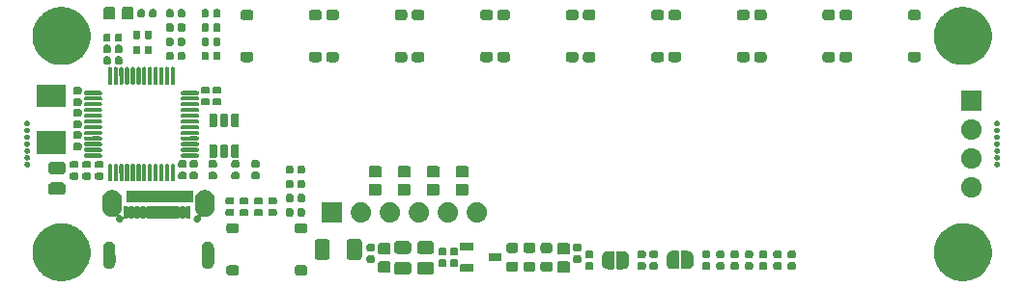
<source format=gbr>
%TF.GenerationSoftware,KiCad,Pcbnew,8.0.3*%
%TF.CreationDate,2024-07-18T08:41:48+12:00*%
%TF.ProjectId,USB Keypad,55534220-4b65-4797-9061-642e6b696361,rev?*%
%TF.SameCoordinates,Original*%
%TF.FileFunction,Soldermask,Top*%
%TF.FilePolarity,Negative*%
%FSLAX46Y46*%
G04 Gerber Fmt 4.6, Leading zero omitted, Abs format (unit mm)*
G04 Created by KiCad (PCBNEW 8.0.3) date 2024-07-18 08:41:48*
%MOMM*%
%LPD*%
G01*
G04 APERTURE LIST*
G04 APERTURE END LIST*
G36*
X3081240Y-19455032D02*
G01*
X3160116Y-19455032D01*
X3232576Y-19464185D01*
X3307353Y-19468709D01*
X3393842Y-19484558D01*
X3477822Y-19495168D01*
X3542865Y-19511868D01*
X3610223Y-19524212D01*
X3700470Y-19552334D01*
X3787993Y-19574806D01*
X3844935Y-19597351D01*
X3904198Y-19615818D01*
X3996499Y-19657359D01*
X4085737Y-19692691D01*
X4134194Y-19719330D01*
X4184988Y-19742191D01*
X4277446Y-19798084D01*
X4366358Y-19846964D01*
X4406267Y-19875959D01*
X4448501Y-19901491D01*
X4539050Y-19972431D01*
X4625431Y-20035191D01*
X4657022Y-20064857D01*
X4690885Y-20091387D01*
X4777359Y-20177861D01*
X4858870Y-20254405D01*
X4882658Y-20283160D01*
X4908612Y-20309114D01*
X4988763Y-20411419D01*
X5062993Y-20501148D01*
X5079758Y-20527565D01*
X5098508Y-20551498D01*
X5170048Y-20669840D01*
X5234582Y-20771528D01*
X5245332Y-20794374D01*
X5257808Y-20815011D01*
X5318492Y-20949845D01*
X5370930Y-21061282D01*
X5376861Y-21079538D01*
X5384181Y-21095801D01*
X5431836Y-21248732D01*
X5469887Y-21365841D01*
X5472346Y-21378736D01*
X5475787Y-21389776D01*
X5508376Y-21567612D01*
X5529892Y-21680400D01*
X5530334Y-21687431D01*
X5531290Y-21692646D01*
X5546917Y-21951006D01*
X5550000Y-22000000D01*
X5546917Y-22048997D01*
X5531290Y-22307353D01*
X5530334Y-22312567D01*
X5529892Y-22319600D01*
X5508372Y-22432411D01*
X5475787Y-22610223D01*
X5472347Y-22621261D01*
X5469887Y-22634159D01*
X5431828Y-22751291D01*
X5384181Y-22904198D01*
X5376863Y-22920457D01*
X5370930Y-22938718D01*
X5318481Y-23050175D01*
X5257808Y-23184988D01*
X5245334Y-23205620D01*
X5234582Y-23228472D01*
X5170036Y-23330179D01*
X5098508Y-23448501D01*
X5079761Y-23472428D01*
X5062993Y-23498852D01*
X4988748Y-23588597D01*
X4908612Y-23690885D01*
X4882663Y-23716833D01*
X4858870Y-23745595D01*
X4777342Y-23822154D01*
X4690885Y-23908612D01*
X4657028Y-23935136D01*
X4625431Y-23964809D01*
X4539032Y-24027580D01*
X4448501Y-24098508D01*
X4406275Y-24124034D01*
X4366358Y-24153036D01*
X4277428Y-24201925D01*
X4184988Y-24257808D01*
X4134204Y-24280663D01*
X4085737Y-24307309D01*
X3996481Y-24342647D01*
X3904198Y-24384181D01*
X3844947Y-24402644D01*
X3787993Y-24425194D01*
X3700452Y-24447670D01*
X3610223Y-24475787D01*
X3542879Y-24488128D01*
X3477822Y-24504832D01*
X3393825Y-24515443D01*
X3307353Y-24531290D01*
X3232591Y-24535812D01*
X3160116Y-24544968D01*
X3081223Y-24544968D01*
X3000000Y-24549881D01*
X2918776Y-24544968D01*
X2839884Y-24544968D01*
X2767409Y-24535812D01*
X2692646Y-24531290D01*
X2606171Y-24515442D01*
X2522178Y-24504832D01*
X2457123Y-24488128D01*
X2389776Y-24475787D01*
X2299542Y-24447669D01*
X2212007Y-24425194D01*
X2155056Y-24402645D01*
X2095801Y-24384181D01*
X2003510Y-24342644D01*
X1914263Y-24307309D01*
X1865800Y-24280666D01*
X1815011Y-24257808D01*
X1722560Y-24201919D01*
X1633642Y-24153036D01*
X1593729Y-24124038D01*
X1551498Y-24098508D01*
X1460953Y-24027570D01*
X1374569Y-23964809D01*
X1342976Y-23935141D01*
X1309114Y-23908612D01*
X1222640Y-23822138D01*
X1141130Y-23745595D01*
X1117341Y-23716839D01*
X1091387Y-23690885D01*
X1011232Y-23588575D01*
X937007Y-23498852D01*
X920242Y-23472435D01*
X901491Y-23448501D01*
X829942Y-23330146D01*
X765418Y-23228472D01*
X754668Y-23205628D01*
X742191Y-23184988D01*
X681495Y-23050127D01*
X629070Y-22938718D01*
X623139Y-22920465D01*
X615818Y-22904198D01*
X568147Y-22751216D01*
X530113Y-22634159D01*
X527654Y-22621269D01*
X524212Y-22610223D01*
X491602Y-22432278D01*
X470108Y-22319600D01*
X469666Y-22312575D01*
X468709Y-22307353D01*
X453056Y-22048585D01*
X450000Y-22000000D01*
X453056Y-21951418D01*
X468709Y-21692646D01*
X469666Y-21687423D01*
X470108Y-21680400D01*
X491597Y-21567745D01*
X524212Y-21389776D01*
X527654Y-21378727D01*
X530113Y-21365841D01*
X568139Y-21248807D01*
X615818Y-21095801D01*
X623140Y-21079530D01*
X629070Y-21061282D01*
X681484Y-20949894D01*
X742191Y-20815011D01*
X754670Y-20794367D01*
X765418Y-20771528D01*
X829930Y-20669873D01*
X901491Y-20551498D01*
X920245Y-20527559D01*
X937007Y-20501148D01*
X1011217Y-20411442D01*
X1091387Y-20309114D01*
X1117345Y-20283155D01*
X1141130Y-20254405D01*
X1222624Y-20177876D01*
X1309114Y-20091387D01*
X1342982Y-20064852D01*
X1374569Y-20035191D01*
X1460936Y-19972441D01*
X1551498Y-19901491D01*
X1593737Y-19875956D01*
X1633642Y-19846964D01*
X1722542Y-19798090D01*
X1815011Y-19742191D01*
X1865810Y-19719328D01*
X1914263Y-19692691D01*
X2003492Y-19657362D01*
X2095801Y-19615818D01*
X2155067Y-19597349D01*
X2212007Y-19574806D01*
X2299524Y-19552335D01*
X2389776Y-19524212D01*
X2457136Y-19511867D01*
X2522178Y-19495168D01*
X2606153Y-19484559D01*
X2692646Y-19468709D01*
X2767424Y-19464185D01*
X2839884Y-19455032D01*
X2918760Y-19455032D01*
X3000000Y-19450118D01*
X3081240Y-19455032D01*
G37*
G36*
X82081240Y-19455032D02*
G01*
X82160116Y-19455032D01*
X82232576Y-19464185D01*
X82307353Y-19468709D01*
X82393842Y-19484558D01*
X82477822Y-19495168D01*
X82542865Y-19511868D01*
X82610223Y-19524212D01*
X82700470Y-19552334D01*
X82787993Y-19574806D01*
X82844935Y-19597351D01*
X82904198Y-19615818D01*
X82996499Y-19657359D01*
X83085737Y-19692691D01*
X83134194Y-19719330D01*
X83184988Y-19742191D01*
X83277446Y-19798084D01*
X83366358Y-19846964D01*
X83406267Y-19875959D01*
X83448501Y-19901491D01*
X83539050Y-19972431D01*
X83625431Y-20035191D01*
X83657022Y-20064857D01*
X83690885Y-20091387D01*
X83777359Y-20177861D01*
X83858870Y-20254405D01*
X83882658Y-20283160D01*
X83908612Y-20309114D01*
X83988763Y-20411419D01*
X84062993Y-20501148D01*
X84079758Y-20527565D01*
X84098508Y-20551498D01*
X84170048Y-20669840D01*
X84234582Y-20771528D01*
X84245332Y-20794374D01*
X84257808Y-20815011D01*
X84318492Y-20949845D01*
X84370930Y-21061282D01*
X84376861Y-21079538D01*
X84384181Y-21095801D01*
X84431836Y-21248732D01*
X84469887Y-21365841D01*
X84472346Y-21378736D01*
X84475787Y-21389776D01*
X84508376Y-21567612D01*
X84529892Y-21680400D01*
X84530334Y-21687431D01*
X84531290Y-21692646D01*
X84546917Y-21951006D01*
X84550000Y-22000000D01*
X84546917Y-22048997D01*
X84531290Y-22307353D01*
X84530334Y-22312567D01*
X84529892Y-22319600D01*
X84508372Y-22432411D01*
X84475787Y-22610223D01*
X84472347Y-22621261D01*
X84469887Y-22634159D01*
X84431828Y-22751291D01*
X84384181Y-22904198D01*
X84376863Y-22920457D01*
X84370930Y-22938718D01*
X84318481Y-23050175D01*
X84257808Y-23184988D01*
X84245334Y-23205620D01*
X84234582Y-23228472D01*
X84170036Y-23330179D01*
X84098508Y-23448501D01*
X84079761Y-23472428D01*
X84062993Y-23498852D01*
X83988748Y-23588597D01*
X83908612Y-23690885D01*
X83882663Y-23716833D01*
X83858870Y-23745595D01*
X83777342Y-23822154D01*
X83690885Y-23908612D01*
X83657028Y-23935136D01*
X83625431Y-23964809D01*
X83539032Y-24027580D01*
X83448501Y-24098508D01*
X83406275Y-24124034D01*
X83366358Y-24153036D01*
X83277428Y-24201925D01*
X83184988Y-24257808D01*
X83134204Y-24280663D01*
X83085737Y-24307309D01*
X82996481Y-24342647D01*
X82904198Y-24384181D01*
X82844947Y-24402644D01*
X82787993Y-24425194D01*
X82700452Y-24447670D01*
X82610223Y-24475787D01*
X82542879Y-24488128D01*
X82477822Y-24504832D01*
X82393825Y-24515443D01*
X82307353Y-24531290D01*
X82232591Y-24535812D01*
X82160116Y-24544968D01*
X82081223Y-24544968D01*
X82000000Y-24549881D01*
X81918776Y-24544968D01*
X81839884Y-24544968D01*
X81767409Y-24535812D01*
X81692646Y-24531290D01*
X81606171Y-24515442D01*
X81522178Y-24504832D01*
X81457123Y-24488128D01*
X81389776Y-24475787D01*
X81299542Y-24447669D01*
X81212007Y-24425194D01*
X81155056Y-24402645D01*
X81095801Y-24384181D01*
X81003510Y-24342644D01*
X80914263Y-24307309D01*
X80865800Y-24280666D01*
X80815011Y-24257808D01*
X80722560Y-24201919D01*
X80633642Y-24153036D01*
X80593729Y-24124038D01*
X80551498Y-24098508D01*
X80460953Y-24027570D01*
X80374569Y-23964809D01*
X80342976Y-23935141D01*
X80309114Y-23908612D01*
X80222640Y-23822138D01*
X80141130Y-23745595D01*
X80117341Y-23716839D01*
X80091387Y-23690885D01*
X80011232Y-23588575D01*
X79937007Y-23498852D01*
X79920242Y-23472435D01*
X79901491Y-23448501D01*
X79829942Y-23330146D01*
X79765418Y-23228472D01*
X79754668Y-23205628D01*
X79742191Y-23184988D01*
X79681495Y-23050127D01*
X79629070Y-22938718D01*
X79623139Y-22920465D01*
X79615818Y-22904198D01*
X79568147Y-22751216D01*
X79530113Y-22634159D01*
X79527654Y-22621269D01*
X79524212Y-22610223D01*
X79491602Y-22432278D01*
X79470108Y-22319600D01*
X79469666Y-22312575D01*
X79468709Y-22307353D01*
X79453056Y-22048585D01*
X79450000Y-22000000D01*
X79453056Y-21951418D01*
X79468709Y-21692646D01*
X79469666Y-21687423D01*
X79470108Y-21680400D01*
X79491597Y-21567745D01*
X79524212Y-21389776D01*
X79527654Y-21378727D01*
X79530113Y-21365841D01*
X79568139Y-21248807D01*
X79615818Y-21095801D01*
X79623140Y-21079530D01*
X79629070Y-21061282D01*
X79681484Y-20949894D01*
X79742191Y-20815011D01*
X79754670Y-20794367D01*
X79765418Y-20771528D01*
X79829930Y-20669873D01*
X79901491Y-20551498D01*
X79920245Y-20527559D01*
X79937007Y-20501148D01*
X80011217Y-20411442D01*
X80091387Y-20309114D01*
X80117345Y-20283155D01*
X80141130Y-20254405D01*
X80222624Y-20177876D01*
X80309114Y-20091387D01*
X80342982Y-20064852D01*
X80374569Y-20035191D01*
X80460936Y-19972441D01*
X80551498Y-19901491D01*
X80593737Y-19875956D01*
X80633642Y-19846964D01*
X80722542Y-19798090D01*
X80815011Y-19742191D01*
X80865810Y-19719328D01*
X80914263Y-19692691D01*
X81003492Y-19657362D01*
X81095801Y-19615818D01*
X81155067Y-19597349D01*
X81212007Y-19574806D01*
X81299524Y-19552335D01*
X81389776Y-19524212D01*
X81457136Y-19511867D01*
X81522178Y-19495168D01*
X81606153Y-19484559D01*
X81692646Y-19468709D01*
X81767424Y-19464185D01*
X81839884Y-19455032D01*
X81918760Y-19455032D01*
X82000000Y-19450118D01*
X82081240Y-19455032D01*
G37*
G36*
X18308339Y-23151658D02*
G01*
X18363125Y-23158871D01*
X18376906Y-23165297D01*
X18395671Y-23169030D01*
X18420526Y-23185637D01*
X18442819Y-23196033D01*
X18456380Y-23209594D01*
X18476777Y-23223223D01*
X18490405Y-23243619D01*
X18503966Y-23257180D01*
X18514360Y-23279470D01*
X18530970Y-23304329D01*
X18534702Y-23323095D01*
X18541128Y-23336874D01*
X18548338Y-23391648D01*
X18550000Y-23400000D01*
X18550000Y-23800000D01*
X18548338Y-23808353D01*
X18541128Y-23863125D01*
X18534703Y-23876903D01*
X18530970Y-23895671D01*
X18514358Y-23920531D01*
X18503966Y-23942819D01*
X18490407Y-23956377D01*
X18476777Y-23976777D01*
X18456377Y-23990407D01*
X18442819Y-24003966D01*
X18420531Y-24014358D01*
X18395671Y-24030970D01*
X18376903Y-24034703D01*
X18363125Y-24041128D01*
X18308353Y-24048338D01*
X18300000Y-24050000D01*
X17700000Y-24050000D01*
X17691648Y-24048338D01*
X17636874Y-24041128D01*
X17623095Y-24034702D01*
X17604329Y-24030970D01*
X17579470Y-24014360D01*
X17557180Y-24003966D01*
X17543619Y-23990405D01*
X17523223Y-23976777D01*
X17509594Y-23956380D01*
X17496033Y-23942819D01*
X17485637Y-23920526D01*
X17469030Y-23895671D01*
X17465297Y-23876906D01*
X17458871Y-23863125D01*
X17451658Y-23808339D01*
X17450000Y-23800000D01*
X17450000Y-23400000D01*
X17451658Y-23391662D01*
X17458871Y-23336874D01*
X17465297Y-23323091D01*
X17469030Y-23304329D01*
X17485636Y-23279475D01*
X17496033Y-23257180D01*
X17509596Y-23243616D01*
X17523223Y-23223223D01*
X17543616Y-23209596D01*
X17557180Y-23196033D01*
X17579475Y-23185636D01*
X17604329Y-23169030D01*
X17623091Y-23165297D01*
X17636874Y-23158871D01*
X17691662Y-23151658D01*
X17700000Y-23150000D01*
X18300000Y-23150000D01*
X18308339Y-23151658D01*
G37*
G36*
X24308339Y-23151658D02*
G01*
X24363125Y-23158871D01*
X24376906Y-23165297D01*
X24395671Y-23169030D01*
X24420526Y-23185637D01*
X24442819Y-23196033D01*
X24456380Y-23209594D01*
X24476777Y-23223223D01*
X24490405Y-23243619D01*
X24503966Y-23257180D01*
X24514360Y-23279470D01*
X24530970Y-23304329D01*
X24534702Y-23323095D01*
X24541128Y-23336874D01*
X24548338Y-23391648D01*
X24550000Y-23400000D01*
X24550000Y-23800000D01*
X24548338Y-23808353D01*
X24541128Y-23863125D01*
X24534703Y-23876903D01*
X24530970Y-23895671D01*
X24514358Y-23920531D01*
X24503966Y-23942819D01*
X24490407Y-23956377D01*
X24476777Y-23976777D01*
X24456377Y-23990407D01*
X24442819Y-24003966D01*
X24420531Y-24014358D01*
X24395671Y-24030970D01*
X24376903Y-24034703D01*
X24363125Y-24041128D01*
X24308353Y-24048338D01*
X24300000Y-24050000D01*
X23700000Y-24050000D01*
X23691648Y-24048338D01*
X23636874Y-24041128D01*
X23623095Y-24034702D01*
X23604329Y-24030970D01*
X23579470Y-24014360D01*
X23557180Y-24003966D01*
X23543619Y-23990405D01*
X23523223Y-23976777D01*
X23509594Y-23956380D01*
X23496033Y-23942819D01*
X23485637Y-23920526D01*
X23469030Y-23895671D01*
X23465297Y-23876906D01*
X23458871Y-23863125D01*
X23451658Y-23808339D01*
X23450000Y-23800000D01*
X23450000Y-23400000D01*
X23451658Y-23391662D01*
X23458871Y-23336874D01*
X23465297Y-23323091D01*
X23469030Y-23304329D01*
X23485636Y-23279475D01*
X23496033Y-23257180D01*
X23509596Y-23243616D01*
X23523223Y-23223223D01*
X23543616Y-23209596D01*
X23557180Y-23196033D01*
X23579475Y-23185636D01*
X23604329Y-23169030D01*
X23623091Y-23165297D01*
X23636874Y-23158871D01*
X23691662Y-23151658D01*
X23700000Y-23150000D01*
X24300000Y-23150000D01*
X24308339Y-23151658D01*
G37*
G36*
X33418685Y-22857969D02*
G01*
X33427893Y-22862034D01*
X33434724Y-22863030D01*
X33477422Y-22883903D01*
X33519541Y-22902501D01*
X33523441Y-22906401D01*
X33523801Y-22906577D01*
X33593422Y-22976198D01*
X33593597Y-22976557D01*
X33597499Y-22980459D01*
X33616100Y-23022588D01*
X33636969Y-23065275D01*
X33637963Y-23072103D01*
X33642031Y-23081315D01*
X33650000Y-23150000D01*
X33650000Y-23675000D01*
X33642031Y-23743685D01*
X33637963Y-23752896D01*
X33636969Y-23759724D01*
X33616105Y-23802401D01*
X33597499Y-23844541D01*
X33593597Y-23848442D01*
X33593422Y-23848801D01*
X33523801Y-23918422D01*
X33523442Y-23918597D01*
X33519541Y-23922499D01*
X33477401Y-23941105D01*
X33434724Y-23961969D01*
X33427896Y-23962963D01*
X33418685Y-23967031D01*
X33350000Y-23975000D01*
X32450000Y-23975000D01*
X32381315Y-23967031D01*
X32372103Y-23962963D01*
X32365275Y-23961969D01*
X32322588Y-23941100D01*
X32280459Y-23922499D01*
X32276557Y-23918597D01*
X32276198Y-23918422D01*
X32206577Y-23848801D01*
X32206401Y-23848441D01*
X32202501Y-23844541D01*
X32183903Y-23802422D01*
X32163030Y-23759724D01*
X32162034Y-23752893D01*
X32157969Y-23743685D01*
X32150000Y-23675000D01*
X32150000Y-23150000D01*
X32157969Y-23081315D01*
X32162034Y-23072107D01*
X32163030Y-23065275D01*
X32183908Y-23022567D01*
X32202501Y-22980459D01*
X32206400Y-22976559D01*
X32206577Y-22976198D01*
X32276198Y-22906577D01*
X32276559Y-22906400D01*
X32280459Y-22902501D01*
X32322567Y-22883908D01*
X32365275Y-22863030D01*
X32372107Y-22862034D01*
X32381315Y-22857969D01*
X32450000Y-22850000D01*
X33350000Y-22850000D01*
X33418685Y-22857969D01*
G37*
G36*
X35418685Y-22857969D02*
G01*
X35427893Y-22862034D01*
X35434724Y-22863030D01*
X35477422Y-22883903D01*
X35519541Y-22902501D01*
X35523441Y-22906401D01*
X35523801Y-22906577D01*
X35593422Y-22976198D01*
X35593597Y-22976557D01*
X35597499Y-22980459D01*
X35616100Y-23022588D01*
X35636969Y-23065275D01*
X35637963Y-23072103D01*
X35642031Y-23081315D01*
X35650000Y-23150000D01*
X35650000Y-23675000D01*
X35642031Y-23743685D01*
X35637963Y-23752896D01*
X35636969Y-23759724D01*
X35616105Y-23802401D01*
X35597499Y-23844541D01*
X35593597Y-23848442D01*
X35593422Y-23848801D01*
X35523801Y-23918422D01*
X35523442Y-23918597D01*
X35519541Y-23922499D01*
X35477401Y-23941105D01*
X35434724Y-23961969D01*
X35427896Y-23962963D01*
X35418685Y-23967031D01*
X35350000Y-23975000D01*
X34450000Y-23975000D01*
X34381315Y-23967031D01*
X34372103Y-23962963D01*
X34365275Y-23961969D01*
X34322588Y-23941100D01*
X34280459Y-23922499D01*
X34276557Y-23918597D01*
X34276198Y-23918422D01*
X34206577Y-23848801D01*
X34206401Y-23848441D01*
X34202501Y-23844541D01*
X34183903Y-23802422D01*
X34163030Y-23759724D01*
X34162034Y-23752893D01*
X34157969Y-23743685D01*
X34150000Y-23675000D01*
X34150000Y-23150000D01*
X34157969Y-23081315D01*
X34162034Y-23072107D01*
X34163030Y-23065275D01*
X34183908Y-23022567D01*
X34202501Y-22980459D01*
X34206400Y-22976559D01*
X34206577Y-22976198D01*
X34276198Y-22906577D01*
X34276559Y-22906400D01*
X34280459Y-22902501D01*
X34322567Y-22883908D01*
X34365275Y-22863030D01*
X34372107Y-22862034D01*
X34381315Y-22857969D01*
X34450000Y-22850000D01*
X35350000Y-22850000D01*
X35418685Y-22857969D01*
G37*
G36*
X31726537Y-22790224D02*
G01*
X31791421Y-22833579D01*
X31834776Y-22898463D01*
X31850000Y-22975000D01*
X31850000Y-23625000D01*
X31834776Y-23701537D01*
X31791421Y-23766421D01*
X31726537Y-23809776D01*
X31650000Y-23825000D01*
X30950000Y-23825000D01*
X30873463Y-23809776D01*
X30808579Y-23766421D01*
X30765224Y-23701537D01*
X30750000Y-23625000D01*
X30750000Y-22975000D01*
X30765224Y-22898463D01*
X30808579Y-22833579D01*
X30873463Y-22790224D01*
X30950000Y-22775000D01*
X31650000Y-22775000D01*
X31726537Y-22790224D01*
G37*
G36*
X47426537Y-22790224D02*
G01*
X47491421Y-22833579D01*
X47534776Y-22898463D01*
X47550000Y-22975000D01*
X47550000Y-23625000D01*
X47534776Y-23701537D01*
X47491421Y-23766421D01*
X47426537Y-23809776D01*
X47350000Y-23825000D01*
X46650000Y-23825000D01*
X46573463Y-23809776D01*
X46508579Y-23766421D01*
X46465224Y-23701537D01*
X46450000Y-23625000D01*
X46450000Y-22975000D01*
X46465224Y-22898463D01*
X46508579Y-22833579D01*
X46573463Y-22790224D01*
X46650000Y-22775000D01*
X47350000Y-22775000D01*
X47426537Y-22790224D01*
G37*
G36*
X39083959Y-23053768D02*
G01*
X39100180Y-23064607D01*
X39111019Y-23080828D01*
X39114825Y-23099962D01*
X39114825Y-23699962D01*
X39111019Y-23719096D01*
X39100180Y-23735317D01*
X39083959Y-23746156D01*
X39064825Y-23749962D01*
X37994821Y-23749962D01*
X37975687Y-23746156D01*
X37959466Y-23735317D01*
X37948627Y-23719096D01*
X37944821Y-23699962D01*
X37944821Y-23099962D01*
X37948627Y-23080828D01*
X37959466Y-23064607D01*
X37975687Y-23053768D01*
X37994821Y-23049962D01*
X39064825Y-23049962D01*
X39083959Y-23053768D01*
G37*
G36*
X42783339Y-22826658D02*
G01*
X42838125Y-22833871D01*
X42851906Y-22840297D01*
X42870671Y-22844030D01*
X42895526Y-22860637D01*
X42917819Y-22871033D01*
X42931380Y-22884594D01*
X42951777Y-22898223D01*
X42965405Y-22918619D01*
X42978966Y-22932180D01*
X42989360Y-22954470D01*
X43005970Y-22979329D01*
X43009702Y-22998095D01*
X43016128Y-23011874D01*
X43023338Y-23066648D01*
X43025000Y-23075000D01*
X43025000Y-23475000D01*
X43023338Y-23483353D01*
X43016128Y-23538125D01*
X43009703Y-23551903D01*
X43005970Y-23570671D01*
X42989358Y-23595531D01*
X42978966Y-23617819D01*
X42965407Y-23631377D01*
X42951777Y-23651777D01*
X42931377Y-23665407D01*
X42917819Y-23678966D01*
X42895531Y-23689358D01*
X42870671Y-23705970D01*
X42851903Y-23709703D01*
X42838125Y-23716128D01*
X42783353Y-23723338D01*
X42775000Y-23725000D01*
X42225000Y-23725000D01*
X42216648Y-23723338D01*
X42161874Y-23716128D01*
X42148095Y-23709702D01*
X42129329Y-23705970D01*
X42104470Y-23689360D01*
X42082180Y-23678966D01*
X42068619Y-23665405D01*
X42048223Y-23651777D01*
X42034594Y-23631380D01*
X42021033Y-23617819D01*
X42010637Y-23595526D01*
X41994030Y-23570671D01*
X41990297Y-23551906D01*
X41983871Y-23538125D01*
X41976658Y-23483339D01*
X41975000Y-23475000D01*
X41975000Y-23075000D01*
X41976658Y-23066662D01*
X41983871Y-23011874D01*
X41990297Y-22998091D01*
X41994030Y-22979329D01*
X42010636Y-22954475D01*
X42021033Y-22932180D01*
X42034596Y-22918616D01*
X42048223Y-22898223D01*
X42068616Y-22884596D01*
X42082180Y-22871033D01*
X42104475Y-22860636D01*
X42129329Y-22844030D01*
X42148091Y-22840297D01*
X42161874Y-22833871D01*
X42216662Y-22826658D01*
X42225000Y-22825000D01*
X42775000Y-22825000D01*
X42783339Y-22826658D01*
G37*
G36*
X44283339Y-22826658D02*
G01*
X44338125Y-22833871D01*
X44351906Y-22840297D01*
X44370671Y-22844030D01*
X44395526Y-22860637D01*
X44417819Y-22871033D01*
X44431380Y-22884594D01*
X44451777Y-22898223D01*
X44465405Y-22918619D01*
X44478966Y-22932180D01*
X44489360Y-22954470D01*
X44505970Y-22979329D01*
X44509702Y-22998095D01*
X44516128Y-23011874D01*
X44523338Y-23066648D01*
X44525000Y-23075000D01*
X44525000Y-23475000D01*
X44523338Y-23483353D01*
X44516128Y-23538125D01*
X44509703Y-23551903D01*
X44505970Y-23570671D01*
X44489358Y-23595531D01*
X44478966Y-23617819D01*
X44465407Y-23631377D01*
X44451777Y-23651777D01*
X44431377Y-23665407D01*
X44417819Y-23678966D01*
X44395531Y-23689358D01*
X44370671Y-23705970D01*
X44351903Y-23709703D01*
X44338125Y-23716128D01*
X44283353Y-23723338D01*
X44275000Y-23725000D01*
X43725000Y-23725000D01*
X43716648Y-23723338D01*
X43661874Y-23716128D01*
X43648095Y-23709702D01*
X43629329Y-23705970D01*
X43604470Y-23689360D01*
X43582180Y-23678966D01*
X43568619Y-23665405D01*
X43548223Y-23651777D01*
X43534594Y-23631380D01*
X43521033Y-23617819D01*
X43510637Y-23595526D01*
X43494030Y-23570671D01*
X43490297Y-23551906D01*
X43483871Y-23538125D01*
X43476658Y-23483339D01*
X43475000Y-23475000D01*
X43475000Y-23075000D01*
X43476658Y-23066662D01*
X43483871Y-23011874D01*
X43490297Y-22998091D01*
X43494030Y-22979329D01*
X43510636Y-22954475D01*
X43521033Y-22932180D01*
X43534596Y-22918616D01*
X43548223Y-22898223D01*
X43568616Y-22884596D01*
X43582180Y-22871033D01*
X43604475Y-22860636D01*
X43629329Y-22844030D01*
X43648091Y-22840297D01*
X43661874Y-22833871D01*
X43716662Y-22826658D01*
X43725000Y-22825000D01*
X44275000Y-22825000D01*
X44283339Y-22826658D01*
G37*
G36*
X45783339Y-22826658D02*
G01*
X45838125Y-22833871D01*
X45851906Y-22840297D01*
X45870671Y-22844030D01*
X45895526Y-22860637D01*
X45917819Y-22871033D01*
X45931380Y-22884594D01*
X45951777Y-22898223D01*
X45965405Y-22918619D01*
X45978966Y-22932180D01*
X45989360Y-22954470D01*
X46005970Y-22979329D01*
X46009702Y-22998095D01*
X46016128Y-23011874D01*
X46023338Y-23066648D01*
X46025000Y-23075000D01*
X46025000Y-23475000D01*
X46023338Y-23483353D01*
X46016128Y-23538125D01*
X46009703Y-23551903D01*
X46005970Y-23570671D01*
X45989358Y-23595531D01*
X45978966Y-23617819D01*
X45965407Y-23631377D01*
X45951777Y-23651777D01*
X45931377Y-23665407D01*
X45917819Y-23678966D01*
X45895531Y-23689358D01*
X45870671Y-23705970D01*
X45851903Y-23709703D01*
X45838125Y-23716128D01*
X45783353Y-23723338D01*
X45775000Y-23725000D01*
X45225000Y-23725000D01*
X45216648Y-23723338D01*
X45161874Y-23716128D01*
X45148095Y-23709702D01*
X45129329Y-23705970D01*
X45104470Y-23689360D01*
X45082180Y-23678966D01*
X45068619Y-23665405D01*
X45048223Y-23651777D01*
X45034594Y-23631380D01*
X45021033Y-23617819D01*
X45010637Y-23595526D01*
X44994030Y-23570671D01*
X44990297Y-23551906D01*
X44983871Y-23538125D01*
X44976658Y-23483339D01*
X44975000Y-23475000D01*
X44975000Y-23075000D01*
X44976658Y-23066662D01*
X44983871Y-23011874D01*
X44990297Y-22998091D01*
X44994030Y-22979329D01*
X45010636Y-22954475D01*
X45021033Y-22932180D01*
X45034596Y-22918616D01*
X45048223Y-22898223D01*
X45068616Y-22884596D01*
X45082180Y-22871033D01*
X45104475Y-22860636D01*
X45129329Y-22844030D01*
X45148091Y-22840297D01*
X45161874Y-22833871D01*
X45216662Y-22826658D01*
X45225000Y-22825000D01*
X45775000Y-22825000D01*
X45783339Y-22826658D01*
G37*
G36*
X49505796Y-22904082D02*
G01*
X49565815Y-22944185D01*
X49605918Y-23004204D01*
X49620000Y-23075000D01*
X49620000Y-23345000D01*
X49605918Y-23415796D01*
X49565815Y-23475815D01*
X49505796Y-23515918D01*
X49435000Y-23530000D01*
X49065000Y-23530000D01*
X48994204Y-23515918D01*
X48934185Y-23475815D01*
X48894082Y-23415796D01*
X48880000Y-23345000D01*
X48880000Y-23075000D01*
X48894082Y-23004204D01*
X48934185Y-22944185D01*
X48994204Y-22904082D01*
X49065000Y-22890000D01*
X49435000Y-22890000D01*
X49505796Y-22904082D01*
G37*
G36*
X54105796Y-22904082D02*
G01*
X54165815Y-22944185D01*
X54205918Y-23004204D01*
X54220000Y-23075000D01*
X54220000Y-23345000D01*
X54205918Y-23415796D01*
X54165815Y-23475815D01*
X54105796Y-23515918D01*
X54035000Y-23530000D01*
X53665000Y-23530000D01*
X53594204Y-23515918D01*
X53534185Y-23475815D01*
X53494082Y-23415796D01*
X53480000Y-23345000D01*
X53480000Y-23075000D01*
X53494082Y-23004204D01*
X53534185Y-22944185D01*
X53594204Y-22904082D01*
X53665000Y-22890000D01*
X54035000Y-22890000D01*
X54105796Y-22904082D01*
G37*
G36*
X61005796Y-22904082D02*
G01*
X61065815Y-22944185D01*
X61105918Y-23004204D01*
X61120000Y-23075000D01*
X61120000Y-23345000D01*
X61105918Y-23415796D01*
X61065815Y-23475815D01*
X61005796Y-23515918D01*
X60935000Y-23530000D01*
X60565000Y-23530000D01*
X60494204Y-23515918D01*
X60434185Y-23475815D01*
X60394082Y-23415796D01*
X60380000Y-23345000D01*
X60380000Y-23075000D01*
X60394082Y-23004204D01*
X60434185Y-22944185D01*
X60494204Y-22904082D01*
X60565000Y-22890000D01*
X60935000Y-22890000D01*
X61005796Y-22904082D01*
G37*
G36*
X62255796Y-22904082D02*
G01*
X62315815Y-22944185D01*
X62355918Y-23004204D01*
X62370000Y-23075000D01*
X62370000Y-23345000D01*
X62355918Y-23415796D01*
X62315815Y-23475815D01*
X62255796Y-23515918D01*
X62185000Y-23530000D01*
X61815000Y-23530000D01*
X61744204Y-23515918D01*
X61684185Y-23475815D01*
X61644082Y-23415796D01*
X61630000Y-23345000D01*
X61630000Y-23075000D01*
X61644082Y-23004204D01*
X61684185Y-22944185D01*
X61744204Y-22904082D01*
X61815000Y-22890000D01*
X62185000Y-22890000D01*
X62255796Y-22904082D01*
G37*
G36*
X63505796Y-22904082D02*
G01*
X63565815Y-22944185D01*
X63605918Y-23004204D01*
X63620000Y-23075000D01*
X63620000Y-23345000D01*
X63605918Y-23415796D01*
X63565815Y-23475815D01*
X63505796Y-23515918D01*
X63435000Y-23530000D01*
X63065000Y-23530000D01*
X62994204Y-23515918D01*
X62934185Y-23475815D01*
X62894082Y-23415796D01*
X62880000Y-23345000D01*
X62880000Y-23075000D01*
X62894082Y-23004204D01*
X62934185Y-22944185D01*
X62994204Y-22904082D01*
X63065000Y-22890000D01*
X63435000Y-22890000D01*
X63505796Y-22904082D01*
G37*
G36*
X64755796Y-22904082D02*
G01*
X64815815Y-22944185D01*
X64855918Y-23004204D01*
X64870000Y-23075000D01*
X64870000Y-23345000D01*
X64855918Y-23415796D01*
X64815815Y-23475815D01*
X64755796Y-23515918D01*
X64685000Y-23530000D01*
X64315000Y-23530000D01*
X64244204Y-23515918D01*
X64184185Y-23475815D01*
X64144082Y-23415796D01*
X64130000Y-23345000D01*
X64130000Y-23075000D01*
X64144082Y-23004204D01*
X64184185Y-22944185D01*
X64244204Y-22904082D01*
X64315000Y-22890000D01*
X64685000Y-22890000D01*
X64755796Y-22904082D01*
G37*
G36*
X66005796Y-22904082D02*
G01*
X66065815Y-22944185D01*
X66105918Y-23004204D01*
X66120000Y-23075000D01*
X66120000Y-23345000D01*
X66105918Y-23415796D01*
X66065815Y-23475815D01*
X66005796Y-23515918D01*
X65935000Y-23530000D01*
X65565000Y-23530000D01*
X65494204Y-23515918D01*
X65434185Y-23475815D01*
X65394082Y-23415796D01*
X65380000Y-23345000D01*
X65380000Y-23075000D01*
X65394082Y-23004204D01*
X65434185Y-22944185D01*
X65494204Y-22904082D01*
X65565000Y-22890000D01*
X65935000Y-22890000D01*
X66005796Y-22904082D01*
G37*
G36*
X67255796Y-22904082D02*
G01*
X67315815Y-22944185D01*
X67355918Y-23004204D01*
X67370000Y-23075000D01*
X67370000Y-23345000D01*
X67355918Y-23415796D01*
X67315815Y-23475815D01*
X67255796Y-23515918D01*
X67185000Y-23530000D01*
X66815000Y-23530000D01*
X66744204Y-23515918D01*
X66684185Y-23475815D01*
X66644082Y-23415796D01*
X66630000Y-23345000D01*
X66630000Y-23075000D01*
X66644082Y-23004204D01*
X66684185Y-22944185D01*
X66744204Y-22904082D01*
X66815000Y-22890000D01*
X67185000Y-22890000D01*
X67255796Y-22904082D01*
G37*
G36*
X55155796Y-22894082D02*
G01*
X55215815Y-22934185D01*
X55255918Y-22994204D01*
X55270000Y-23065000D01*
X55270000Y-23335000D01*
X55255918Y-23405796D01*
X55215815Y-23465815D01*
X55155796Y-23505918D01*
X55085000Y-23520000D01*
X54715000Y-23520000D01*
X54644204Y-23505918D01*
X54584185Y-23465815D01*
X54544082Y-23405796D01*
X54530000Y-23335000D01*
X54530000Y-23065000D01*
X54544082Y-22994204D01*
X54584185Y-22934185D01*
X54644204Y-22894082D01*
X54715000Y-22880000D01*
X55085000Y-22880000D01*
X55155796Y-22894082D01*
G37*
G36*
X59755796Y-22894082D02*
G01*
X59815815Y-22934185D01*
X59855918Y-22994204D01*
X59870000Y-23065000D01*
X59870000Y-23335000D01*
X59855918Y-23405796D01*
X59815815Y-23465815D01*
X59755796Y-23505918D01*
X59685000Y-23520000D01*
X59315000Y-23520000D01*
X59244204Y-23505918D01*
X59184185Y-23465815D01*
X59144082Y-23405796D01*
X59130000Y-23335000D01*
X59130000Y-23065000D01*
X59144082Y-22994204D01*
X59184185Y-22934185D01*
X59244204Y-22894082D01*
X59315000Y-22880000D01*
X59685000Y-22880000D01*
X59755796Y-22894082D01*
G37*
G36*
X51422754Y-21904425D02*
G01*
X51428251Y-21906039D01*
X51429146Y-21907072D01*
X51438891Y-21911109D01*
X51444611Y-21924919D01*
X51449167Y-21930177D01*
X51451797Y-21942267D01*
X51455000Y-21950000D01*
X51455000Y-23450000D01*
X51445571Y-23472761D01*
X51443960Y-23478251D01*
X51442927Y-23479145D01*
X51438891Y-23488891D01*
X51425078Y-23494612D01*
X51419822Y-23499167D01*
X51407733Y-23501796D01*
X51400000Y-23505000D01*
X51393009Y-23505000D01*
X50909345Y-23505000D01*
X50900000Y-23505000D01*
X50887925Y-23499998D01*
X50887317Y-23499911D01*
X50828843Y-23499911D01*
X50813348Y-23497683D01*
X50735804Y-23474914D01*
X50681258Y-23458898D01*
X50681257Y-23458897D01*
X50676797Y-23457588D01*
X50662557Y-23451085D01*
X50542835Y-23374144D01*
X50531004Y-23363892D01*
X50527962Y-23360382D01*
X50527959Y-23360379D01*
X50440853Y-23259853D01*
X50440851Y-23259850D01*
X50437807Y-23256337D01*
X50429343Y-23243168D01*
X50427412Y-23238939D01*
X50427409Y-23238935D01*
X50372156Y-23117945D01*
X50372155Y-23117943D01*
X50370224Y-23113714D01*
X50365814Y-23098694D01*
X50365153Y-23094099D01*
X50365150Y-23094088D01*
X50345891Y-22960136D01*
X50345890Y-22960124D01*
X50345560Y-22957828D01*
X50345000Y-22950000D01*
X50345000Y-22450000D01*
X50345560Y-22442172D01*
X50345890Y-22439876D01*
X50345891Y-22439863D01*
X50365150Y-22305911D01*
X50365153Y-22305898D01*
X50365814Y-22301306D01*
X50370224Y-22286286D01*
X50372154Y-22282058D01*
X50372156Y-22282054D01*
X50427409Y-22161064D01*
X50427413Y-22161056D01*
X50429343Y-22156832D01*
X50437807Y-22143663D01*
X50440848Y-22140152D01*
X50440853Y-22140146D01*
X50527959Y-22039620D01*
X50527966Y-22039613D01*
X50531004Y-22036108D01*
X50542835Y-22025856D01*
X50552661Y-22019541D01*
X50658646Y-21951428D01*
X50658648Y-21951426D01*
X50662557Y-21948915D01*
X50676797Y-21942412D01*
X50681251Y-21941104D01*
X50681258Y-21941101D01*
X50808887Y-21903626D01*
X50808892Y-21903625D01*
X50813348Y-21902317D01*
X50828843Y-21900089D01*
X50880090Y-21900089D01*
X50887018Y-21899344D01*
X50892271Y-21898201D01*
X50900000Y-21895000D01*
X51400000Y-21895000D01*
X51422754Y-21904425D01*
G37*
G36*
X52212074Y-21900001D02*
G01*
X52212683Y-21900089D01*
X52266510Y-21900089D01*
X52271157Y-21900089D01*
X52286652Y-21902317D01*
X52291108Y-21903625D01*
X52291112Y-21903626D01*
X52418741Y-21941101D01*
X52418746Y-21941103D01*
X52423203Y-21942412D01*
X52437443Y-21948915D01*
X52557165Y-22025856D01*
X52568996Y-22036108D01*
X52572036Y-22039617D01*
X52572040Y-22039620D01*
X52651525Y-22131351D01*
X52662193Y-22143663D01*
X52670657Y-22156832D01*
X52672588Y-22161062D01*
X52672590Y-22161064D01*
X52700216Y-22221559D01*
X52729776Y-22286286D01*
X52734186Y-22301306D01*
X52734847Y-22305905D01*
X52734849Y-22305911D01*
X52744105Y-22370289D01*
X52754440Y-22442172D01*
X52755000Y-22450000D01*
X52755000Y-22950000D01*
X52754440Y-22957828D01*
X52754108Y-22960136D01*
X52734849Y-23094088D01*
X52734847Y-23094092D01*
X52734186Y-23098694D01*
X52729776Y-23113714D01*
X52670657Y-23243168D01*
X52662193Y-23256337D01*
X52568996Y-23363892D01*
X52557165Y-23374144D01*
X52437443Y-23451085D01*
X52423203Y-23457588D01*
X52286652Y-23497683D01*
X52271157Y-23499911D01*
X52266510Y-23499911D01*
X52219910Y-23499911D01*
X52212982Y-23500656D01*
X52207728Y-23501798D01*
X52200000Y-23505000D01*
X52193011Y-23505000D01*
X51709345Y-23505000D01*
X51700000Y-23505000D01*
X51677240Y-23495572D01*
X51671748Y-23493960D01*
X51670852Y-23492927D01*
X51661109Y-23488891D01*
X51655388Y-23475080D01*
X51650832Y-23469822D01*
X51648201Y-23457730D01*
X51645000Y-23450000D01*
X51645000Y-21950000D01*
X51654424Y-21927248D01*
X51656039Y-21921748D01*
X51657073Y-21920851D01*
X51661109Y-21911109D01*
X51674917Y-21905389D01*
X51680177Y-21900832D01*
X51692270Y-21898201D01*
X51700000Y-21895000D01*
X52200000Y-21895000D01*
X52212074Y-21900001D01*
G37*
G36*
X57072754Y-21894425D02*
G01*
X57078251Y-21896039D01*
X57079146Y-21897072D01*
X57088891Y-21901109D01*
X57094611Y-21914919D01*
X57099167Y-21920177D01*
X57101797Y-21932267D01*
X57105000Y-21940000D01*
X57105000Y-23440000D01*
X57095571Y-23462761D01*
X57093960Y-23468251D01*
X57092927Y-23469145D01*
X57088891Y-23478891D01*
X57075078Y-23484612D01*
X57069822Y-23489167D01*
X57057733Y-23491796D01*
X57050000Y-23495000D01*
X57043009Y-23495000D01*
X56559345Y-23495000D01*
X56550000Y-23495000D01*
X56537925Y-23489998D01*
X56537317Y-23489911D01*
X56478843Y-23489911D01*
X56463348Y-23487683D01*
X56338846Y-23451126D01*
X56331258Y-23448898D01*
X56331257Y-23448897D01*
X56326797Y-23447588D01*
X56312557Y-23441085D01*
X56192835Y-23364144D01*
X56181004Y-23353892D01*
X56177962Y-23350382D01*
X56177959Y-23350379D01*
X56090853Y-23249853D01*
X56090851Y-23249850D01*
X56087807Y-23246337D01*
X56079343Y-23233168D01*
X56077412Y-23228939D01*
X56077409Y-23228935D01*
X56022156Y-23107944D01*
X56020224Y-23103714D01*
X56015814Y-23088694D01*
X56015153Y-23084099D01*
X56015150Y-23084088D01*
X55995891Y-22950136D01*
X55995890Y-22950124D01*
X55995560Y-22947828D01*
X55995000Y-22940000D01*
X55995000Y-22440000D01*
X55995560Y-22432172D01*
X55995890Y-22429876D01*
X55995891Y-22429863D01*
X56015150Y-22295911D01*
X56015153Y-22295898D01*
X56015814Y-22291306D01*
X56020224Y-22276286D01*
X56022154Y-22272058D01*
X56022156Y-22272054D01*
X56077409Y-22151064D01*
X56077413Y-22151056D01*
X56079343Y-22146832D01*
X56087807Y-22133663D01*
X56090848Y-22130152D01*
X56090853Y-22130146D01*
X56177959Y-22029620D01*
X56177966Y-22029613D01*
X56181004Y-22026108D01*
X56192835Y-22015856D01*
X56242086Y-21984204D01*
X56308646Y-21941428D01*
X56308648Y-21941426D01*
X56312557Y-21938915D01*
X56326797Y-21932412D01*
X56331251Y-21931104D01*
X56331258Y-21931101D01*
X56458887Y-21893626D01*
X56458892Y-21893625D01*
X56463348Y-21892317D01*
X56478843Y-21890089D01*
X56530090Y-21890089D01*
X56537018Y-21889344D01*
X56542271Y-21888201D01*
X56550000Y-21885000D01*
X57050000Y-21885000D01*
X57072754Y-21894425D01*
G37*
G36*
X57862074Y-21890001D02*
G01*
X57862683Y-21890089D01*
X57916510Y-21890089D01*
X57921157Y-21890089D01*
X57936652Y-21892317D01*
X57941108Y-21893625D01*
X57941112Y-21893626D01*
X58068741Y-21931101D01*
X58068746Y-21931103D01*
X58073203Y-21932412D01*
X58087443Y-21938915D01*
X58207165Y-22015856D01*
X58218996Y-22026108D01*
X58222036Y-22029617D01*
X58222040Y-22029620D01*
X58279273Y-22095671D01*
X58312193Y-22133663D01*
X58320657Y-22146832D01*
X58322588Y-22151062D01*
X58322590Y-22151064D01*
X58329192Y-22165521D01*
X58379776Y-22276286D01*
X58384186Y-22291306D01*
X58384847Y-22295905D01*
X58384849Y-22295911D01*
X58396220Y-22375000D01*
X58404440Y-22432172D01*
X58405000Y-22440000D01*
X58405000Y-22940000D01*
X58404440Y-22947828D01*
X58404108Y-22950136D01*
X58384849Y-23084088D01*
X58384847Y-23084092D01*
X58384186Y-23088694D01*
X58379776Y-23103714D01*
X58320657Y-23233168D01*
X58312193Y-23246337D01*
X58218996Y-23353892D01*
X58207165Y-23364144D01*
X58087443Y-23441085D01*
X58073203Y-23447588D01*
X57936652Y-23487683D01*
X57921157Y-23489911D01*
X57916510Y-23489911D01*
X57869910Y-23489911D01*
X57862982Y-23490656D01*
X57857728Y-23491798D01*
X57850000Y-23495000D01*
X57843011Y-23495000D01*
X57359345Y-23495000D01*
X57350000Y-23495000D01*
X57327240Y-23485572D01*
X57321748Y-23483960D01*
X57320852Y-23482927D01*
X57311109Y-23478891D01*
X57305388Y-23465080D01*
X57300832Y-23459822D01*
X57298201Y-23447730D01*
X57295000Y-23440000D01*
X57295000Y-21940000D01*
X57304424Y-21917248D01*
X57306039Y-21911748D01*
X57307073Y-21910851D01*
X57311109Y-21901109D01*
X57324917Y-21895389D01*
X57330177Y-21890832D01*
X57342270Y-21888201D01*
X57350000Y-21885000D01*
X57850000Y-21885000D01*
X57862074Y-21890001D01*
G37*
G36*
X7242605Y-21079816D02*
G01*
X7251748Y-21079816D01*
X7278094Y-21086875D01*
X7339525Y-21099095D01*
X7368520Y-21111105D01*
X7390435Y-21116977D01*
X7410080Y-21128319D01*
X7439075Y-21140329D01*
X7491158Y-21175130D01*
X7514778Y-21188767D01*
X7521243Y-21195232D01*
X7528678Y-21200200D01*
X7604869Y-21276391D01*
X7609836Y-21283825D01*
X7616303Y-21290292D01*
X7629942Y-21313915D01*
X7664740Y-21365994D01*
X7676748Y-21394986D01*
X7688093Y-21414635D01*
X7693966Y-21436553D01*
X7705974Y-21465544D01*
X7718191Y-21526964D01*
X7725254Y-21553322D01*
X7725285Y-21562629D01*
X7727011Y-21571302D01*
X7729955Y-22923583D01*
X7729953Y-22923606D01*
X7729959Y-22925111D01*
X7729643Y-22929924D01*
X7727311Y-22977414D01*
X7726147Y-22983261D01*
X7725254Y-22996900D01*
X7718192Y-23023255D01*
X7705974Y-23084677D01*
X7693966Y-23113665D01*
X7688093Y-23135587D01*
X7676747Y-23155238D01*
X7664740Y-23184227D01*
X7629946Y-23236299D01*
X7616303Y-23259930D01*
X7609834Y-23266398D01*
X7604869Y-23273830D01*
X7528678Y-23350021D01*
X7521246Y-23354986D01*
X7514778Y-23361455D01*
X7491147Y-23375098D01*
X7439075Y-23409892D01*
X7410086Y-23421899D01*
X7390435Y-23433245D01*
X7368513Y-23439118D01*
X7339525Y-23451126D01*
X7278100Y-23463344D01*
X7251748Y-23470406D01*
X7242604Y-23470406D01*
X7233837Y-23472150D01*
X7126081Y-23472150D01*
X7117314Y-23470406D01*
X7108170Y-23470406D01*
X7081818Y-23463345D01*
X7020392Y-23451126D01*
X6991401Y-23439118D01*
X6969483Y-23433245D01*
X6949834Y-23421900D01*
X6920842Y-23409892D01*
X6868763Y-23375094D01*
X6845140Y-23361455D01*
X6838673Y-23354988D01*
X6831239Y-23350021D01*
X6755048Y-23273830D01*
X6750080Y-23266395D01*
X6743615Y-23259930D01*
X6729978Y-23236310D01*
X6695177Y-23184227D01*
X6683167Y-23155232D01*
X6671825Y-23135587D01*
X6665953Y-23113672D01*
X6653943Y-23084677D01*
X6641723Y-23023245D01*
X6634664Y-22996900D01*
X6634632Y-22987596D01*
X6632906Y-22978919D01*
X6629962Y-21626638D01*
X6629964Y-21626595D01*
X6629959Y-21625111D01*
X6630270Y-21620361D01*
X6632606Y-21572807D01*
X6633770Y-21566951D01*
X6634664Y-21553322D01*
X6641721Y-21526984D01*
X6653943Y-21465544D01*
X6665953Y-21436546D01*
X6671825Y-21414635D01*
X6683165Y-21394992D01*
X6695177Y-21365994D01*
X6729982Y-21313904D01*
X6743615Y-21290292D01*
X6750078Y-21283828D01*
X6755048Y-21276391D01*
X6831239Y-21200200D01*
X6838676Y-21195230D01*
X6845140Y-21188767D01*
X6868752Y-21175134D01*
X6920842Y-21140329D01*
X6949840Y-21128317D01*
X6969483Y-21116977D01*
X6991394Y-21111105D01*
X7020392Y-21099095D01*
X7081824Y-21086875D01*
X7108170Y-21079816D01*
X7117313Y-21079816D01*
X7126081Y-21078072D01*
X7233837Y-21078072D01*
X7242605Y-21079816D01*
G37*
G36*
X15882687Y-21079816D02*
G01*
X15891830Y-21079816D01*
X15918176Y-21086875D01*
X15979607Y-21099095D01*
X16008602Y-21111105D01*
X16030517Y-21116977D01*
X16050162Y-21128319D01*
X16079157Y-21140329D01*
X16131240Y-21175130D01*
X16154860Y-21188767D01*
X16161325Y-21195232D01*
X16168760Y-21200200D01*
X16244951Y-21276391D01*
X16249918Y-21283825D01*
X16256385Y-21290292D01*
X16270024Y-21313915D01*
X16304822Y-21365994D01*
X16316830Y-21394986D01*
X16328175Y-21414635D01*
X16334048Y-21436553D01*
X16346056Y-21465544D01*
X16358273Y-21526964D01*
X16365336Y-21553322D01*
X16365367Y-21562629D01*
X16367093Y-21571302D01*
X16370037Y-22923583D01*
X16370035Y-22923606D01*
X16370041Y-22925111D01*
X16369725Y-22929924D01*
X16367393Y-22977414D01*
X16366229Y-22983261D01*
X16365336Y-22996900D01*
X16358274Y-23023255D01*
X16346056Y-23084677D01*
X16334048Y-23113665D01*
X16328175Y-23135587D01*
X16316829Y-23155238D01*
X16304822Y-23184227D01*
X16270028Y-23236299D01*
X16256385Y-23259930D01*
X16249916Y-23266398D01*
X16244951Y-23273830D01*
X16168760Y-23350021D01*
X16161328Y-23354986D01*
X16154860Y-23361455D01*
X16131229Y-23375098D01*
X16079157Y-23409892D01*
X16050168Y-23421899D01*
X16030517Y-23433245D01*
X16008595Y-23439118D01*
X15979607Y-23451126D01*
X15918182Y-23463344D01*
X15891830Y-23470406D01*
X15882686Y-23470406D01*
X15873919Y-23472150D01*
X15766163Y-23472150D01*
X15757396Y-23470406D01*
X15748252Y-23470406D01*
X15721900Y-23463345D01*
X15660474Y-23451126D01*
X15631483Y-23439118D01*
X15609565Y-23433245D01*
X15589916Y-23421900D01*
X15560924Y-23409892D01*
X15508845Y-23375094D01*
X15485222Y-23361455D01*
X15478755Y-23354988D01*
X15471321Y-23350021D01*
X15395130Y-23273830D01*
X15390162Y-23266395D01*
X15383697Y-23259930D01*
X15370060Y-23236310D01*
X15335259Y-23184227D01*
X15323249Y-23155232D01*
X15311907Y-23135587D01*
X15306035Y-23113672D01*
X15294025Y-23084677D01*
X15281805Y-23023245D01*
X15274746Y-22996900D01*
X15274714Y-22987596D01*
X15272988Y-22978919D01*
X15270044Y-21626638D01*
X15270046Y-21626595D01*
X15270041Y-21625111D01*
X15270352Y-21620361D01*
X15272688Y-21572807D01*
X15273852Y-21566951D01*
X15274746Y-21553322D01*
X15281803Y-21526984D01*
X15294025Y-21465544D01*
X15306035Y-21436546D01*
X15311907Y-21414635D01*
X15323247Y-21394992D01*
X15335259Y-21365994D01*
X15370064Y-21313904D01*
X15383697Y-21290292D01*
X15390160Y-21283828D01*
X15395130Y-21276391D01*
X15471321Y-21200200D01*
X15478758Y-21195230D01*
X15485222Y-21188767D01*
X15508834Y-21175134D01*
X15560924Y-21140329D01*
X15589922Y-21128317D01*
X15609565Y-21116977D01*
X15631476Y-21111105D01*
X15660474Y-21099095D01*
X15721906Y-21086875D01*
X15748252Y-21079816D01*
X15757395Y-21079816D01*
X15766163Y-21078072D01*
X15873919Y-21078072D01*
X15882687Y-21079816D01*
G37*
G36*
X36655796Y-22654082D02*
G01*
X36715815Y-22694185D01*
X36755918Y-22754204D01*
X36770000Y-22825000D01*
X36770000Y-23095000D01*
X36755918Y-23165796D01*
X36715815Y-23225815D01*
X36655796Y-23265918D01*
X36585000Y-23280000D01*
X36215000Y-23280000D01*
X36144204Y-23265918D01*
X36084185Y-23225815D01*
X36044082Y-23165796D01*
X36030000Y-23095000D01*
X36030000Y-22825000D01*
X36044082Y-22754204D01*
X36084185Y-22694185D01*
X36144204Y-22654082D01*
X36215000Y-22640000D01*
X36585000Y-22640000D01*
X36655796Y-22654082D01*
G37*
G36*
X37655796Y-22654082D02*
G01*
X37715815Y-22694185D01*
X37755918Y-22754204D01*
X37770000Y-22825000D01*
X37770000Y-23095000D01*
X37755918Y-23165796D01*
X37715815Y-23225815D01*
X37655796Y-23265918D01*
X37585000Y-23280000D01*
X37215000Y-23280000D01*
X37144204Y-23265918D01*
X37084185Y-23225815D01*
X37044082Y-23165796D01*
X37030000Y-23095000D01*
X37030000Y-22825000D01*
X37044082Y-22754204D01*
X37084185Y-22694185D01*
X37144204Y-22654082D01*
X37215000Y-22640000D01*
X37585000Y-22640000D01*
X37655796Y-22654082D01*
G37*
G36*
X30355796Y-22304082D02*
G01*
X30415815Y-22344185D01*
X30455918Y-22404204D01*
X30470000Y-22475000D01*
X30470000Y-22745000D01*
X30455918Y-22815796D01*
X30415815Y-22875815D01*
X30355796Y-22915918D01*
X30285000Y-22930000D01*
X29915000Y-22930000D01*
X29844204Y-22915918D01*
X29784185Y-22875815D01*
X29744082Y-22815796D01*
X29730000Y-22745000D01*
X29730000Y-22475000D01*
X29744082Y-22404204D01*
X29784185Y-22344185D01*
X29844204Y-22304082D01*
X29915000Y-22290000D01*
X30285000Y-22290000D01*
X30355796Y-22304082D01*
G37*
G36*
X48455796Y-22304082D02*
G01*
X48515815Y-22344185D01*
X48555918Y-22404204D01*
X48570000Y-22475000D01*
X48570000Y-22745000D01*
X48555918Y-22815796D01*
X48515815Y-22875815D01*
X48455796Y-22915918D01*
X48385000Y-22930000D01*
X48015000Y-22930000D01*
X47944204Y-22915918D01*
X47884185Y-22875815D01*
X47844082Y-22815796D01*
X47830000Y-22745000D01*
X47830000Y-22475000D01*
X47844082Y-22404204D01*
X47884185Y-22344185D01*
X47944204Y-22304082D01*
X48015000Y-22290000D01*
X48385000Y-22290000D01*
X48455796Y-22304082D01*
G37*
G36*
X41554113Y-22103806D02*
G01*
X41570334Y-22114645D01*
X41581173Y-22130866D01*
X41584979Y-22150000D01*
X41584979Y-22750000D01*
X41581173Y-22769134D01*
X41570334Y-22785355D01*
X41554113Y-22796194D01*
X41534979Y-22800000D01*
X40464975Y-22800000D01*
X40445841Y-22796194D01*
X40429620Y-22785355D01*
X40418781Y-22769134D01*
X40414975Y-22750000D01*
X40414975Y-22150000D01*
X40418781Y-22130866D01*
X40429620Y-22114645D01*
X40445841Y-22103806D01*
X40464975Y-22100000D01*
X41534979Y-22100000D01*
X41554113Y-22103806D01*
G37*
G36*
X26293685Y-20832969D02*
G01*
X26302893Y-20837034D01*
X26309724Y-20838030D01*
X26352422Y-20858903D01*
X26394541Y-20877501D01*
X26398441Y-20881401D01*
X26398801Y-20881577D01*
X26468422Y-20951198D01*
X26468597Y-20951557D01*
X26472499Y-20955459D01*
X26491100Y-20997588D01*
X26511969Y-21040275D01*
X26512963Y-21047103D01*
X26517031Y-21056315D01*
X26525000Y-21125000D01*
X26525000Y-22375000D01*
X26517031Y-22443685D01*
X26512963Y-22452896D01*
X26511969Y-22459724D01*
X26491105Y-22502401D01*
X26472499Y-22544541D01*
X26468597Y-22548442D01*
X26468422Y-22548801D01*
X26398801Y-22618422D01*
X26398442Y-22618597D01*
X26394541Y-22622499D01*
X26352401Y-22641105D01*
X26309724Y-22661969D01*
X26302896Y-22662963D01*
X26293685Y-22667031D01*
X26225000Y-22675000D01*
X25475000Y-22675000D01*
X25406315Y-22667031D01*
X25397103Y-22662963D01*
X25390275Y-22661969D01*
X25347588Y-22641100D01*
X25305459Y-22622499D01*
X25301557Y-22618597D01*
X25301198Y-22618422D01*
X25231577Y-22548801D01*
X25231401Y-22548441D01*
X25227501Y-22544541D01*
X25208903Y-22502422D01*
X25188030Y-22459724D01*
X25187034Y-22452893D01*
X25182969Y-22443685D01*
X25175000Y-22375000D01*
X25175000Y-21125000D01*
X25182969Y-21056315D01*
X25187034Y-21047107D01*
X25188030Y-21040275D01*
X25208908Y-20997567D01*
X25227501Y-20955459D01*
X25231400Y-20951559D01*
X25231577Y-20951198D01*
X25301198Y-20881577D01*
X25301559Y-20881400D01*
X25305459Y-20877501D01*
X25347567Y-20858908D01*
X25390275Y-20838030D01*
X25397107Y-20837034D01*
X25406315Y-20832969D01*
X25475000Y-20825000D01*
X26225000Y-20825000D01*
X26293685Y-20832969D01*
G37*
G36*
X29093685Y-20832969D02*
G01*
X29102893Y-20837034D01*
X29109724Y-20838030D01*
X29152422Y-20858903D01*
X29194541Y-20877501D01*
X29198441Y-20881401D01*
X29198801Y-20881577D01*
X29268422Y-20951198D01*
X29268597Y-20951557D01*
X29272499Y-20955459D01*
X29291100Y-20997588D01*
X29311969Y-21040275D01*
X29312963Y-21047103D01*
X29317031Y-21056315D01*
X29325000Y-21125000D01*
X29325000Y-22375000D01*
X29317031Y-22443685D01*
X29312963Y-22452896D01*
X29311969Y-22459724D01*
X29291105Y-22502401D01*
X29272499Y-22544541D01*
X29268597Y-22548442D01*
X29268422Y-22548801D01*
X29198801Y-22618422D01*
X29198442Y-22618597D01*
X29194541Y-22622499D01*
X29152401Y-22641105D01*
X29109724Y-22661969D01*
X29102896Y-22662963D01*
X29093685Y-22667031D01*
X29025000Y-22675000D01*
X28275000Y-22675000D01*
X28206315Y-22667031D01*
X28197103Y-22662963D01*
X28190275Y-22661969D01*
X28147588Y-22641100D01*
X28105459Y-22622499D01*
X28101557Y-22618597D01*
X28101198Y-22618422D01*
X28031577Y-22548801D01*
X28031401Y-22548441D01*
X28027501Y-22544541D01*
X28008903Y-22502422D01*
X27988030Y-22459724D01*
X27987034Y-22452893D01*
X27982969Y-22443685D01*
X27975000Y-22375000D01*
X27975000Y-21125000D01*
X27982969Y-21056315D01*
X27987034Y-21047107D01*
X27988030Y-21040275D01*
X28008908Y-20997567D01*
X28027501Y-20955459D01*
X28031400Y-20951559D01*
X28031577Y-20951198D01*
X28101198Y-20881577D01*
X28101559Y-20881400D01*
X28105459Y-20877501D01*
X28147567Y-20858908D01*
X28190275Y-20838030D01*
X28197107Y-20837034D01*
X28206315Y-20832969D01*
X28275000Y-20825000D01*
X29025000Y-20825000D01*
X29093685Y-20832969D01*
G37*
G36*
X49505796Y-21884082D02*
G01*
X49565815Y-21924185D01*
X49605918Y-21984204D01*
X49620000Y-22055000D01*
X49620000Y-22325000D01*
X49605918Y-22395796D01*
X49565815Y-22455815D01*
X49505796Y-22495918D01*
X49435000Y-22510000D01*
X49065000Y-22510000D01*
X48994204Y-22495918D01*
X48934185Y-22455815D01*
X48894082Y-22395796D01*
X48880000Y-22325000D01*
X48880000Y-22055000D01*
X48894082Y-21984204D01*
X48934185Y-21924185D01*
X48994204Y-21884082D01*
X49065000Y-21870000D01*
X49435000Y-21870000D01*
X49505796Y-21884082D01*
G37*
G36*
X54105796Y-21884082D02*
G01*
X54165815Y-21924185D01*
X54205918Y-21984204D01*
X54220000Y-22055000D01*
X54220000Y-22325000D01*
X54205918Y-22395796D01*
X54165815Y-22455815D01*
X54105796Y-22495918D01*
X54035000Y-22510000D01*
X53665000Y-22510000D01*
X53594204Y-22495918D01*
X53534185Y-22455815D01*
X53494082Y-22395796D01*
X53480000Y-22325000D01*
X53480000Y-22055000D01*
X53494082Y-21984204D01*
X53534185Y-21924185D01*
X53594204Y-21884082D01*
X53665000Y-21870000D01*
X54035000Y-21870000D01*
X54105796Y-21884082D01*
G37*
G36*
X61005796Y-21884082D02*
G01*
X61065815Y-21924185D01*
X61105918Y-21984204D01*
X61120000Y-22055000D01*
X61120000Y-22325000D01*
X61105918Y-22395796D01*
X61065815Y-22455815D01*
X61005796Y-22495918D01*
X60935000Y-22510000D01*
X60565000Y-22510000D01*
X60494204Y-22495918D01*
X60434185Y-22455815D01*
X60394082Y-22395796D01*
X60380000Y-22325000D01*
X60380000Y-22055000D01*
X60394082Y-21984204D01*
X60434185Y-21924185D01*
X60494204Y-21884082D01*
X60565000Y-21870000D01*
X60935000Y-21870000D01*
X61005796Y-21884082D01*
G37*
G36*
X62255796Y-21884082D02*
G01*
X62315815Y-21924185D01*
X62355918Y-21984204D01*
X62370000Y-22055000D01*
X62370000Y-22325000D01*
X62355918Y-22395796D01*
X62315815Y-22455815D01*
X62255796Y-22495918D01*
X62185000Y-22510000D01*
X61815000Y-22510000D01*
X61744204Y-22495918D01*
X61684185Y-22455815D01*
X61644082Y-22395796D01*
X61630000Y-22325000D01*
X61630000Y-22055000D01*
X61644082Y-21984204D01*
X61684185Y-21924185D01*
X61744204Y-21884082D01*
X61815000Y-21870000D01*
X62185000Y-21870000D01*
X62255796Y-21884082D01*
G37*
G36*
X63505796Y-21884082D02*
G01*
X63565815Y-21924185D01*
X63605918Y-21984204D01*
X63620000Y-22055000D01*
X63620000Y-22325000D01*
X63605918Y-22395796D01*
X63565815Y-22455815D01*
X63505796Y-22495918D01*
X63435000Y-22510000D01*
X63065000Y-22510000D01*
X62994204Y-22495918D01*
X62934185Y-22455815D01*
X62894082Y-22395796D01*
X62880000Y-22325000D01*
X62880000Y-22055000D01*
X62894082Y-21984204D01*
X62934185Y-21924185D01*
X62994204Y-21884082D01*
X63065000Y-21870000D01*
X63435000Y-21870000D01*
X63505796Y-21884082D01*
G37*
G36*
X64755796Y-21884082D02*
G01*
X64815815Y-21924185D01*
X64855918Y-21984204D01*
X64870000Y-22055000D01*
X64870000Y-22325000D01*
X64855918Y-22395796D01*
X64815815Y-22455815D01*
X64755796Y-22495918D01*
X64685000Y-22510000D01*
X64315000Y-22510000D01*
X64244204Y-22495918D01*
X64184185Y-22455815D01*
X64144082Y-22395796D01*
X64130000Y-22325000D01*
X64130000Y-22055000D01*
X64144082Y-21984204D01*
X64184185Y-21924185D01*
X64244204Y-21884082D01*
X64315000Y-21870000D01*
X64685000Y-21870000D01*
X64755796Y-21884082D01*
G37*
G36*
X66005796Y-21884082D02*
G01*
X66065815Y-21924185D01*
X66105918Y-21984204D01*
X66120000Y-22055000D01*
X66120000Y-22325000D01*
X66105918Y-22395796D01*
X66065815Y-22455815D01*
X66005796Y-22495918D01*
X65935000Y-22510000D01*
X65565000Y-22510000D01*
X65494204Y-22495918D01*
X65434185Y-22455815D01*
X65394082Y-22395796D01*
X65380000Y-22325000D01*
X65380000Y-22055000D01*
X65394082Y-21984204D01*
X65434185Y-21924185D01*
X65494204Y-21884082D01*
X65565000Y-21870000D01*
X65935000Y-21870000D01*
X66005796Y-21884082D01*
G37*
G36*
X67255796Y-21884082D02*
G01*
X67315815Y-21924185D01*
X67355918Y-21984204D01*
X67370000Y-22055000D01*
X67370000Y-22325000D01*
X67355918Y-22395796D01*
X67315815Y-22455815D01*
X67255796Y-22495918D01*
X67185000Y-22510000D01*
X66815000Y-22510000D01*
X66744204Y-22495918D01*
X66684185Y-22455815D01*
X66644082Y-22395796D01*
X66630000Y-22325000D01*
X66630000Y-22055000D01*
X66644082Y-21984204D01*
X66684185Y-21924185D01*
X66744204Y-21884082D01*
X66815000Y-21870000D01*
X67185000Y-21870000D01*
X67255796Y-21884082D01*
G37*
G36*
X55155796Y-21874082D02*
G01*
X55215815Y-21914185D01*
X55255918Y-21974204D01*
X55270000Y-22045000D01*
X55270000Y-22315000D01*
X55255918Y-22385796D01*
X55215815Y-22445815D01*
X55155796Y-22485918D01*
X55085000Y-22500000D01*
X54715000Y-22500000D01*
X54644204Y-22485918D01*
X54584185Y-22445815D01*
X54544082Y-22385796D01*
X54530000Y-22315000D01*
X54530000Y-22045000D01*
X54544082Y-21974204D01*
X54584185Y-21914185D01*
X54644204Y-21874082D01*
X54715000Y-21860000D01*
X55085000Y-21860000D01*
X55155796Y-21874082D01*
G37*
G36*
X59755796Y-21874082D02*
G01*
X59815815Y-21914185D01*
X59855918Y-21974204D01*
X59870000Y-22045000D01*
X59870000Y-22315000D01*
X59855918Y-22385796D01*
X59815815Y-22445815D01*
X59755796Y-22485918D01*
X59685000Y-22500000D01*
X59315000Y-22500000D01*
X59244204Y-22485918D01*
X59184185Y-22445815D01*
X59144082Y-22385796D01*
X59130000Y-22315000D01*
X59130000Y-22045000D01*
X59144082Y-21974204D01*
X59184185Y-21914185D01*
X59244204Y-21874082D01*
X59315000Y-21860000D01*
X59685000Y-21860000D01*
X59755796Y-21874082D01*
G37*
G36*
X36655796Y-21634082D02*
G01*
X36715815Y-21674185D01*
X36755918Y-21734204D01*
X36770000Y-21805000D01*
X36770000Y-22075000D01*
X36755918Y-22145796D01*
X36715815Y-22205815D01*
X36655796Y-22245918D01*
X36585000Y-22260000D01*
X36215000Y-22260000D01*
X36144204Y-22245918D01*
X36084185Y-22205815D01*
X36044082Y-22145796D01*
X36030000Y-22075000D01*
X36030000Y-21805000D01*
X36044082Y-21734204D01*
X36084185Y-21674185D01*
X36144204Y-21634082D01*
X36215000Y-21620000D01*
X36585000Y-21620000D01*
X36655796Y-21634082D01*
G37*
G36*
X37655796Y-21634082D02*
G01*
X37715815Y-21674185D01*
X37755918Y-21734204D01*
X37770000Y-21805000D01*
X37770000Y-22075000D01*
X37755918Y-22145796D01*
X37715815Y-22205815D01*
X37655796Y-22245918D01*
X37585000Y-22260000D01*
X37215000Y-22260000D01*
X37144204Y-22245918D01*
X37084185Y-22205815D01*
X37044082Y-22145796D01*
X37030000Y-22075000D01*
X37030000Y-21805000D01*
X37044082Y-21734204D01*
X37084185Y-21674185D01*
X37144204Y-21634082D01*
X37215000Y-21620000D01*
X37585000Y-21620000D01*
X37655796Y-21634082D01*
G37*
G36*
X31726537Y-21190224D02*
G01*
X31791421Y-21233579D01*
X31834776Y-21298463D01*
X31850000Y-21375000D01*
X31850000Y-22025000D01*
X31834776Y-22101537D01*
X31791421Y-22166421D01*
X31726537Y-22209776D01*
X31650000Y-22225000D01*
X30950000Y-22225000D01*
X30873463Y-22209776D01*
X30808579Y-22166421D01*
X30765224Y-22101537D01*
X30750000Y-22025000D01*
X30750000Y-21375000D01*
X30765224Y-21298463D01*
X30808579Y-21233579D01*
X30873463Y-21190224D01*
X30950000Y-21175000D01*
X31650000Y-21175000D01*
X31726537Y-21190224D01*
G37*
G36*
X47426537Y-21190224D02*
G01*
X47491421Y-21233579D01*
X47534776Y-21298463D01*
X47550000Y-21375000D01*
X47550000Y-22025000D01*
X47534776Y-22101537D01*
X47491421Y-22166421D01*
X47426537Y-22209776D01*
X47350000Y-22225000D01*
X46650000Y-22225000D01*
X46573463Y-22209776D01*
X46508579Y-22166421D01*
X46465224Y-22101537D01*
X46450000Y-22025000D01*
X46450000Y-21375000D01*
X46465224Y-21298463D01*
X46508579Y-21233579D01*
X46573463Y-21190224D01*
X46650000Y-21175000D01*
X47350000Y-21175000D01*
X47426537Y-21190224D01*
G37*
G36*
X33418685Y-21032969D02*
G01*
X33427893Y-21037034D01*
X33434724Y-21038030D01*
X33477422Y-21058903D01*
X33519541Y-21077501D01*
X33523441Y-21081401D01*
X33523801Y-21081577D01*
X33593422Y-21151198D01*
X33593597Y-21151557D01*
X33597499Y-21155459D01*
X33616100Y-21197588D01*
X33636969Y-21240275D01*
X33637963Y-21247103D01*
X33642031Y-21256315D01*
X33650000Y-21325000D01*
X33650000Y-21850000D01*
X33642031Y-21918685D01*
X33637963Y-21927896D01*
X33636969Y-21934724D01*
X33616105Y-21977401D01*
X33597499Y-22019541D01*
X33593597Y-22023442D01*
X33593422Y-22023801D01*
X33523801Y-22093422D01*
X33523442Y-22093597D01*
X33519541Y-22097499D01*
X33477401Y-22116105D01*
X33434724Y-22136969D01*
X33427896Y-22137963D01*
X33418685Y-22142031D01*
X33350000Y-22150000D01*
X32450000Y-22150000D01*
X32381315Y-22142031D01*
X32372103Y-22137963D01*
X32365275Y-22136969D01*
X32322588Y-22116100D01*
X32280459Y-22097499D01*
X32276557Y-22093597D01*
X32276198Y-22093422D01*
X32206577Y-22023801D01*
X32206401Y-22023441D01*
X32202501Y-22019541D01*
X32183903Y-21977422D01*
X32163030Y-21934724D01*
X32162034Y-21927893D01*
X32157969Y-21918685D01*
X32150000Y-21850000D01*
X32150000Y-21325000D01*
X32157969Y-21256315D01*
X32162034Y-21247107D01*
X32163030Y-21240275D01*
X32183908Y-21197567D01*
X32202501Y-21155459D01*
X32206400Y-21151559D01*
X32206577Y-21151198D01*
X32276198Y-21081577D01*
X32276559Y-21081400D01*
X32280459Y-21077501D01*
X32322567Y-21058908D01*
X32365275Y-21038030D01*
X32372107Y-21037034D01*
X32381315Y-21032969D01*
X32450000Y-21025000D01*
X33350000Y-21025000D01*
X33418685Y-21032969D01*
G37*
G36*
X35418685Y-21032969D02*
G01*
X35427893Y-21037034D01*
X35434724Y-21038030D01*
X35477422Y-21058903D01*
X35519541Y-21077501D01*
X35523441Y-21081401D01*
X35523801Y-21081577D01*
X35593422Y-21151198D01*
X35593597Y-21151557D01*
X35597499Y-21155459D01*
X35616100Y-21197588D01*
X35636969Y-21240275D01*
X35637963Y-21247103D01*
X35642031Y-21256315D01*
X35650000Y-21325000D01*
X35650000Y-21850000D01*
X35642031Y-21918685D01*
X35637963Y-21927896D01*
X35636969Y-21934724D01*
X35616105Y-21977401D01*
X35597499Y-22019541D01*
X35593597Y-22023442D01*
X35593422Y-22023801D01*
X35523801Y-22093422D01*
X35523442Y-22093597D01*
X35519541Y-22097499D01*
X35477401Y-22116105D01*
X35434724Y-22136969D01*
X35427896Y-22137963D01*
X35418685Y-22142031D01*
X35350000Y-22150000D01*
X34450000Y-22150000D01*
X34381315Y-22142031D01*
X34372103Y-22137963D01*
X34365275Y-22136969D01*
X34322588Y-22116100D01*
X34280459Y-22097499D01*
X34276557Y-22093597D01*
X34276198Y-22093422D01*
X34206577Y-22023801D01*
X34206401Y-22023441D01*
X34202501Y-22019541D01*
X34183903Y-21977422D01*
X34163030Y-21934724D01*
X34162034Y-21927893D01*
X34157969Y-21918685D01*
X34150000Y-21850000D01*
X34150000Y-21325000D01*
X34157969Y-21256315D01*
X34162034Y-21247107D01*
X34163030Y-21240275D01*
X34183908Y-21197567D01*
X34202501Y-21155459D01*
X34206400Y-21151559D01*
X34206577Y-21151198D01*
X34276198Y-21081577D01*
X34276559Y-21081400D01*
X34280459Y-21077501D01*
X34322567Y-21058908D01*
X34365275Y-21038030D01*
X34372107Y-21037034D01*
X34381315Y-21032969D01*
X34450000Y-21025000D01*
X35350000Y-21025000D01*
X35418685Y-21032969D01*
G37*
G36*
X42783339Y-21176658D02*
G01*
X42838125Y-21183871D01*
X42851906Y-21190297D01*
X42870671Y-21194030D01*
X42895526Y-21210637D01*
X42917819Y-21221033D01*
X42931380Y-21234594D01*
X42951777Y-21248223D01*
X42965405Y-21268619D01*
X42978966Y-21282180D01*
X42989360Y-21304470D01*
X43005970Y-21329329D01*
X43009702Y-21348095D01*
X43016128Y-21361874D01*
X43023338Y-21416648D01*
X43025000Y-21425000D01*
X43025000Y-21825000D01*
X43023338Y-21833353D01*
X43016128Y-21888125D01*
X43009703Y-21901903D01*
X43005970Y-21920671D01*
X42989358Y-21945531D01*
X42978966Y-21967819D01*
X42965407Y-21981377D01*
X42951777Y-22001777D01*
X42931377Y-22015407D01*
X42917819Y-22028966D01*
X42895531Y-22039358D01*
X42870671Y-22055970D01*
X42851903Y-22059703D01*
X42838125Y-22066128D01*
X42783353Y-22073338D01*
X42775000Y-22075000D01*
X42225000Y-22075000D01*
X42216648Y-22073338D01*
X42161874Y-22066128D01*
X42148095Y-22059702D01*
X42129329Y-22055970D01*
X42104470Y-22039360D01*
X42082180Y-22028966D01*
X42068619Y-22015405D01*
X42048223Y-22001777D01*
X42034594Y-21981380D01*
X42021033Y-21967819D01*
X42010637Y-21945526D01*
X41994030Y-21920671D01*
X41990297Y-21901906D01*
X41983871Y-21888125D01*
X41976658Y-21833339D01*
X41975000Y-21825000D01*
X41975000Y-21425000D01*
X41976658Y-21416662D01*
X41983871Y-21361874D01*
X41990297Y-21348091D01*
X41994030Y-21329329D01*
X42010636Y-21304475D01*
X42021033Y-21282180D01*
X42034596Y-21268616D01*
X42048223Y-21248223D01*
X42068616Y-21234596D01*
X42082180Y-21221033D01*
X42104475Y-21210636D01*
X42129329Y-21194030D01*
X42148091Y-21190297D01*
X42161874Y-21183871D01*
X42216662Y-21176658D01*
X42225000Y-21175000D01*
X42775000Y-21175000D01*
X42783339Y-21176658D01*
G37*
G36*
X44283339Y-21176658D02*
G01*
X44338125Y-21183871D01*
X44351906Y-21190297D01*
X44370671Y-21194030D01*
X44395526Y-21210637D01*
X44417819Y-21221033D01*
X44431380Y-21234594D01*
X44451777Y-21248223D01*
X44465405Y-21268619D01*
X44478966Y-21282180D01*
X44489360Y-21304470D01*
X44505970Y-21329329D01*
X44509702Y-21348095D01*
X44516128Y-21361874D01*
X44523338Y-21416648D01*
X44525000Y-21425000D01*
X44525000Y-21825000D01*
X44523338Y-21833353D01*
X44516128Y-21888125D01*
X44509703Y-21901903D01*
X44505970Y-21920671D01*
X44489358Y-21945531D01*
X44478966Y-21967819D01*
X44465407Y-21981377D01*
X44451777Y-22001777D01*
X44431377Y-22015407D01*
X44417819Y-22028966D01*
X44395531Y-22039358D01*
X44370671Y-22055970D01*
X44351903Y-22059703D01*
X44338125Y-22066128D01*
X44283353Y-22073338D01*
X44275000Y-22075000D01*
X43725000Y-22075000D01*
X43716648Y-22073338D01*
X43661874Y-22066128D01*
X43648095Y-22059702D01*
X43629329Y-22055970D01*
X43604470Y-22039360D01*
X43582180Y-22028966D01*
X43568619Y-22015405D01*
X43548223Y-22001777D01*
X43534594Y-21981380D01*
X43521033Y-21967819D01*
X43510637Y-21945526D01*
X43494030Y-21920671D01*
X43490297Y-21901906D01*
X43483871Y-21888125D01*
X43476658Y-21833339D01*
X43475000Y-21825000D01*
X43475000Y-21425000D01*
X43476658Y-21416662D01*
X43483871Y-21361874D01*
X43490297Y-21348091D01*
X43494030Y-21329329D01*
X43510636Y-21304475D01*
X43521033Y-21282180D01*
X43534596Y-21268616D01*
X43548223Y-21248223D01*
X43568616Y-21234596D01*
X43582180Y-21221033D01*
X43604475Y-21210636D01*
X43629329Y-21194030D01*
X43648091Y-21190297D01*
X43661874Y-21183871D01*
X43716662Y-21176658D01*
X43725000Y-21175000D01*
X44275000Y-21175000D01*
X44283339Y-21176658D01*
G37*
G36*
X45783339Y-21176658D02*
G01*
X45838125Y-21183871D01*
X45851906Y-21190297D01*
X45870671Y-21194030D01*
X45895526Y-21210637D01*
X45917819Y-21221033D01*
X45931380Y-21234594D01*
X45951777Y-21248223D01*
X45965405Y-21268619D01*
X45978966Y-21282180D01*
X45989360Y-21304470D01*
X46005970Y-21329329D01*
X46009702Y-21348095D01*
X46016128Y-21361874D01*
X46023338Y-21416648D01*
X46025000Y-21425000D01*
X46025000Y-21825000D01*
X46023338Y-21833353D01*
X46016128Y-21888125D01*
X46009703Y-21901903D01*
X46005970Y-21920671D01*
X45989358Y-21945531D01*
X45978966Y-21967819D01*
X45965407Y-21981377D01*
X45951777Y-22001777D01*
X45931377Y-22015407D01*
X45917819Y-22028966D01*
X45895531Y-22039358D01*
X45870671Y-22055970D01*
X45851903Y-22059703D01*
X45838125Y-22066128D01*
X45783353Y-22073338D01*
X45775000Y-22075000D01*
X45225000Y-22075000D01*
X45216648Y-22073338D01*
X45161874Y-22066128D01*
X45148095Y-22059702D01*
X45129329Y-22055970D01*
X45104470Y-22039360D01*
X45082180Y-22028966D01*
X45068619Y-22015405D01*
X45048223Y-22001777D01*
X45034594Y-21981380D01*
X45021033Y-21967819D01*
X45010637Y-21945526D01*
X44994030Y-21920671D01*
X44990297Y-21901906D01*
X44983871Y-21888125D01*
X44976658Y-21833339D01*
X44975000Y-21825000D01*
X44975000Y-21425000D01*
X44976658Y-21416662D01*
X44983871Y-21361874D01*
X44990297Y-21348091D01*
X44994030Y-21329329D01*
X45010636Y-21304475D01*
X45021033Y-21282180D01*
X45034596Y-21268616D01*
X45048223Y-21248223D01*
X45068616Y-21234596D01*
X45082180Y-21221033D01*
X45104475Y-21210636D01*
X45129329Y-21194030D01*
X45148091Y-21190297D01*
X45161874Y-21183871D01*
X45216662Y-21176658D01*
X45225000Y-21175000D01*
X45775000Y-21175000D01*
X45783339Y-21176658D01*
G37*
G36*
X30355796Y-21284082D02*
G01*
X30415815Y-21324185D01*
X30455918Y-21384204D01*
X30470000Y-21455000D01*
X30470000Y-21725000D01*
X30455918Y-21795796D01*
X30415815Y-21855815D01*
X30355796Y-21895918D01*
X30285000Y-21910000D01*
X29915000Y-21910000D01*
X29844204Y-21895918D01*
X29784185Y-21855815D01*
X29744082Y-21795796D01*
X29730000Y-21725000D01*
X29730000Y-21455000D01*
X29744082Y-21384204D01*
X29784185Y-21324185D01*
X29844204Y-21284082D01*
X29915000Y-21270000D01*
X30285000Y-21270000D01*
X30355796Y-21284082D01*
G37*
G36*
X48455796Y-21284082D02*
G01*
X48515815Y-21324185D01*
X48555918Y-21384204D01*
X48570000Y-21455000D01*
X48570000Y-21725000D01*
X48555918Y-21795796D01*
X48515815Y-21855815D01*
X48455796Y-21895918D01*
X48385000Y-21910000D01*
X48015000Y-21910000D01*
X47944204Y-21895918D01*
X47884185Y-21855815D01*
X47844082Y-21795796D01*
X47830000Y-21725000D01*
X47830000Y-21455000D01*
X47844082Y-21384204D01*
X47884185Y-21324185D01*
X47944204Y-21284082D01*
X48015000Y-21270000D01*
X48385000Y-21270000D01*
X48455796Y-21284082D01*
G37*
G36*
X39083959Y-21153844D02*
G01*
X39100180Y-21164683D01*
X39111019Y-21180904D01*
X39114825Y-21200038D01*
X39114825Y-21800038D01*
X39111019Y-21819172D01*
X39100180Y-21835393D01*
X39083959Y-21846232D01*
X39064825Y-21850038D01*
X37994821Y-21850038D01*
X37975687Y-21846232D01*
X37959466Y-21835393D01*
X37948627Y-21819172D01*
X37944821Y-21800038D01*
X37944821Y-21200038D01*
X37948627Y-21180904D01*
X37959466Y-21164683D01*
X37975687Y-21153844D01*
X37994821Y-21150038D01*
X39064825Y-21150038D01*
X39083959Y-21153844D01*
G37*
G36*
X18308339Y-19451658D02*
G01*
X18363125Y-19458871D01*
X18376906Y-19465297D01*
X18395671Y-19469030D01*
X18420526Y-19485637D01*
X18442819Y-19496033D01*
X18456380Y-19509594D01*
X18476777Y-19523223D01*
X18490405Y-19543619D01*
X18503966Y-19557180D01*
X18514360Y-19579470D01*
X18530970Y-19604329D01*
X18534702Y-19623095D01*
X18541128Y-19636874D01*
X18548338Y-19691648D01*
X18550000Y-19700000D01*
X18550000Y-20100000D01*
X18548338Y-20108353D01*
X18541128Y-20163125D01*
X18534703Y-20176903D01*
X18530970Y-20195671D01*
X18514358Y-20220531D01*
X18503966Y-20242819D01*
X18490407Y-20256377D01*
X18476777Y-20276777D01*
X18456377Y-20290407D01*
X18442819Y-20303966D01*
X18420531Y-20314358D01*
X18395671Y-20330970D01*
X18376903Y-20334703D01*
X18363125Y-20341128D01*
X18308353Y-20348338D01*
X18300000Y-20350000D01*
X17700000Y-20350000D01*
X17691648Y-20348338D01*
X17636874Y-20341128D01*
X17623095Y-20334702D01*
X17604329Y-20330970D01*
X17579470Y-20314360D01*
X17557180Y-20303966D01*
X17543619Y-20290405D01*
X17523223Y-20276777D01*
X17509594Y-20256380D01*
X17496033Y-20242819D01*
X17485637Y-20220526D01*
X17469030Y-20195671D01*
X17465297Y-20176906D01*
X17458871Y-20163125D01*
X17451658Y-20108339D01*
X17450000Y-20100000D01*
X17450000Y-19700000D01*
X17451658Y-19691662D01*
X17458871Y-19636874D01*
X17465297Y-19623091D01*
X17469030Y-19604329D01*
X17485636Y-19579475D01*
X17496033Y-19557180D01*
X17509596Y-19543616D01*
X17523223Y-19523223D01*
X17543616Y-19509596D01*
X17557180Y-19496033D01*
X17579475Y-19485636D01*
X17604329Y-19469030D01*
X17623091Y-19465297D01*
X17636874Y-19458871D01*
X17691662Y-19451658D01*
X17700000Y-19450000D01*
X18300000Y-19450000D01*
X18308339Y-19451658D01*
G37*
G36*
X24308339Y-19451658D02*
G01*
X24363125Y-19458871D01*
X24376906Y-19465297D01*
X24395671Y-19469030D01*
X24420526Y-19485637D01*
X24442819Y-19496033D01*
X24456380Y-19509594D01*
X24476777Y-19523223D01*
X24490405Y-19543619D01*
X24503966Y-19557180D01*
X24514360Y-19579470D01*
X24530970Y-19604329D01*
X24534702Y-19623095D01*
X24541128Y-19636874D01*
X24548338Y-19691648D01*
X24550000Y-19700000D01*
X24550000Y-20100000D01*
X24548338Y-20108353D01*
X24541128Y-20163125D01*
X24534703Y-20176903D01*
X24530970Y-20195671D01*
X24514358Y-20220531D01*
X24503966Y-20242819D01*
X24490407Y-20256377D01*
X24476777Y-20276777D01*
X24456377Y-20290407D01*
X24442819Y-20303966D01*
X24420531Y-20314358D01*
X24395671Y-20330970D01*
X24376903Y-20334703D01*
X24363125Y-20341128D01*
X24308353Y-20348338D01*
X24300000Y-20350000D01*
X23700000Y-20350000D01*
X23691648Y-20348338D01*
X23636874Y-20341128D01*
X23623095Y-20334702D01*
X23604329Y-20330970D01*
X23579470Y-20314360D01*
X23557180Y-20303966D01*
X23543619Y-20290405D01*
X23523223Y-20276777D01*
X23509594Y-20256380D01*
X23496033Y-20242819D01*
X23485637Y-20220526D01*
X23469030Y-20195671D01*
X23465297Y-20176906D01*
X23458871Y-20163125D01*
X23451658Y-20108339D01*
X23450000Y-20100000D01*
X23450000Y-19700000D01*
X23451658Y-19691662D01*
X23458871Y-19636874D01*
X23465297Y-19623091D01*
X23469030Y-19604329D01*
X23485636Y-19579475D01*
X23496033Y-19557180D01*
X23509596Y-19543616D01*
X23523223Y-19523223D01*
X23543616Y-19509596D01*
X23557180Y-19496033D01*
X23579475Y-19485636D01*
X23604329Y-19469030D01*
X23623091Y-19465297D01*
X23636874Y-19458871D01*
X23691662Y-19451658D01*
X23700000Y-19450000D01*
X24300000Y-19450000D01*
X24308339Y-19451658D01*
G37*
G36*
X27579134Y-17603806D02*
G01*
X27595355Y-17614645D01*
X27606194Y-17630866D01*
X27610000Y-17650000D01*
X27610000Y-19350000D01*
X27606194Y-19369134D01*
X27595355Y-19385355D01*
X27579134Y-19396194D01*
X27560000Y-19400000D01*
X25860000Y-19400000D01*
X25840866Y-19396194D01*
X25824645Y-19385355D01*
X25813806Y-19369134D01*
X25810000Y-19350000D01*
X25810000Y-17650000D01*
X25813806Y-17630866D01*
X25824645Y-17614645D01*
X25840866Y-17603806D01*
X25860000Y-17600000D01*
X27560000Y-17600000D01*
X27579134Y-17603806D01*
G37*
G36*
X29296868Y-17604930D02*
G01*
X29344076Y-17604930D01*
X29384836Y-17613594D01*
X29425521Y-17617601D01*
X29476636Y-17633106D01*
X29528115Y-17644049D01*
X29561056Y-17658715D01*
X29594294Y-17668798D01*
X29647109Y-17697028D01*
X29700000Y-17720577D01*
X29724592Y-17738444D01*
X29749837Y-17751938D01*
X29801334Y-17794201D01*
X29852218Y-17831170D01*
X29868738Y-17849517D01*
X29886173Y-17863826D01*
X29933025Y-17920915D01*
X29978115Y-17970993D01*
X29987587Y-17987400D01*
X29998061Y-18000162D01*
X30036807Y-18072651D01*
X30072191Y-18133937D01*
X30076260Y-18146462D01*
X30081201Y-18155705D01*
X30108440Y-18245500D01*
X30130333Y-18312879D01*
X30131103Y-18320211D01*
X30132398Y-18324478D01*
X30144994Y-18452374D01*
X30150000Y-18500000D01*
X30144993Y-18547630D01*
X30132398Y-18675521D01*
X30131103Y-18679787D01*
X30130333Y-18687121D01*
X30108435Y-18754513D01*
X30081201Y-18844294D01*
X30076261Y-18853534D01*
X30072191Y-18866063D01*
X30036800Y-18927361D01*
X29998061Y-18999837D01*
X29987589Y-19012596D01*
X29978115Y-19029007D01*
X29933016Y-19079094D01*
X29886173Y-19136173D01*
X29868741Y-19150478D01*
X29852218Y-19168830D01*
X29801324Y-19205806D01*
X29749837Y-19248061D01*
X29724597Y-19261551D01*
X29700000Y-19279423D01*
X29647098Y-19302976D01*
X29594294Y-19331201D01*
X29561063Y-19341281D01*
X29528115Y-19355951D01*
X29476625Y-19366895D01*
X29425521Y-19382398D01*
X29384845Y-19386404D01*
X29344076Y-19395070D01*
X29296858Y-19395070D01*
X29250000Y-19399685D01*
X29203142Y-19395070D01*
X29155924Y-19395070D01*
X29115155Y-19386404D01*
X29074478Y-19382398D01*
X29023370Y-19366894D01*
X28971885Y-19355951D01*
X28938938Y-19341282D01*
X28905705Y-19331201D01*
X28852895Y-19302973D01*
X28800000Y-19279423D01*
X28775405Y-19261553D01*
X28750162Y-19248061D01*
X28698666Y-19205800D01*
X28647782Y-19168830D01*
X28631260Y-19150481D01*
X28613826Y-19136173D01*
X28566972Y-19079081D01*
X28521885Y-19029007D01*
X28512412Y-19012600D01*
X28501938Y-18999837D01*
X28463186Y-18927338D01*
X28427809Y-18866063D01*
X28423739Y-18853539D01*
X28418798Y-18844294D01*
X28391549Y-18754467D01*
X28369667Y-18687121D01*
X28368896Y-18679792D01*
X28367601Y-18675521D01*
X28354990Y-18547478D01*
X28350000Y-18500000D01*
X28354989Y-18452525D01*
X28367601Y-18324478D01*
X28368896Y-18320205D01*
X28369667Y-18312879D01*
X28391544Y-18245546D01*
X28418798Y-18155705D01*
X28423740Y-18146457D01*
X28427809Y-18133937D01*
X28463179Y-18072674D01*
X28501938Y-18000162D01*
X28512414Y-17987396D01*
X28521885Y-17970993D01*
X28566963Y-17920928D01*
X28613826Y-17863826D01*
X28631264Y-17849514D01*
X28647782Y-17831170D01*
X28698656Y-17794207D01*
X28750162Y-17751938D01*
X28775410Y-17738442D01*
X28800000Y-17720577D01*
X28852884Y-17697031D01*
X28905705Y-17668798D01*
X28938945Y-17658714D01*
X28971885Y-17644049D01*
X29023359Y-17633107D01*
X29074478Y-17617601D01*
X29115163Y-17613593D01*
X29155924Y-17604930D01*
X29203132Y-17604930D01*
X29250000Y-17600314D01*
X29296868Y-17604930D01*
G37*
G36*
X31836868Y-17604930D02*
G01*
X31884076Y-17604930D01*
X31924836Y-17613594D01*
X31965521Y-17617601D01*
X32016636Y-17633106D01*
X32068115Y-17644049D01*
X32101056Y-17658715D01*
X32134294Y-17668798D01*
X32187109Y-17697028D01*
X32240000Y-17720577D01*
X32264592Y-17738444D01*
X32289837Y-17751938D01*
X32341334Y-17794201D01*
X32392218Y-17831170D01*
X32408738Y-17849517D01*
X32426173Y-17863826D01*
X32473025Y-17920915D01*
X32518115Y-17970993D01*
X32527587Y-17987400D01*
X32538061Y-18000162D01*
X32576807Y-18072651D01*
X32612191Y-18133937D01*
X32616260Y-18146462D01*
X32621201Y-18155705D01*
X32648440Y-18245500D01*
X32670333Y-18312879D01*
X32671103Y-18320211D01*
X32672398Y-18324478D01*
X32684994Y-18452374D01*
X32690000Y-18500000D01*
X32684993Y-18547630D01*
X32672398Y-18675521D01*
X32671103Y-18679787D01*
X32670333Y-18687121D01*
X32648435Y-18754513D01*
X32621201Y-18844294D01*
X32616261Y-18853534D01*
X32612191Y-18866063D01*
X32576800Y-18927361D01*
X32538061Y-18999837D01*
X32527589Y-19012596D01*
X32518115Y-19029007D01*
X32473016Y-19079094D01*
X32426173Y-19136173D01*
X32408741Y-19150478D01*
X32392218Y-19168830D01*
X32341324Y-19205806D01*
X32289837Y-19248061D01*
X32264597Y-19261551D01*
X32240000Y-19279423D01*
X32187098Y-19302976D01*
X32134294Y-19331201D01*
X32101063Y-19341281D01*
X32068115Y-19355951D01*
X32016625Y-19366895D01*
X31965521Y-19382398D01*
X31924845Y-19386404D01*
X31884076Y-19395070D01*
X31836858Y-19395070D01*
X31790000Y-19399685D01*
X31743142Y-19395070D01*
X31695924Y-19395070D01*
X31655155Y-19386404D01*
X31614478Y-19382398D01*
X31563370Y-19366894D01*
X31511885Y-19355951D01*
X31478938Y-19341282D01*
X31445705Y-19331201D01*
X31392895Y-19302973D01*
X31340000Y-19279423D01*
X31315405Y-19261553D01*
X31290162Y-19248061D01*
X31238666Y-19205800D01*
X31187782Y-19168830D01*
X31171260Y-19150481D01*
X31153826Y-19136173D01*
X31106972Y-19079081D01*
X31061885Y-19029007D01*
X31052412Y-19012600D01*
X31041938Y-18999837D01*
X31003186Y-18927338D01*
X30967809Y-18866063D01*
X30963739Y-18853539D01*
X30958798Y-18844294D01*
X30931549Y-18754467D01*
X30909667Y-18687121D01*
X30908896Y-18679792D01*
X30907601Y-18675521D01*
X30894990Y-18547478D01*
X30890000Y-18500000D01*
X30894989Y-18452525D01*
X30907601Y-18324478D01*
X30908896Y-18320205D01*
X30909667Y-18312879D01*
X30931544Y-18245546D01*
X30958798Y-18155705D01*
X30963740Y-18146457D01*
X30967809Y-18133937D01*
X31003179Y-18072674D01*
X31041938Y-18000162D01*
X31052414Y-17987396D01*
X31061885Y-17970993D01*
X31106963Y-17920928D01*
X31153826Y-17863826D01*
X31171264Y-17849514D01*
X31187782Y-17831170D01*
X31238656Y-17794207D01*
X31290162Y-17751938D01*
X31315410Y-17738442D01*
X31340000Y-17720577D01*
X31392884Y-17697031D01*
X31445705Y-17668798D01*
X31478945Y-17658714D01*
X31511885Y-17644049D01*
X31563359Y-17633107D01*
X31614478Y-17617601D01*
X31655163Y-17613593D01*
X31695924Y-17604930D01*
X31743132Y-17604930D01*
X31790000Y-17600314D01*
X31836868Y-17604930D01*
G37*
G36*
X34376868Y-17604930D02*
G01*
X34424076Y-17604930D01*
X34464836Y-17613594D01*
X34505521Y-17617601D01*
X34556636Y-17633106D01*
X34608115Y-17644049D01*
X34641056Y-17658715D01*
X34674294Y-17668798D01*
X34727109Y-17697028D01*
X34780000Y-17720577D01*
X34804592Y-17738444D01*
X34829837Y-17751938D01*
X34881334Y-17794201D01*
X34932218Y-17831170D01*
X34948738Y-17849517D01*
X34966173Y-17863826D01*
X35013025Y-17920915D01*
X35058115Y-17970993D01*
X35067587Y-17987400D01*
X35078061Y-18000162D01*
X35116807Y-18072651D01*
X35152191Y-18133937D01*
X35156260Y-18146462D01*
X35161201Y-18155705D01*
X35188440Y-18245500D01*
X35210333Y-18312879D01*
X35211103Y-18320211D01*
X35212398Y-18324478D01*
X35224994Y-18452374D01*
X35230000Y-18500000D01*
X35224993Y-18547630D01*
X35212398Y-18675521D01*
X35211103Y-18679787D01*
X35210333Y-18687121D01*
X35188435Y-18754513D01*
X35161201Y-18844294D01*
X35156261Y-18853534D01*
X35152191Y-18866063D01*
X35116800Y-18927361D01*
X35078061Y-18999837D01*
X35067589Y-19012596D01*
X35058115Y-19029007D01*
X35013016Y-19079094D01*
X34966173Y-19136173D01*
X34948741Y-19150478D01*
X34932218Y-19168830D01*
X34881324Y-19205806D01*
X34829837Y-19248061D01*
X34804597Y-19261551D01*
X34780000Y-19279423D01*
X34727098Y-19302976D01*
X34674294Y-19331201D01*
X34641063Y-19341281D01*
X34608115Y-19355951D01*
X34556625Y-19366895D01*
X34505521Y-19382398D01*
X34464845Y-19386404D01*
X34424076Y-19395070D01*
X34376858Y-19395070D01*
X34330000Y-19399685D01*
X34283142Y-19395070D01*
X34235924Y-19395070D01*
X34195155Y-19386404D01*
X34154478Y-19382398D01*
X34103370Y-19366894D01*
X34051885Y-19355951D01*
X34018938Y-19341282D01*
X33985705Y-19331201D01*
X33932895Y-19302973D01*
X33880000Y-19279423D01*
X33855405Y-19261553D01*
X33830162Y-19248061D01*
X33778666Y-19205800D01*
X33727782Y-19168830D01*
X33711260Y-19150481D01*
X33693826Y-19136173D01*
X33646972Y-19079081D01*
X33601885Y-19029007D01*
X33592412Y-19012600D01*
X33581938Y-18999837D01*
X33543186Y-18927338D01*
X33507809Y-18866063D01*
X33503739Y-18853539D01*
X33498798Y-18844294D01*
X33471549Y-18754467D01*
X33449667Y-18687121D01*
X33448896Y-18679792D01*
X33447601Y-18675521D01*
X33434990Y-18547478D01*
X33430000Y-18500000D01*
X33434989Y-18452525D01*
X33447601Y-18324478D01*
X33448896Y-18320205D01*
X33449667Y-18312879D01*
X33471544Y-18245546D01*
X33498798Y-18155705D01*
X33503740Y-18146457D01*
X33507809Y-18133937D01*
X33543179Y-18072674D01*
X33581938Y-18000162D01*
X33592414Y-17987396D01*
X33601885Y-17970993D01*
X33646963Y-17920928D01*
X33693826Y-17863826D01*
X33711264Y-17849514D01*
X33727782Y-17831170D01*
X33778656Y-17794207D01*
X33830162Y-17751938D01*
X33855410Y-17738442D01*
X33880000Y-17720577D01*
X33932884Y-17697031D01*
X33985705Y-17668798D01*
X34018945Y-17658714D01*
X34051885Y-17644049D01*
X34103359Y-17633107D01*
X34154478Y-17617601D01*
X34195163Y-17613593D01*
X34235924Y-17604930D01*
X34283132Y-17604930D01*
X34330000Y-17600314D01*
X34376868Y-17604930D01*
G37*
G36*
X36916868Y-17604930D02*
G01*
X36964076Y-17604930D01*
X37004836Y-17613594D01*
X37045521Y-17617601D01*
X37096636Y-17633106D01*
X37148115Y-17644049D01*
X37181056Y-17658715D01*
X37214294Y-17668798D01*
X37267109Y-17697028D01*
X37320000Y-17720577D01*
X37344592Y-17738444D01*
X37369837Y-17751938D01*
X37421334Y-17794201D01*
X37472218Y-17831170D01*
X37488738Y-17849517D01*
X37506173Y-17863826D01*
X37553025Y-17920915D01*
X37598115Y-17970993D01*
X37607587Y-17987400D01*
X37618061Y-18000162D01*
X37656807Y-18072651D01*
X37692191Y-18133937D01*
X37696260Y-18146462D01*
X37701201Y-18155705D01*
X37728440Y-18245500D01*
X37750333Y-18312879D01*
X37751103Y-18320211D01*
X37752398Y-18324478D01*
X37764994Y-18452374D01*
X37770000Y-18500000D01*
X37764993Y-18547630D01*
X37752398Y-18675521D01*
X37751103Y-18679787D01*
X37750333Y-18687121D01*
X37728435Y-18754513D01*
X37701201Y-18844294D01*
X37696261Y-18853534D01*
X37692191Y-18866063D01*
X37656800Y-18927361D01*
X37618061Y-18999837D01*
X37607589Y-19012596D01*
X37598115Y-19029007D01*
X37553016Y-19079094D01*
X37506173Y-19136173D01*
X37488741Y-19150478D01*
X37472218Y-19168830D01*
X37421324Y-19205806D01*
X37369837Y-19248061D01*
X37344597Y-19261551D01*
X37320000Y-19279423D01*
X37267098Y-19302976D01*
X37214294Y-19331201D01*
X37181063Y-19341281D01*
X37148115Y-19355951D01*
X37096625Y-19366895D01*
X37045521Y-19382398D01*
X37004845Y-19386404D01*
X36964076Y-19395070D01*
X36916858Y-19395070D01*
X36870000Y-19399685D01*
X36823142Y-19395070D01*
X36775924Y-19395070D01*
X36735155Y-19386404D01*
X36694478Y-19382398D01*
X36643370Y-19366894D01*
X36591885Y-19355951D01*
X36558938Y-19341282D01*
X36525705Y-19331201D01*
X36472895Y-19302973D01*
X36420000Y-19279423D01*
X36395405Y-19261553D01*
X36370162Y-19248061D01*
X36318666Y-19205800D01*
X36267782Y-19168830D01*
X36251260Y-19150481D01*
X36233826Y-19136173D01*
X36186972Y-19079081D01*
X36141885Y-19029007D01*
X36132412Y-19012600D01*
X36121938Y-18999837D01*
X36083186Y-18927338D01*
X36047809Y-18866063D01*
X36043739Y-18853539D01*
X36038798Y-18844294D01*
X36011549Y-18754467D01*
X35989667Y-18687121D01*
X35988896Y-18679792D01*
X35987601Y-18675521D01*
X35974990Y-18547478D01*
X35970000Y-18500000D01*
X35974989Y-18452525D01*
X35987601Y-18324478D01*
X35988896Y-18320205D01*
X35989667Y-18312879D01*
X36011544Y-18245546D01*
X36038798Y-18155705D01*
X36043740Y-18146457D01*
X36047809Y-18133937D01*
X36083179Y-18072674D01*
X36121938Y-18000162D01*
X36132414Y-17987396D01*
X36141885Y-17970993D01*
X36186963Y-17920928D01*
X36233826Y-17863826D01*
X36251264Y-17849514D01*
X36267782Y-17831170D01*
X36318656Y-17794207D01*
X36370162Y-17751938D01*
X36395410Y-17738442D01*
X36420000Y-17720577D01*
X36472884Y-17697031D01*
X36525705Y-17668798D01*
X36558945Y-17658714D01*
X36591885Y-17644049D01*
X36643359Y-17633107D01*
X36694478Y-17617601D01*
X36735163Y-17613593D01*
X36775924Y-17604930D01*
X36823132Y-17604930D01*
X36870000Y-17600314D01*
X36916868Y-17604930D01*
G37*
G36*
X39456868Y-17604930D02*
G01*
X39504076Y-17604930D01*
X39544836Y-17613594D01*
X39585521Y-17617601D01*
X39636636Y-17633106D01*
X39688115Y-17644049D01*
X39721056Y-17658715D01*
X39754294Y-17668798D01*
X39807109Y-17697028D01*
X39860000Y-17720577D01*
X39884592Y-17738444D01*
X39909837Y-17751938D01*
X39961334Y-17794201D01*
X40012218Y-17831170D01*
X40028738Y-17849517D01*
X40046173Y-17863826D01*
X40093025Y-17920915D01*
X40138115Y-17970993D01*
X40147587Y-17987400D01*
X40158061Y-18000162D01*
X40196807Y-18072651D01*
X40232191Y-18133937D01*
X40236260Y-18146462D01*
X40241201Y-18155705D01*
X40268440Y-18245500D01*
X40290333Y-18312879D01*
X40291103Y-18320211D01*
X40292398Y-18324478D01*
X40304994Y-18452374D01*
X40310000Y-18500000D01*
X40304993Y-18547630D01*
X40292398Y-18675521D01*
X40291103Y-18679787D01*
X40290333Y-18687121D01*
X40268435Y-18754513D01*
X40241201Y-18844294D01*
X40236261Y-18853534D01*
X40232191Y-18866063D01*
X40196800Y-18927361D01*
X40158061Y-18999837D01*
X40147589Y-19012596D01*
X40138115Y-19029007D01*
X40093016Y-19079094D01*
X40046173Y-19136173D01*
X40028741Y-19150478D01*
X40012218Y-19168830D01*
X39961324Y-19205806D01*
X39909837Y-19248061D01*
X39884597Y-19261551D01*
X39860000Y-19279423D01*
X39807098Y-19302976D01*
X39754294Y-19331201D01*
X39721063Y-19341281D01*
X39688115Y-19355951D01*
X39636625Y-19366895D01*
X39585521Y-19382398D01*
X39544845Y-19386404D01*
X39504076Y-19395070D01*
X39456858Y-19395070D01*
X39410000Y-19399685D01*
X39363142Y-19395070D01*
X39315924Y-19395070D01*
X39275155Y-19386404D01*
X39234478Y-19382398D01*
X39183370Y-19366894D01*
X39131885Y-19355951D01*
X39098938Y-19341282D01*
X39065705Y-19331201D01*
X39012895Y-19302973D01*
X38960000Y-19279423D01*
X38935405Y-19261553D01*
X38910162Y-19248061D01*
X38858666Y-19205800D01*
X38807782Y-19168830D01*
X38791260Y-19150481D01*
X38773826Y-19136173D01*
X38726972Y-19079081D01*
X38681885Y-19029007D01*
X38672412Y-19012600D01*
X38661938Y-18999837D01*
X38623186Y-18927338D01*
X38587809Y-18866063D01*
X38583739Y-18853539D01*
X38578798Y-18844294D01*
X38551549Y-18754467D01*
X38529667Y-18687121D01*
X38528896Y-18679792D01*
X38527601Y-18675521D01*
X38514990Y-18547478D01*
X38510000Y-18500000D01*
X38514989Y-18452525D01*
X38527601Y-18324478D01*
X38528896Y-18320205D01*
X38529667Y-18312879D01*
X38551544Y-18245546D01*
X38578798Y-18155705D01*
X38583740Y-18146457D01*
X38587809Y-18133937D01*
X38623179Y-18072674D01*
X38661938Y-18000162D01*
X38672414Y-17987396D01*
X38681885Y-17970993D01*
X38726963Y-17920928D01*
X38773826Y-17863826D01*
X38791264Y-17849514D01*
X38807782Y-17831170D01*
X38858656Y-17794207D01*
X38910162Y-17751938D01*
X38935410Y-17738442D01*
X38960000Y-17720577D01*
X39012884Y-17697031D01*
X39065705Y-17668798D01*
X39098945Y-17658714D01*
X39131885Y-17644049D01*
X39183359Y-17633107D01*
X39234478Y-17617601D01*
X39275163Y-17613593D01*
X39315924Y-17604930D01*
X39363132Y-17604930D01*
X39410000Y-17600314D01*
X39456868Y-17604930D01*
G37*
G36*
X7686798Y-16561547D02*
G01*
X7840743Y-16625313D01*
X7979290Y-16717887D01*
X8097115Y-16835712D01*
X8189689Y-16974259D01*
X8253455Y-17128204D01*
X8285963Y-17291631D01*
X8290056Y-18074946D01*
X8285963Y-18158261D01*
X8253455Y-18321688D01*
X8189689Y-18475633D01*
X8097115Y-18614180D01*
X8041359Y-18669935D01*
X8065867Y-18745365D01*
X8126012Y-18754891D01*
X8156386Y-18754891D01*
X8179785Y-18763407D01*
X8200130Y-18766630D01*
X8228865Y-18781271D01*
X8262452Y-18793496D01*
X8277285Y-18805942D01*
X8290508Y-18812680D01*
X8317586Y-18839758D01*
X8348201Y-18865447D01*
X8424968Y-18833650D01*
X8424968Y-18030281D01*
X8424968Y-18030279D01*
X8424968Y-18023879D01*
X8428774Y-18004745D01*
X8439613Y-17988524D01*
X8455834Y-17977685D01*
X8474968Y-17973879D01*
X8774968Y-17973879D01*
X8794102Y-17977685D01*
X8810323Y-17988524D01*
X8821162Y-18004745D01*
X8821799Y-18007947D01*
X8840287Y-18035618D01*
X8909773Y-18035618D01*
X8928265Y-18007942D01*
X8928901Y-18004745D01*
X8939740Y-17988524D01*
X8955961Y-17977685D01*
X8975095Y-17973879D01*
X9275095Y-17973879D01*
X9294229Y-17977685D01*
X9310450Y-17988524D01*
X9321289Y-18004745D01*
X9321926Y-18007947D01*
X9340287Y-18035428D01*
X9409774Y-18035428D01*
X9428137Y-18007943D01*
X9428774Y-18004745D01*
X9439613Y-17988524D01*
X9455834Y-17977685D01*
X9474968Y-17973879D01*
X9774968Y-17973879D01*
X9794102Y-17977685D01*
X9810323Y-17988524D01*
X9821162Y-18004745D01*
X9821799Y-18007947D01*
X9840287Y-18035618D01*
X9909773Y-18035618D01*
X9928265Y-18007942D01*
X9928901Y-18004745D01*
X9939740Y-17988524D01*
X9955961Y-17977685D01*
X9975095Y-17973879D01*
X10275095Y-17973879D01*
X10294229Y-17977685D01*
X10310450Y-17988524D01*
X10321289Y-18004745D01*
X10321926Y-18007947D01*
X10340287Y-18035428D01*
X10409774Y-18035428D01*
X10428137Y-18007943D01*
X10428774Y-18004745D01*
X10439613Y-17988524D01*
X10455834Y-17977685D01*
X10474968Y-17973879D01*
X10774968Y-17973879D01*
X10794102Y-17977685D01*
X10810323Y-17988524D01*
X10821162Y-18004745D01*
X10821799Y-18007947D01*
X10840160Y-18035428D01*
X10909647Y-18035428D01*
X10928010Y-18007943D01*
X10928647Y-18004745D01*
X10939486Y-17988524D01*
X10955707Y-17977685D01*
X10974841Y-17973879D01*
X11274841Y-17973879D01*
X11293975Y-17977685D01*
X11310196Y-17988524D01*
X11321035Y-18004745D01*
X11321672Y-18007947D01*
X11340160Y-18035618D01*
X11409646Y-18035618D01*
X11428138Y-18007942D01*
X11428774Y-18004745D01*
X11439613Y-17988524D01*
X11455834Y-17977685D01*
X11474968Y-17973879D01*
X11774968Y-17973879D01*
X11794102Y-17977685D01*
X11810323Y-17988524D01*
X11821162Y-18004745D01*
X11821799Y-18007947D01*
X11840287Y-18035618D01*
X11909773Y-18035618D01*
X11928265Y-18007942D01*
X11928901Y-18004745D01*
X11939740Y-17988524D01*
X11955961Y-17977685D01*
X11975095Y-17973879D01*
X12275095Y-17973879D01*
X12294229Y-17977685D01*
X12310450Y-17988524D01*
X12321289Y-18004745D01*
X12321926Y-18007947D01*
X12340287Y-18035428D01*
X12409774Y-18035428D01*
X12428137Y-18007943D01*
X12428774Y-18004745D01*
X12439613Y-17988524D01*
X12455834Y-17977685D01*
X12474968Y-17973879D01*
X12774968Y-17973879D01*
X12794102Y-17977685D01*
X12810323Y-17988524D01*
X12821162Y-18004745D01*
X12821799Y-18007947D01*
X12840287Y-18035618D01*
X12909773Y-18035618D01*
X12928265Y-18007942D01*
X12928901Y-18004745D01*
X12939740Y-17988524D01*
X12955961Y-17977685D01*
X12975095Y-17973879D01*
X13275095Y-17973879D01*
X13294229Y-17977685D01*
X13310450Y-17988524D01*
X13321289Y-18004745D01*
X13321926Y-18007947D01*
X13340287Y-18035428D01*
X13409774Y-18035428D01*
X13428137Y-18007943D01*
X13428774Y-18004745D01*
X13439613Y-17988524D01*
X13455834Y-17977685D01*
X13474968Y-17973879D01*
X13774968Y-17973879D01*
X13794102Y-17977685D01*
X13810323Y-17988524D01*
X13821162Y-18004745D01*
X13821799Y-18007947D01*
X13840287Y-18035618D01*
X13909773Y-18035618D01*
X13928265Y-18007942D01*
X13928901Y-18004745D01*
X13939740Y-17988524D01*
X13955961Y-17977685D01*
X13975095Y-17973879D01*
X14275095Y-17973879D01*
X14294229Y-17977685D01*
X14310450Y-17988524D01*
X14321289Y-18004745D01*
X14325095Y-18023879D01*
X14325095Y-18973893D01*
X14321289Y-18993027D01*
X14310450Y-19009248D01*
X14294229Y-19020087D01*
X14275095Y-19023893D01*
X13975095Y-19023893D01*
X13955961Y-19020087D01*
X13939740Y-19009248D01*
X13928901Y-18993027D01*
X13928264Y-18989827D01*
X13909774Y-18962153D01*
X13840286Y-18962153D01*
X13821799Y-18989823D01*
X13821162Y-18993027D01*
X13810323Y-19009248D01*
X13794102Y-19020087D01*
X13774968Y-19023893D01*
X13474968Y-19023893D01*
X13455834Y-19020087D01*
X13439613Y-19009248D01*
X13428774Y-18993027D01*
X13428137Y-18989827D01*
X13409774Y-18962343D01*
X13340286Y-18962343D01*
X13321926Y-18989821D01*
X13321289Y-18993027D01*
X13310450Y-19009248D01*
X13294229Y-19020087D01*
X13275095Y-19023893D01*
X12975095Y-19023893D01*
X12955961Y-19020087D01*
X12939740Y-19009248D01*
X12928901Y-18993027D01*
X12928264Y-18989827D01*
X12909774Y-18962153D01*
X12840286Y-18962153D01*
X12821799Y-18989823D01*
X12821162Y-18993027D01*
X12810323Y-19009248D01*
X12794102Y-19020087D01*
X12774968Y-19023893D01*
X12474968Y-19023893D01*
X12455834Y-19020087D01*
X12439613Y-19009248D01*
X12428774Y-18993027D01*
X12428137Y-18989827D01*
X12409774Y-18962343D01*
X12340286Y-18962343D01*
X12321926Y-18989821D01*
X12321289Y-18993027D01*
X12310450Y-19009248D01*
X12294229Y-19020087D01*
X12275095Y-19023893D01*
X11975095Y-19023893D01*
X11955961Y-19020087D01*
X11939740Y-19009248D01*
X11928901Y-18993027D01*
X11928264Y-18989827D01*
X11909774Y-18962153D01*
X11840286Y-18962153D01*
X11821799Y-18989823D01*
X11821162Y-18993027D01*
X11810323Y-19009248D01*
X11794102Y-19020087D01*
X11774968Y-19023893D01*
X11474968Y-19023893D01*
X11455834Y-19020087D01*
X11439613Y-19009248D01*
X11428774Y-18993027D01*
X11428137Y-18989827D01*
X11409647Y-18962153D01*
X11340159Y-18962153D01*
X11321672Y-18989823D01*
X11321035Y-18993027D01*
X11310196Y-19009248D01*
X11293975Y-19020087D01*
X11274841Y-19023893D01*
X10974841Y-19023893D01*
X10955707Y-19020087D01*
X10939486Y-19009248D01*
X10928647Y-18993027D01*
X10928010Y-18989827D01*
X10909647Y-18962343D01*
X10840159Y-18962343D01*
X10821799Y-18989821D01*
X10821162Y-18993027D01*
X10810323Y-19009248D01*
X10794102Y-19020087D01*
X10774968Y-19023893D01*
X10474968Y-19023893D01*
X10455834Y-19020087D01*
X10439613Y-19009248D01*
X10428774Y-18993027D01*
X10428137Y-18989827D01*
X10409774Y-18962343D01*
X10340286Y-18962343D01*
X10321926Y-18989821D01*
X10321289Y-18993027D01*
X10310450Y-19009248D01*
X10294229Y-19020087D01*
X10275095Y-19023893D01*
X9975095Y-19023893D01*
X9955961Y-19020087D01*
X9939740Y-19009248D01*
X9928901Y-18993027D01*
X9928264Y-18989827D01*
X9909774Y-18962153D01*
X9840286Y-18962153D01*
X9821799Y-18989823D01*
X9821162Y-18993027D01*
X9810323Y-19009248D01*
X9794102Y-19020087D01*
X9774968Y-19023893D01*
X9474968Y-19023893D01*
X9455834Y-19020087D01*
X9439613Y-19009248D01*
X9428774Y-18993027D01*
X9428137Y-18989827D01*
X9409774Y-18962343D01*
X9340286Y-18962343D01*
X9321926Y-18989821D01*
X9321289Y-18993027D01*
X9310450Y-19009248D01*
X9294229Y-19020087D01*
X9275095Y-19023893D01*
X8975095Y-19023893D01*
X8955961Y-19020087D01*
X8939740Y-19009248D01*
X8928901Y-18993027D01*
X8928264Y-18989827D01*
X8909774Y-18962153D01*
X8840286Y-18962153D01*
X8821799Y-18989823D01*
X8821162Y-18993027D01*
X8810323Y-19009248D01*
X8794102Y-19020087D01*
X8774968Y-19023893D01*
X8474968Y-19023893D01*
X8474963Y-19023892D01*
X8463768Y-19023892D01*
X8427299Y-19055039D01*
X8424527Y-19072535D01*
X8424955Y-19074959D01*
X8416984Y-19120163D01*
X8408277Y-19175140D01*
X8406768Y-19178100D01*
X8405355Y-19186118D01*
X8382614Y-19225505D01*
X8362227Y-19265518D01*
X8355805Y-19271939D01*
X8348918Y-19283869D01*
X8317583Y-19310161D01*
X8290508Y-19337237D01*
X8277288Y-19343972D01*
X8262452Y-19356422D01*
X8228861Y-19368648D01*
X8200130Y-19383287D01*
X8179790Y-19386508D01*
X8156386Y-19395027D01*
X8126006Y-19395027D01*
X8099949Y-19399154D01*
X8073892Y-19395027D01*
X8043512Y-19395027D01*
X8020108Y-19386508D01*
X7999767Y-19383287D01*
X7971036Y-19368647D01*
X7937446Y-19356422D01*
X7922610Y-19343973D01*
X7909389Y-19337237D01*
X7882308Y-19310156D01*
X7850980Y-19283869D01*
X7844093Y-19271941D01*
X7837670Y-19265518D01*
X7817275Y-19225490D01*
X7794543Y-19186118D01*
X7793129Y-19178103D01*
X7791620Y-19175140D01*
X7782903Y-19120107D01*
X7774943Y-19074959D01*
X7782902Y-19029818D01*
X7791620Y-18974776D01*
X7793130Y-18971811D01*
X7794543Y-18963800D01*
X7816198Y-18926291D01*
X7755003Y-18860093D01*
X7686798Y-18888345D01*
X7523371Y-18920853D01*
X7356741Y-18920853D01*
X7193314Y-18888345D01*
X7039369Y-18824579D01*
X6900822Y-18732005D01*
X6782997Y-18614180D01*
X6690423Y-18475633D01*
X6626657Y-18321688D01*
X6594149Y-18158261D01*
X6590056Y-17374946D01*
X6594149Y-17291631D01*
X6626657Y-17128204D01*
X6690423Y-16974259D01*
X6782997Y-16835712D01*
X6900822Y-16717887D01*
X7039369Y-16625313D01*
X7193314Y-16561547D01*
X7356741Y-16529039D01*
X7523371Y-16529039D01*
X7686798Y-16561547D01*
G37*
G36*
X15806940Y-16561547D02*
G01*
X15960885Y-16625313D01*
X16099432Y-16717887D01*
X16217257Y-16835712D01*
X16309831Y-16974259D01*
X16373597Y-17128204D01*
X16406105Y-17291631D01*
X16410198Y-18074946D01*
X16406105Y-18158261D01*
X16373597Y-18321688D01*
X16309831Y-18475633D01*
X16217257Y-18614180D01*
X16099432Y-18732005D01*
X15960885Y-18824579D01*
X15806940Y-18888345D01*
X15643513Y-18920853D01*
X15476883Y-18920853D01*
X15313456Y-18888345D01*
X15244927Y-18859959D01*
X15183727Y-18926163D01*
X15205457Y-18963800D01*
X15206870Y-18971814D01*
X15208379Y-18974776D01*
X15217087Y-19029762D01*
X15225057Y-19074959D01*
X15217086Y-19120163D01*
X15208379Y-19175140D01*
X15206870Y-19178100D01*
X15205457Y-19186118D01*
X15182716Y-19225505D01*
X15162329Y-19265518D01*
X15155907Y-19271939D01*
X15149020Y-19283869D01*
X15117685Y-19310161D01*
X15090610Y-19337237D01*
X15077390Y-19343972D01*
X15062554Y-19356422D01*
X15028963Y-19368648D01*
X15000232Y-19383287D01*
X14979892Y-19386508D01*
X14956488Y-19395027D01*
X14926108Y-19395027D01*
X14900051Y-19399154D01*
X14873994Y-19395027D01*
X14843614Y-19395027D01*
X14820210Y-19386508D01*
X14799869Y-19383287D01*
X14771138Y-19368647D01*
X14737548Y-19356422D01*
X14722712Y-19343973D01*
X14709491Y-19337237D01*
X14682410Y-19310156D01*
X14651082Y-19283869D01*
X14644195Y-19271941D01*
X14637772Y-19265518D01*
X14617377Y-19225490D01*
X14594645Y-19186118D01*
X14593231Y-19178103D01*
X14591722Y-19175140D01*
X14583005Y-19120107D01*
X14575045Y-19074959D01*
X14583005Y-19029814D01*
X14591722Y-18974777D01*
X14593232Y-18971813D01*
X14594645Y-18963800D01*
X14617372Y-18924434D01*
X14637772Y-18884399D01*
X14644197Y-18877973D01*
X14651082Y-18866049D01*
X14682404Y-18839766D01*
X14709491Y-18812680D01*
X14722715Y-18805941D01*
X14737548Y-18793496D01*
X14771131Y-18781272D01*
X14799869Y-18766630D01*
X14820216Y-18763407D01*
X14843614Y-18754891D01*
X14873982Y-18754891D01*
X14934350Y-18745329D01*
X14958858Y-18669899D01*
X14903139Y-18614180D01*
X14810565Y-18475633D01*
X14746799Y-18321688D01*
X14714291Y-18158261D01*
X14710198Y-17374946D01*
X14714291Y-17291631D01*
X14746799Y-17128204D01*
X14810565Y-16974259D01*
X14903139Y-16835712D01*
X15020964Y-16717887D01*
X15159511Y-16625313D01*
X15313456Y-16561547D01*
X15476883Y-16529039D01*
X15643513Y-16529039D01*
X15806940Y-16561547D01*
G37*
G36*
X23195796Y-18144082D02*
G01*
X23255815Y-18184185D01*
X23295918Y-18244204D01*
X23310000Y-18315000D01*
X23310000Y-18685000D01*
X23295918Y-18755796D01*
X23255815Y-18815815D01*
X23195796Y-18855918D01*
X23125000Y-18870000D01*
X22855000Y-18870000D01*
X22784204Y-18855918D01*
X22724185Y-18815815D01*
X22684082Y-18755796D01*
X22670000Y-18685000D01*
X22670000Y-18315000D01*
X22684082Y-18244204D01*
X22724185Y-18184185D01*
X22784204Y-18144082D01*
X22855000Y-18130000D01*
X23125000Y-18130000D01*
X23195796Y-18144082D01*
G37*
G36*
X24215796Y-18144082D02*
G01*
X24275815Y-18184185D01*
X24315918Y-18244204D01*
X24330000Y-18315000D01*
X24330000Y-18685000D01*
X24315918Y-18755796D01*
X24275815Y-18815815D01*
X24215796Y-18855918D01*
X24145000Y-18870000D01*
X23875000Y-18870000D01*
X23804204Y-18855918D01*
X23744185Y-18815815D01*
X23704082Y-18755796D01*
X23690000Y-18685000D01*
X23690000Y-18315000D01*
X23704082Y-18244204D01*
X23744185Y-18184185D01*
X23804204Y-18144082D01*
X23875000Y-18130000D01*
X24145000Y-18130000D01*
X24215796Y-18144082D01*
G37*
G36*
X18005796Y-18204082D02*
G01*
X18065815Y-18244185D01*
X18105918Y-18304204D01*
X18120000Y-18375000D01*
X18120000Y-18645000D01*
X18105918Y-18715796D01*
X18065815Y-18775815D01*
X18005796Y-18815918D01*
X17935000Y-18830000D01*
X17565000Y-18830000D01*
X17494204Y-18815918D01*
X17434185Y-18775815D01*
X17394082Y-18715796D01*
X17380000Y-18645000D01*
X17380000Y-18375000D01*
X17394082Y-18304204D01*
X17434185Y-18244185D01*
X17494204Y-18204082D01*
X17565000Y-18190000D01*
X17935000Y-18190000D01*
X18005796Y-18204082D01*
G37*
G36*
X19255796Y-18204082D02*
G01*
X19315815Y-18244185D01*
X19355918Y-18304204D01*
X19370000Y-18375000D01*
X19370000Y-18645000D01*
X19355918Y-18715796D01*
X19315815Y-18775815D01*
X19255796Y-18815918D01*
X19185000Y-18830000D01*
X18815000Y-18830000D01*
X18744204Y-18815918D01*
X18684185Y-18775815D01*
X18644082Y-18715796D01*
X18630000Y-18645000D01*
X18630000Y-18375000D01*
X18644082Y-18304204D01*
X18684185Y-18244185D01*
X18744204Y-18204082D01*
X18815000Y-18190000D01*
X19185000Y-18190000D01*
X19255796Y-18204082D01*
G37*
G36*
X20505796Y-18204082D02*
G01*
X20565815Y-18244185D01*
X20605918Y-18304204D01*
X20620000Y-18375000D01*
X20620000Y-18645000D01*
X20605918Y-18715796D01*
X20565815Y-18775815D01*
X20505796Y-18815918D01*
X20435000Y-18830000D01*
X20065000Y-18830000D01*
X19994204Y-18815918D01*
X19934185Y-18775815D01*
X19894082Y-18715796D01*
X19880000Y-18645000D01*
X19880000Y-18375000D01*
X19894082Y-18304204D01*
X19934185Y-18244185D01*
X19994204Y-18204082D01*
X20065000Y-18190000D01*
X20435000Y-18190000D01*
X20505796Y-18204082D01*
G37*
G36*
X21755796Y-18204082D02*
G01*
X21815815Y-18244185D01*
X21855918Y-18304204D01*
X21870000Y-18375000D01*
X21870000Y-18645000D01*
X21855918Y-18715796D01*
X21815815Y-18775815D01*
X21755796Y-18815918D01*
X21685000Y-18830000D01*
X21315000Y-18830000D01*
X21244204Y-18815918D01*
X21184185Y-18775815D01*
X21144082Y-18715796D01*
X21130000Y-18645000D01*
X21130000Y-18375000D01*
X21144082Y-18304204D01*
X21184185Y-18244185D01*
X21244204Y-18204082D01*
X21315000Y-18190000D01*
X21685000Y-18190000D01*
X21755796Y-18204082D01*
G37*
G36*
X18005796Y-17184082D02*
G01*
X18065815Y-17224185D01*
X18105918Y-17284204D01*
X18120000Y-17355000D01*
X18120000Y-17625000D01*
X18105918Y-17695796D01*
X18065815Y-17755815D01*
X18005796Y-17795918D01*
X17935000Y-17810000D01*
X17565000Y-17810000D01*
X17494204Y-17795918D01*
X17434185Y-17755815D01*
X17394082Y-17695796D01*
X17380000Y-17625000D01*
X17380000Y-17355000D01*
X17394082Y-17284204D01*
X17434185Y-17224185D01*
X17494204Y-17184082D01*
X17565000Y-17170000D01*
X17935000Y-17170000D01*
X18005796Y-17184082D01*
G37*
G36*
X19255796Y-17184082D02*
G01*
X19315815Y-17224185D01*
X19355918Y-17284204D01*
X19370000Y-17355000D01*
X19370000Y-17625000D01*
X19355918Y-17695796D01*
X19315815Y-17755815D01*
X19255796Y-17795918D01*
X19185000Y-17810000D01*
X18815000Y-17810000D01*
X18744204Y-17795918D01*
X18684185Y-17755815D01*
X18644082Y-17695796D01*
X18630000Y-17625000D01*
X18630000Y-17355000D01*
X18644082Y-17284204D01*
X18684185Y-17224185D01*
X18744204Y-17184082D01*
X18815000Y-17170000D01*
X19185000Y-17170000D01*
X19255796Y-17184082D01*
G37*
G36*
X20505796Y-17184082D02*
G01*
X20565815Y-17224185D01*
X20605918Y-17284204D01*
X20620000Y-17355000D01*
X20620000Y-17625000D01*
X20605918Y-17695796D01*
X20565815Y-17755815D01*
X20505796Y-17795918D01*
X20435000Y-17810000D01*
X20065000Y-17810000D01*
X19994204Y-17795918D01*
X19934185Y-17755815D01*
X19894082Y-17695796D01*
X19880000Y-17625000D01*
X19880000Y-17355000D01*
X19894082Y-17284204D01*
X19934185Y-17224185D01*
X19994204Y-17184082D01*
X20065000Y-17170000D01*
X20435000Y-17170000D01*
X20505796Y-17184082D01*
G37*
G36*
X21755796Y-17184082D02*
G01*
X21815815Y-17224185D01*
X21855918Y-17284204D01*
X21870000Y-17355000D01*
X21870000Y-17625000D01*
X21855918Y-17695796D01*
X21815815Y-17755815D01*
X21755796Y-17795918D01*
X21685000Y-17810000D01*
X21315000Y-17810000D01*
X21244204Y-17795918D01*
X21184185Y-17755815D01*
X21144082Y-17695796D01*
X21130000Y-17625000D01*
X21130000Y-17355000D01*
X21144082Y-17284204D01*
X21184185Y-17224185D01*
X21244204Y-17184082D01*
X21315000Y-17170000D01*
X21685000Y-17170000D01*
X21755796Y-17184082D01*
G37*
G36*
X9044293Y-16577888D02*
G01*
X9060514Y-16588727D01*
X9071353Y-16604948D01*
X9071990Y-16608150D01*
X9090351Y-16635631D01*
X9159838Y-16635631D01*
X9178201Y-16608146D01*
X9178838Y-16604948D01*
X9189677Y-16588727D01*
X9205898Y-16577888D01*
X9225032Y-16574082D01*
X9525032Y-16574082D01*
X9544166Y-16577888D01*
X9560387Y-16588727D01*
X9571226Y-16604948D01*
X9571863Y-16608150D01*
X9590351Y-16635821D01*
X9659837Y-16635821D01*
X9678329Y-16608145D01*
X9678965Y-16604948D01*
X9689804Y-16588727D01*
X9706025Y-16577888D01*
X9725159Y-16574082D01*
X10025159Y-16574082D01*
X10044293Y-16577888D01*
X10060514Y-16588727D01*
X10071353Y-16604948D01*
X10071990Y-16608150D01*
X10090351Y-16635631D01*
X10159838Y-16635631D01*
X10178201Y-16608146D01*
X10178838Y-16604948D01*
X10189677Y-16588727D01*
X10205898Y-16577888D01*
X10225032Y-16574082D01*
X10525032Y-16574082D01*
X10544166Y-16577888D01*
X10560387Y-16588727D01*
X10571226Y-16604948D01*
X10571863Y-16608150D01*
X10590224Y-16635631D01*
X10659711Y-16635631D01*
X10678074Y-16608146D01*
X10678711Y-16604948D01*
X10689550Y-16588727D01*
X10705771Y-16577888D01*
X10724905Y-16574082D01*
X11024905Y-16574082D01*
X11044039Y-16577888D01*
X11060260Y-16588727D01*
X11071099Y-16604948D01*
X11071736Y-16608150D01*
X11090224Y-16635821D01*
X11159710Y-16635821D01*
X11178202Y-16608145D01*
X11178838Y-16604948D01*
X11189677Y-16588727D01*
X11205898Y-16577888D01*
X11225032Y-16574082D01*
X11525032Y-16574082D01*
X11544166Y-16577888D01*
X11560387Y-16588727D01*
X11571226Y-16604948D01*
X11571863Y-16608150D01*
X11590224Y-16635631D01*
X11659711Y-16635631D01*
X11678074Y-16608146D01*
X11678711Y-16604948D01*
X11689550Y-16588727D01*
X11705771Y-16577888D01*
X11724905Y-16574082D01*
X12024905Y-16574082D01*
X12044039Y-16577888D01*
X12060260Y-16588727D01*
X12071099Y-16604948D01*
X12071736Y-16608150D01*
X12090224Y-16635821D01*
X12159710Y-16635821D01*
X12178202Y-16608145D01*
X12178838Y-16604948D01*
X12189677Y-16588727D01*
X12205898Y-16577888D01*
X12225032Y-16574082D01*
X12525032Y-16574082D01*
X12544166Y-16577888D01*
X12560387Y-16588727D01*
X12571226Y-16604948D01*
X12571863Y-16608150D01*
X12590224Y-16635631D01*
X12659711Y-16635631D01*
X12678074Y-16608146D01*
X12678711Y-16604948D01*
X12689550Y-16588727D01*
X12705771Y-16577888D01*
X12724905Y-16574082D01*
X13024905Y-16574082D01*
X13044039Y-16577888D01*
X13060260Y-16588727D01*
X13071099Y-16604948D01*
X13071736Y-16608150D01*
X13090224Y-16635821D01*
X13159710Y-16635821D01*
X13178202Y-16608145D01*
X13178838Y-16604948D01*
X13189677Y-16588727D01*
X13205898Y-16577888D01*
X13225032Y-16574082D01*
X13525032Y-16574082D01*
X13544166Y-16577888D01*
X13560387Y-16588727D01*
X13571226Y-16604948D01*
X13571863Y-16608150D01*
X13590224Y-16635631D01*
X13659711Y-16635631D01*
X13678074Y-16608146D01*
X13678711Y-16604948D01*
X13689550Y-16588727D01*
X13705771Y-16577888D01*
X13724905Y-16574082D01*
X14024905Y-16574082D01*
X14044039Y-16577888D01*
X14060260Y-16588727D01*
X14071099Y-16604948D01*
X14071736Y-16608150D01*
X14090224Y-16635821D01*
X14159710Y-16635821D01*
X14178202Y-16608145D01*
X14178838Y-16604948D01*
X14189677Y-16588727D01*
X14205898Y-16577888D01*
X14225032Y-16574082D01*
X14525032Y-16574082D01*
X14544166Y-16577888D01*
X14560387Y-16588727D01*
X14571226Y-16604948D01*
X14575032Y-16624082D01*
X14575032Y-17574096D01*
X14571226Y-17593230D01*
X14560387Y-17609451D01*
X14544166Y-17620290D01*
X14525032Y-17624096D01*
X14225032Y-17624096D01*
X14205898Y-17620290D01*
X14189677Y-17609451D01*
X14178838Y-17593230D01*
X14178201Y-17590030D01*
X14159711Y-17562356D01*
X14090223Y-17562356D01*
X14071736Y-17590026D01*
X14071099Y-17593230D01*
X14060260Y-17609451D01*
X14044039Y-17620290D01*
X14024905Y-17624096D01*
X13724905Y-17624096D01*
X13705771Y-17620290D01*
X13689550Y-17609451D01*
X13678711Y-17593230D01*
X13678074Y-17590030D01*
X13659711Y-17562546D01*
X13590223Y-17562546D01*
X13571863Y-17590024D01*
X13571226Y-17593230D01*
X13560387Y-17609451D01*
X13544166Y-17620290D01*
X13525032Y-17624096D01*
X13225032Y-17624096D01*
X13205898Y-17620290D01*
X13189677Y-17609451D01*
X13178838Y-17593230D01*
X13178201Y-17590030D01*
X13159711Y-17562356D01*
X13090223Y-17562356D01*
X13071736Y-17590026D01*
X13071099Y-17593230D01*
X13060260Y-17609451D01*
X13044039Y-17620290D01*
X13024905Y-17624096D01*
X12724905Y-17624096D01*
X12705771Y-17620290D01*
X12689550Y-17609451D01*
X12678711Y-17593230D01*
X12678074Y-17590030D01*
X12659711Y-17562546D01*
X12590223Y-17562546D01*
X12571863Y-17590024D01*
X12571226Y-17593230D01*
X12560387Y-17609451D01*
X12544166Y-17620290D01*
X12525032Y-17624096D01*
X12225032Y-17624096D01*
X12205898Y-17620290D01*
X12189677Y-17609451D01*
X12178838Y-17593230D01*
X12178201Y-17590030D01*
X12159711Y-17562356D01*
X12090223Y-17562356D01*
X12071736Y-17590026D01*
X12071099Y-17593230D01*
X12060260Y-17609451D01*
X12044039Y-17620290D01*
X12024905Y-17624096D01*
X11724905Y-17624096D01*
X11705771Y-17620290D01*
X11689550Y-17609451D01*
X11678711Y-17593230D01*
X11678074Y-17590030D01*
X11659711Y-17562546D01*
X11590223Y-17562546D01*
X11571863Y-17590024D01*
X11571226Y-17593230D01*
X11560387Y-17609451D01*
X11544166Y-17620290D01*
X11525032Y-17624096D01*
X11225032Y-17624096D01*
X11205898Y-17620290D01*
X11189677Y-17609451D01*
X11178838Y-17593230D01*
X11178201Y-17590030D01*
X11159711Y-17562356D01*
X11090223Y-17562356D01*
X11071736Y-17590026D01*
X11071099Y-17593230D01*
X11060260Y-17609451D01*
X11044039Y-17620290D01*
X11024905Y-17624096D01*
X10724905Y-17624096D01*
X10705771Y-17620290D01*
X10689550Y-17609451D01*
X10678711Y-17593230D01*
X10678074Y-17590030D01*
X10659711Y-17562546D01*
X10590223Y-17562546D01*
X10571863Y-17590024D01*
X10571226Y-17593230D01*
X10560387Y-17609451D01*
X10544166Y-17620290D01*
X10525032Y-17624096D01*
X10225032Y-17624096D01*
X10205898Y-17620290D01*
X10189677Y-17609451D01*
X10178838Y-17593230D01*
X10178201Y-17590030D01*
X10159838Y-17562546D01*
X10090350Y-17562546D01*
X10071990Y-17590024D01*
X10071353Y-17593230D01*
X10060514Y-17609451D01*
X10044293Y-17620290D01*
X10025159Y-17624096D01*
X9725159Y-17624096D01*
X9706025Y-17620290D01*
X9689804Y-17609451D01*
X9678965Y-17593230D01*
X9678328Y-17590030D01*
X9659838Y-17562356D01*
X9590350Y-17562356D01*
X9571863Y-17590026D01*
X9571226Y-17593230D01*
X9560387Y-17609451D01*
X9544166Y-17620290D01*
X9525032Y-17624096D01*
X9225032Y-17624096D01*
X9205898Y-17620290D01*
X9189677Y-17609451D01*
X9178838Y-17593230D01*
X9178201Y-17590030D01*
X9159838Y-17562546D01*
X9090350Y-17562546D01*
X9071990Y-17590024D01*
X9071353Y-17593230D01*
X9060514Y-17609451D01*
X9044293Y-17620290D01*
X9025159Y-17624096D01*
X8725159Y-17624096D01*
X8706025Y-17620290D01*
X8689804Y-17609451D01*
X8678965Y-17593230D01*
X8675159Y-17574096D01*
X8675159Y-16624082D01*
X8678965Y-16604948D01*
X8689804Y-16588727D01*
X8706025Y-16577888D01*
X8725159Y-16574082D01*
X9025159Y-16574082D01*
X9044293Y-16577888D01*
G37*
G36*
X23195796Y-16894082D02*
G01*
X23255815Y-16934185D01*
X23295918Y-16994204D01*
X23310000Y-17065000D01*
X23310000Y-17435000D01*
X23295918Y-17505796D01*
X23255815Y-17565815D01*
X23195796Y-17605918D01*
X23125000Y-17620000D01*
X22855000Y-17620000D01*
X22784204Y-17605918D01*
X22724185Y-17565815D01*
X22684082Y-17505796D01*
X22670000Y-17435000D01*
X22670000Y-17065000D01*
X22684082Y-16994204D01*
X22724185Y-16934185D01*
X22784204Y-16894082D01*
X22855000Y-16880000D01*
X23125000Y-16880000D01*
X23195796Y-16894082D01*
G37*
G36*
X24215796Y-16894082D02*
G01*
X24275815Y-16934185D01*
X24315918Y-16994204D01*
X24330000Y-17065000D01*
X24330000Y-17435000D01*
X24315918Y-17505796D01*
X24275815Y-17565815D01*
X24215796Y-17605918D01*
X24145000Y-17620000D01*
X23875000Y-17620000D01*
X23804204Y-17605918D01*
X23744185Y-17565815D01*
X23704082Y-17505796D01*
X23690000Y-17435000D01*
X23690000Y-17065000D01*
X23704082Y-16994204D01*
X23744185Y-16934185D01*
X23804204Y-16894082D01*
X23875000Y-16880000D01*
X24145000Y-16880000D01*
X24215796Y-16894082D01*
G37*
G36*
X82796868Y-15394930D02*
G01*
X82844076Y-15394930D01*
X82884836Y-15403594D01*
X82925521Y-15407601D01*
X82976636Y-15423106D01*
X83028115Y-15434049D01*
X83061056Y-15448715D01*
X83094294Y-15458798D01*
X83147109Y-15487028D01*
X83200000Y-15510577D01*
X83224592Y-15528444D01*
X83249837Y-15541938D01*
X83301334Y-15584201D01*
X83352218Y-15621170D01*
X83368738Y-15639517D01*
X83386173Y-15653826D01*
X83433025Y-15710915D01*
X83478115Y-15760993D01*
X83487587Y-15777400D01*
X83498061Y-15790162D01*
X83536807Y-15862651D01*
X83572191Y-15923937D01*
X83576260Y-15936462D01*
X83581201Y-15945705D01*
X83608440Y-16035500D01*
X83630333Y-16102879D01*
X83631103Y-16110211D01*
X83632398Y-16114478D01*
X83644994Y-16242374D01*
X83650000Y-16290000D01*
X83644993Y-16337630D01*
X83632398Y-16465521D01*
X83631103Y-16469787D01*
X83630333Y-16477121D01*
X83608435Y-16544513D01*
X83581201Y-16634294D01*
X83576261Y-16643534D01*
X83572191Y-16656063D01*
X83536800Y-16717361D01*
X83498061Y-16789837D01*
X83487589Y-16802596D01*
X83478115Y-16819007D01*
X83433016Y-16869094D01*
X83386173Y-16926173D01*
X83368741Y-16940478D01*
X83352218Y-16958830D01*
X83301324Y-16995806D01*
X83249837Y-17038061D01*
X83224597Y-17051551D01*
X83200000Y-17069423D01*
X83147098Y-17092976D01*
X83094294Y-17121201D01*
X83061063Y-17131281D01*
X83028115Y-17145951D01*
X82976625Y-17156895D01*
X82925521Y-17172398D01*
X82884845Y-17176404D01*
X82844076Y-17185070D01*
X82796858Y-17185070D01*
X82750000Y-17189685D01*
X82703142Y-17185070D01*
X82655924Y-17185070D01*
X82615155Y-17176404D01*
X82574478Y-17172398D01*
X82523370Y-17156894D01*
X82471885Y-17145951D01*
X82438938Y-17131282D01*
X82405705Y-17121201D01*
X82352895Y-17092973D01*
X82300000Y-17069423D01*
X82275405Y-17051553D01*
X82250162Y-17038061D01*
X82198666Y-16995800D01*
X82147782Y-16958830D01*
X82131260Y-16940481D01*
X82113826Y-16926173D01*
X82066972Y-16869081D01*
X82021885Y-16819007D01*
X82012412Y-16802600D01*
X82001938Y-16789837D01*
X81963186Y-16717338D01*
X81927809Y-16656063D01*
X81923739Y-16643539D01*
X81918798Y-16634294D01*
X81891549Y-16544467D01*
X81869667Y-16477121D01*
X81868896Y-16469792D01*
X81867601Y-16465521D01*
X81854990Y-16337478D01*
X81850000Y-16290000D01*
X81854989Y-16242525D01*
X81867601Y-16114478D01*
X81868896Y-16110205D01*
X81869667Y-16102879D01*
X81891544Y-16035546D01*
X81918798Y-15945705D01*
X81923740Y-15936457D01*
X81927809Y-15923937D01*
X81963179Y-15862674D01*
X82001938Y-15790162D01*
X82012414Y-15777396D01*
X82021885Y-15760993D01*
X82066963Y-15710928D01*
X82113826Y-15653826D01*
X82131264Y-15639514D01*
X82147782Y-15621170D01*
X82198656Y-15584207D01*
X82250162Y-15541938D01*
X82275410Y-15528442D01*
X82300000Y-15510577D01*
X82352884Y-15487031D01*
X82405705Y-15458798D01*
X82438945Y-15448714D01*
X82471885Y-15434049D01*
X82523359Y-15423107D01*
X82574478Y-15407601D01*
X82615163Y-15403593D01*
X82655924Y-15394930D01*
X82703132Y-15394930D01*
X82750000Y-15390314D01*
X82796868Y-15394930D01*
G37*
G36*
X30906537Y-16000224D02*
G01*
X30971421Y-16043579D01*
X31014776Y-16108463D01*
X31030000Y-16185000D01*
X31030000Y-16835000D01*
X31014776Y-16911537D01*
X30971421Y-16976421D01*
X30906537Y-17019776D01*
X30830000Y-17035000D01*
X30130000Y-17035000D01*
X30053463Y-17019776D01*
X29988579Y-16976421D01*
X29945224Y-16911537D01*
X29930000Y-16835000D01*
X29930000Y-16185000D01*
X29945224Y-16108463D01*
X29988579Y-16043579D01*
X30053463Y-16000224D01*
X30130000Y-15985000D01*
X30830000Y-15985000D01*
X30906537Y-16000224D01*
G37*
G36*
X33446537Y-16000224D02*
G01*
X33511421Y-16043579D01*
X33554776Y-16108463D01*
X33570000Y-16185000D01*
X33570000Y-16835000D01*
X33554776Y-16911537D01*
X33511421Y-16976421D01*
X33446537Y-17019776D01*
X33370000Y-17035000D01*
X32670000Y-17035000D01*
X32593463Y-17019776D01*
X32528579Y-16976421D01*
X32485224Y-16911537D01*
X32470000Y-16835000D01*
X32470000Y-16185000D01*
X32485224Y-16108463D01*
X32528579Y-16043579D01*
X32593463Y-16000224D01*
X32670000Y-15985000D01*
X33370000Y-15985000D01*
X33446537Y-16000224D01*
G37*
G36*
X35986537Y-16000224D02*
G01*
X36051421Y-16043579D01*
X36094776Y-16108463D01*
X36110000Y-16185000D01*
X36110000Y-16835000D01*
X36094776Y-16911537D01*
X36051421Y-16976421D01*
X35986537Y-17019776D01*
X35910000Y-17035000D01*
X35210000Y-17035000D01*
X35133463Y-17019776D01*
X35068579Y-16976421D01*
X35025224Y-16911537D01*
X35010000Y-16835000D01*
X35010000Y-16185000D01*
X35025224Y-16108463D01*
X35068579Y-16043579D01*
X35133463Y-16000224D01*
X35210000Y-15985000D01*
X35910000Y-15985000D01*
X35986537Y-16000224D01*
G37*
G36*
X38526537Y-16000224D02*
G01*
X38591421Y-16043579D01*
X38634776Y-16108463D01*
X38650000Y-16185000D01*
X38650000Y-16835000D01*
X38634776Y-16911537D01*
X38591421Y-16976421D01*
X38526537Y-17019776D01*
X38450000Y-17035000D01*
X37750000Y-17035000D01*
X37673463Y-17019776D01*
X37608579Y-16976421D01*
X37565224Y-16911537D01*
X37550000Y-16835000D01*
X37550000Y-16185000D01*
X37565224Y-16108463D01*
X37608579Y-16043579D01*
X37673463Y-16000224D01*
X37750000Y-15985000D01*
X38450000Y-15985000D01*
X38526537Y-16000224D01*
G37*
G36*
X3118685Y-15857969D02*
G01*
X3127893Y-15862034D01*
X3134724Y-15863030D01*
X3177422Y-15883903D01*
X3219541Y-15902501D01*
X3223441Y-15906401D01*
X3223801Y-15906577D01*
X3293422Y-15976198D01*
X3293597Y-15976557D01*
X3297499Y-15980459D01*
X3316100Y-16022588D01*
X3336969Y-16065275D01*
X3337963Y-16072103D01*
X3342031Y-16081315D01*
X3350000Y-16150000D01*
X3350000Y-16675000D01*
X3342031Y-16743685D01*
X3337963Y-16752896D01*
X3336969Y-16759724D01*
X3316105Y-16802401D01*
X3297499Y-16844541D01*
X3293597Y-16848442D01*
X3293422Y-16848801D01*
X3223801Y-16918422D01*
X3223442Y-16918597D01*
X3219541Y-16922499D01*
X3177401Y-16941105D01*
X3134724Y-16961969D01*
X3127896Y-16962963D01*
X3118685Y-16967031D01*
X3050000Y-16975000D01*
X2150000Y-16975000D01*
X2081315Y-16967031D01*
X2072103Y-16962963D01*
X2065275Y-16961969D01*
X2022588Y-16941100D01*
X1980459Y-16922499D01*
X1976557Y-16918597D01*
X1976198Y-16918422D01*
X1906577Y-16848801D01*
X1906401Y-16848441D01*
X1902501Y-16844541D01*
X1883903Y-16802422D01*
X1863030Y-16759724D01*
X1862034Y-16752893D01*
X1857969Y-16743685D01*
X1850000Y-16675000D01*
X1850000Y-16150000D01*
X1857969Y-16081315D01*
X1862034Y-16072107D01*
X1863030Y-16065275D01*
X1883908Y-16022567D01*
X1902501Y-15980459D01*
X1906400Y-15976559D01*
X1906577Y-15976198D01*
X1976198Y-15906577D01*
X1976559Y-15906400D01*
X1980459Y-15902501D01*
X2022567Y-15883908D01*
X2065275Y-15863030D01*
X2072107Y-15862034D01*
X2081315Y-15857969D01*
X2150000Y-15850000D01*
X3050000Y-15850000D01*
X3118685Y-15857969D01*
G37*
G36*
X23195796Y-15644082D02*
G01*
X23255815Y-15684185D01*
X23295918Y-15744204D01*
X23310000Y-15815000D01*
X23310000Y-16185000D01*
X23295918Y-16255796D01*
X23255815Y-16315815D01*
X23195796Y-16355918D01*
X23125000Y-16370000D01*
X22855000Y-16370000D01*
X22784204Y-16355918D01*
X22724185Y-16315815D01*
X22684082Y-16255796D01*
X22670000Y-16185000D01*
X22670000Y-15815000D01*
X22684082Y-15744204D01*
X22724185Y-15684185D01*
X22784204Y-15644082D01*
X22855000Y-15630000D01*
X23125000Y-15630000D01*
X23195796Y-15644082D01*
G37*
G36*
X24215796Y-15644082D02*
G01*
X24275815Y-15684185D01*
X24315918Y-15744204D01*
X24330000Y-15815000D01*
X24330000Y-16185000D01*
X24315918Y-16255796D01*
X24275815Y-16315815D01*
X24215796Y-16355918D01*
X24145000Y-16370000D01*
X23875000Y-16370000D01*
X23804204Y-16355918D01*
X23744185Y-16315815D01*
X23704082Y-16255796D01*
X23690000Y-16185000D01*
X23690000Y-15815000D01*
X23704082Y-15744204D01*
X23744185Y-15684185D01*
X23804204Y-15644082D01*
X23875000Y-15630000D01*
X24145000Y-15630000D01*
X24215796Y-15644082D01*
G37*
G36*
X7352617Y-14231014D02*
G01*
X7403659Y-14282056D01*
X7431282Y-14348745D01*
X7434837Y-15614835D01*
X7431282Y-15650927D01*
X7403659Y-15717616D01*
X7352617Y-15768658D01*
X7285928Y-15796281D01*
X7213744Y-15796281D01*
X7147055Y-15768658D01*
X7096013Y-15717616D01*
X7068390Y-15650927D01*
X7064835Y-14384837D01*
X7068390Y-14348745D01*
X7096013Y-14282056D01*
X7147055Y-14231014D01*
X7213744Y-14203391D01*
X7285928Y-14203391D01*
X7352617Y-14231014D01*
G37*
G36*
X7852745Y-14231014D02*
G01*
X7903787Y-14282056D01*
X7931410Y-14348745D01*
X7934965Y-15614835D01*
X7931410Y-15650927D01*
X7903787Y-15717616D01*
X7852745Y-15768658D01*
X7786056Y-15796281D01*
X7713872Y-15796281D01*
X7647183Y-15768658D01*
X7596141Y-15717616D01*
X7568518Y-15650927D01*
X7564963Y-14384837D01*
X7568518Y-14348745D01*
X7596141Y-14282056D01*
X7647183Y-14231014D01*
X7713872Y-14203391D01*
X7786056Y-14203391D01*
X7852745Y-14231014D01*
G37*
G36*
X8352617Y-14231014D02*
G01*
X8403659Y-14282056D01*
X8431282Y-14348745D01*
X8434837Y-15614835D01*
X8431282Y-15650927D01*
X8403659Y-15717616D01*
X8352617Y-15768658D01*
X8285928Y-15796281D01*
X8213744Y-15796281D01*
X8147055Y-15768658D01*
X8096013Y-15717616D01*
X8068390Y-15650927D01*
X8064835Y-14384837D01*
X8068390Y-14348745D01*
X8096013Y-14282056D01*
X8147055Y-14231014D01*
X8213744Y-14203391D01*
X8285928Y-14203391D01*
X8352617Y-14231014D01*
G37*
G36*
X8852745Y-14231014D02*
G01*
X8903787Y-14282056D01*
X8931410Y-14348745D01*
X8934965Y-15614835D01*
X8931410Y-15650927D01*
X8903787Y-15717616D01*
X8852745Y-15768658D01*
X8786056Y-15796281D01*
X8713872Y-15796281D01*
X8647183Y-15768658D01*
X8596141Y-15717616D01*
X8568518Y-15650927D01*
X8564963Y-14384837D01*
X8568518Y-14348745D01*
X8596141Y-14282056D01*
X8647183Y-14231014D01*
X8713872Y-14203391D01*
X8786056Y-14203391D01*
X8852745Y-14231014D01*
G37*
G36*
X9352617Y-14231014D02*
G01*
X9403659Y-14282056D01*
X9431282Y-14348745D01*
X9434837Y-15614835D01*
X9431282Y-15650927D01*
X9403659Y-15717616D01*
X9352617Y-15768658D01*
X9285928Y-15796281D01*
X9213744Y-15796281D01*
X9147055Y-15768658D01*
X9096013Y-15717616D01*
X9068390Y-15650927D01*
X9064835Y-14384837D01*
X9068390Y-14348745D01*
X9096013Y-14282056D01*
X9147055Y-14231014D01*
X9213744Y-14203391D01*
X9285928Y-14203391D01*
X9352617Y-14231014D01*
G37*
G36*
X9852745Y-14231014D02*
G01*
X9903787Y-14282056D01*
X9931410Y-14348745D01*
X9934965Y-15614835D01*
X9931410Y-15650927D01*
X9903787Y-15717616D01*
X9852745Y-15768658D01*
X9786056Y-15796281D01*
X9713872Y-15796281D01*
X9647183Y-15768658D01*
X9596141Y-15717616D01*
X9568518Y-15650927D01*
X9564963Y-14384837D01*
X9568518Y-14348745D01*
X9596141Y-14282056D01*
X9647183Y-14231014D01*
X9713872Y-14203391D01*
X9786056Y-14203391D01*
X9852745Y-14231014D01*
G37*
G36*
X10352617Y-14231014D02*
G01*
X10403659Y-14282056D01*
X10431282Y-14348745D01*
X10434837Y-15614835D01*
X10431282Y-15650927D01*
X10403659Y-15717616D01*
X10352617Y-15768658D01*
X10285928Y-15796281D01*
X10213744Y-15796281D01*
X10147055Y-15768658D01*
X10096013Y-15717616D01*
X10068390Y-15650927D01*
X10064835Y-14384837D01*
X10068390Y-14348745D01*
X10096013Y-14282056D01*
X10147055Y-14231014D01*
X10213744Y-14203391D01*
X10285928Y-14203391D01*
X10352617Y-14231014D01*
G37*
G36*
X10852745Y-14231014D02*
G01*
X10903787Y-14282056D01*
X10931410Y-14348745D01*
X10934965Y-15614835D01*
X10931410Y-15650927D01*
X10903787Y-15717616D01*
X10852745Y-15768658D01*
X10786056Y-15796281D01*
X10713872Y-15796281D01*
X10647183Y-15768658D01*
X10596141Y-15717616D01*
X10568518Y-15650927D01*
X10564963Y-14384837D01*
X10568518Y-14348745D01*
X10596141Y-14282056D01*
X10647183Y-14231014D01*
X10713872Y-14203391D01*
X10786056Y-14203391D01*
X10852745Y-14231014D01*
G37*
G36*
X11352617Y-14231014D02*
G01*
X11403659Y-14282056D01*
X11431282Y-14348745D01*
X11434837Y-15614835D01*
X11431282Y-15650927D01*
X11403659Y-15717616D01*
X11352617Y-15768658D01*
X11285928Y-15796281D01*
X11213744Y-15796281D01*
X11147055Y-15768658D01*
X11096013Y-15717616D01*
X11068390Y-15650927D01*
X11064835Y-14384837D01*
X11068390Y-14348745D01*
X11096013Y-14282056D01*
X11147055Y-14231014D01*
X11213744Y-14203391D01*
X11285928Y-14203391D01*
X11352617Y-14231014D01*
G37*
G36*
X11852745Y-14231014D02*
G01*
X11903787Y-14282056D01*
X11931410Y-14348745D01*
X11934965Y-15614835D01*
X11931410Y-15650927D01*
X11903787Y-15717616D01*
X11852745Y-15768658D01*
X11786056Y-15796281D01*
X11713872Y-15796281D01*
X11647183Y-15768658D01*
X11596141Y-15717616D01*
X11568518Y-15650927D01*
X11564963Y-14384837D01*
X11568518Y-14348745D01*
X11596141Y-14282056D01*
X11647183Y-14231014D01*
X11713872Y-14203391D01*
X11786056Y-14203391D01*
X11852745Y-14231014D01*
G37*
G36*
X12352617Y-14231014D02*
G01*
X12403659Y-14282056D01*
X12431282Y-14348745D01*
X12434837Y-15614835D01*
X12431282Y-15650927D01*
X12403659Y-15717616D01*
X12352617Y-15768658D01*
X12285928Y-15796281D01*
X12213744Y-15796281D01*
X12147055Y-15768658D01*
X12096013Y-15717616D01*
X12068390Y-15650927D01*
X12064835Y-14384837D01*
X12068390Y-14348745D01*
X12096013Y-14282056D01*
X12147055Y-14231014D01*
X12213744Y-14203391D01*
X12285928Y-14203391D01*
X12352617Y-14231014D01*
G37*
G36*
X12852745Y-14231014D02*
G01*
X12903787Y-14282056D01*
X12931410Y-14348745D01*
X12934965Y-15614835D01*
X12931410Y-15650927D01*
X12903787Y-15717616D01*
X12852745Y-15768658D01*
X12786056Y-15796281D01*
X12713872Y-15796281D01*
X12647183Y-15768658D01*
X12596141Y-15717616D01*
X12568518Y-15650927D01*
X12564963Y-14384837D01*
X12568518Y-14348745D01*
X12596141Y-14282056D01*
X12647183Y-14231014D01*
X12713872Y-14203391D01*
X12786056Y-14203391D01*
X12852745Y-14231014D01*
G37*
G36*
X4355796Y-15004082D02*
G01*
X4415815Y-15044185D01*
X4455918Y-15104204D01*
X4470000Y-15175000D01*
X4470000Y-15445000D01*
X4455918Y-15515796D01*
X4415815Y-15575815D01*
X4355796Y-15615918D01*
X4285000Y-15630000D01*
X3915000Y-15630000D01*
X3844204Y-15615918D01*
X3784185Y-15575815D01*
X3744082Y-15515796D01*
X3730000Y-15445000D01*
X3730000Y-15175000D01*
X3744082Y-15104204D01*
X3784185Y-15044185D01*
X3844204Y-15004082D01*
X3915000Y-14990000D01*
X4285000Y-14990000D01*
X4355796Y-15004082D01*
G37*
G36*
X5455796Y-15004082D02*
G01*
X5515815Y-15044185D01*
X5555918Y-15104204D01*
X5570000Y-15175000D01*
X5570000Y-15445000D01*
X5555918Y-15515796D01*
X5515815Y-15575815D01*
X5455796Y-15615918D01*
X5385000Y-15630000D01*
X5015000Y-15630000D01*
X4944204Y-15615918D01*
X4884185Y-15575815D01*
X4844082Y-15515796D01*
X4830000Y-15445000D01*
X4830000Y-15175000D01*
X4844082Y-15104204D01*
X4884185Y-15044185D01*
X4944204Y-15004082D01*
X5015000Y-14990000D01*
X5385000Y-14990000D01*
X5455796Y-15004082D01*
G37*
G36*
X6555796Y-15004082D02*
G01*
X6615815Y-15044185D01*
X6655918Y-15104204D01*
X6670000Y-15175000D01*
X6670000Y-15445000D01*
X6655918Y-15515796D01*
X6615815Y-15575815D01*
X6555796Y-15615918D01*
X6485000Y-15630000D01*
X6115000Y-15630000D01*
X6044204Y-15615918D01*
X5984185Y-15575815D01*
X5944082Y-15515796D01*
X5930000Y-15445000D01*
X5930000Y-15175000D01*
X5944082Y-15104204D01*
X5984185Y-15044185D01*
X6044204Y-15004082D01*
X6115000Y-14990000D01*
X6485000Y-14990000D01*
X6555796Y-15004082D01*
G37*
G36*
X16505796Y-14954082D02*
G01*
X16565815Y-14994185D01*
X16605918Y-15054204D01*
X16620000Y-15125000D01*
X16620000Y-15395000D01*
X16605918Y-15465796D01*
X16565815Y-15525815D01*
X16505796Y-15565918D01*
X16435000Y-15580000D01*
X16065000Y-15580000D01*
X15994204Y-15565918D01*
X15934185Y-15525815D01*
X15894082Y-15465796D01*
X15880000Y-15395000D01*
X15880000Y-15125000D01*
X15894082Y-15054204D01*
X15934185Y-14994185D01*
X15994204Y-14954082D01*
X16065000Y-14940000D01*
X16435000Y-14940000D01*
X16505796Y-14954082D01*
G37*
G36*
X18505796Y-14954082D02*
G01*
X18565815Y-14994185D01*
X18605918Y-15054204D01*
X18620000Y-15125000D01*
X18620000Y-15395000D01*
X18605918Y-15465796D01*
X18565815Y-15525815D01*
X18505796Y-15565918D01*
X18435000Y-15580000D01*
X18065000Y-15580000D01*
X17994204Y-15565918D01*
X17934185Y-15525815D01*
X17894082Y-15465796D01*
X17880000Y-15395000D01*
X17880000Y-15125000D01*
X17894082Y-15054204D01*
X17934185Y-14994185D01*
X17994204Y-14954082D01*
X18065000Y-14940000D01*
X18435000Y-14940000D01*
X18505796Y-14954082D01*
G37*
G36*
X20255796Y-14954082D02*
G01*
X20315815Y-14994185D01*
X20355918Y-15054204D01*
X20370000Y-15125000D01*
X20370000Y-15395000D01*
X20355918Y-15465796D01*
X20315815Y-15525815D01*
X20255796Y-15565918D01*
X20185000Y-15580000D01*
X19815000Y-15580000D01*
X19744204Y-15565918D01*
X19684185Y-15525815D01*
X19644082Y-15465796D01*
X19630000Y-15395000D01*
X19630000Y-15125000D01*
X19644082Y-15054204D01*
X19684185Y-14994185D01*
X19744204Y-14954082D01*
X19815000Y-14940000D01*
X20185000Y-14940000D01*
X20255796Y-14954082D01*
G37*
G36*
X13855696Y-14953982D02*
G01*
X13915715Y-14994085D01*
X13955818Y-15054104D01*
X13969900Y-15124900D01*
X13969900Y-15394900D01*
X13955818Y-15465696D01*
X13915715Y-15525715D01*
X13855696Y-15565818D01*
X13784900Y-15579900D01*
X13414900Y-15579900D01*
X13344104Y-15565818D01*
X13284085Y-15525715D01*
X13243982Y-15465696D01*
X13229900Y-15394900D01*
X13229900Y-15124900D01*
X13243982Y-15054104D01*
X13284085Y-14994085D01*
X13344104Y-14953982D01*
X13414900Y-14939900D01*
X13784900Y-14939900D01*
X13855696Y-14953982D01*
G37*
G36*
X14855696Y-14953982D02*
G01*
X14915715Y-14994085D01*
X14955818Y-15054104D01*
X14969900Y-15124900D01*
X14969900Y-15394900D01*
X14955818Y-15465696D01*
X14915715Y-15525715D01*
X14855696Y-15565818D01*
X14784900Y-15579900D01*
X14414900Y-15579900D01*
X14344104Y-15565818D01*
X14284085Y-15525715D01*
X14243982Y-15465696D01*
X14229900Y-15394900D01*
X14229900Y-15124900D01*
X14243982Y-15054104D01*
X14284085Y-14994085D01*
X14344104Y-14953982D01*
X14414900Y-14939900D01*
X14784900Y-14939900D01*
X14855696Y-14953982D01*
G37*
G36*
X30906537Y-14400224D02*
G01*
X30971421Y-14443579D01*
X31014776Y-14508463D01*
X31030000Y-14585000D01*
X31030000Y-15235000D01*
X31014776Y-15311537D01*
X30971421Y-15376421D01*
X30906537Y-15419776D01*
X30830000Y-15435000D01*
X30130000Y-15435000D01*
X30053463Y-15419776D01*
X29988579Y-15376421D01*
X29945224Y-15311537D01*
X29930000Y-15235000D01*
X29930000Y-14585000D01*
X29945224Y-14508463D01*
X29988579Y-14443579D01*
X30053463Y-14400224D01*
X30130000Y-14385000D01*
X30830000Y-14385000D01*
X30906537Y-14400224D01*
G37*
G36*
X33446537Y-14400224D02*
G01*
X33511421Y-14443579D01*
X33554776Y-14508463D01*
X33570000Y-14585000D01*
X33570000Y-15235000D01*
X33554776Y-15311537D01*
X33511421Y-15376421D01*
X33446537Y-15419776D01*
X33370000Y-15435000D01*
X32670000Y-15435000D01*
X32593463Y-15419776D01*
X32528579Y-15376421D01*
X32485224Y-15311537D01*
X32470000Y-15235000D01*
X32470000Y-14585000D01*
X32485224Y-14508463D01*
X32528579Y-14443579D01*
X32593463Y-14400224D01*
X32670000Y-14385000D01*
X33370000Y-14385000D01*
X33446537Y-14400224D01*
G37*
G36*
X35986537Y-14400224D02*
G01*
X36051421Y-14443579D01*
X36094776Y-14508463D01*
X36110000Y-14585000D01*
X36110000Y-15235000D01*
X36094776Y-15311537D01*
X36051421Y-15376421D01*
X35986537Y-15419776D01*
X35910000Y-15435000D01*
X35210000Y-15435000D01*
X35133463Y-15419776D01*
X35068579Y-15376421D01*
X35025224Y-15311537D01*
X35010000Y-15235000D01*
X35010000Y-14585000D01*
X35025224Y-14508463D01*
X35068579Y-14443579D01*
X35133463Y-14400224D01*
X35210000Y-14385000D01*
X35910000Y-14385000D01*
X35986537Y-14400224D01*
G37*
G36*
X38526537Y-14400224D02*
G01*
X38591421Y-14443579D01*
X38634776Y-14508463D01*
X38650000Y-14585000D01*
X38650000Y-15235000D01*
X38634776Y-15311537D01*
X38591421Y-15376421D01*
X38526537Y-15419776D01*
X38450000Y-15435000D01*
X37750000Y-15435000D01*
X37673463Y-15419776D01*
X37608579Y-15376421D01*
X37565224Y-15311537D01*
X37550000Y-15235000D01*
X37550000Y-14585000D01*
X37565224Y-14508463D01*
X37608579Y-14443579D01*
X37673463Y-14400224D01*
X37750000Y-14385000D01*
X38450000Y-14385000D01*
X38526537Y-14400224D01*
G37*
G36*
X3118685Y-14032969D02*
G01*
X3127893Y-14037034D01*
X3134724Y-14038030D01*
X3177422Y-14058903D01*
X3219541Y-14077501D01*
X3223441Y-14081401D01*
X3223801Y-14081577D01*
X3293422Y-14151198D01*
X3293597Y-14151557D01*
X3297499Y-14155459D01*
X3316100Y-14197588D01*
X3336969Y-14240275D01*
X3337963Y-14247103D01*
X3342031Y-14256315D01*
X3350000Y-14325000D01*
X3350000Y-14850000D01*
X3342031Y-14918685D01*
X3337963Y-14927896D01*
X3336969Y-14934724D01*
X3316105Y-14977401D01*
X3297499Y-15019541D01*
X3293597Y-15023442D01*
X3293422Y-15023801D01*
X3223801Y-15093422D01*
X3223442Y-15093597D01*
X3219541Y-15097499D01*
X3177401Y-15116105D01*
X3134724Y-15136969D01*
X3127896Y-15137963D01*
X3118685Y-15142031D01*
X3050000Y-15150000D01*
X2150000Y-15150000D01*
X2081315Y-15142031D01*
X2072103Y-15137963D01*
X2065275Y-15136969D01*
X2022588Y-15116100D01*
X1980459Y-15097499D01*
X1976557Y-15093597D01*
X1976198Y-15093422D01*
X1906577Y-15023801D01*
X1906401Y-15023441D01*
X1902501Y-15019541D01*
X1883903Y-14977422D01*
X1863030Y-14934724D01*
X1862034Y-14927893D01*
X1857969Y-14918685D01*
X1850000Y-14850000D01*
X1850000Y-14325000D01*
X1857969Y-14256315D01*
X1862034Y-14247107D01*
X1863030Y-14240275D01*
X1883908Y-14197567D01*
X1902501Y-14155459D01*
X1906400Y-14151559D01*
X1906577Y-14151198D01*
X1976198Y-14081577D01*
X1976559Y-14081400D01*
X1980459Y-14077501D01*
X2022567Y-14058908D01*
X2065275Y-14038030D01*
X2072107Y-14037034D01*
X2081315Y-14032969D01*
X2150000Y-14025000D01*
X3050000Y-14025000D01*
X3118685Y-14032969D01*
G37*
G36*
X23195796Y-14394082D02*
G01*
X23255815Y-14434185D01*
X23295918Y-14494204D01*
X23310000Y-14565000D01*
X23310000Y-14935000D01*
X23295918Y-15005796D01*
X23255815Y-15065815D01*
X23195796Y-15105918D01*
X23125000Y-15120000D01*
X22855000Y-15120000D01*
X22784204Y-15105918D01*
X22724185Y-15065815D01*
X22684082Y-15005796D01*
X22670000Y-14935000D01*
X22670000Y-14565000D01*
X22684082Y-14494204D01*
X22724185Y-14434185D01*
X22784204Y-14394082D01*
X22855000Y-14380000D01*
X23125000Y-14380000D01*
X23195796Y-14394082D01*
G37*
G36*
X24215796Y-14394082D02*
G01*
X24275815Y-14434185D01*
X24315918Y-14494204D01*
X24330000Y-14565000D01*
X24330000Y-14935000D01*
X24315918Y-15005796D01*
X24275815Y-15065815D01*
X24215796Y-15105918D01*
X24145000Y-15120000D01*
X23875000Y-15120000D01*
X23804204Y-15105918D01*
X23744185Y-15065815D01*
X23704082Y-15005796D01*
X23690000Y-14935000D01*
X23690000Y-14565000D01*
X23704082Y-14494204D01*
X23744185Y-14434185D01*
X23804204Y-14394082D01*
X23875000Y-14380000D01*
X24145000Y-14380000D01*
X24215796Y-14394082D01*
G37*
G36*
X82796868Y-12854930D02*
G01*
X82844076Y-12854930D01*
X82884836Y-12863594D01*
X82925521Y-12867601D01*
X82976636Y-12883106D01*
X83028115Y-12894049D01*
X83061056Y-12908715D01*
X83094294Y-12918798D01*
X83147109Y-12947028D01*
X83200000Y-12970577D01*
X83224592Y-12988444D01*
X83249837Y-13001938D01*
X83301334Y-13044201D01*
X83352218Y-13081170D01*
X83368738Y-13099517D01*
X83386173Y-13113826D01*
X83433025Y-13170915D01*
X83478115Y-13220993D01*
X83487587Y-13237400D01*
X83498061Y-13250162D01*
X83536807Y-13322651D01*
X83572191Y-13383937D01*
X83576260Y-13396462D01*
X83581201Y-13405705D01*
X83608440Y-13495500D01*
X83630333Y-13562879D01*
X83631103Y-13570211D01*
X83632398Y-13574478D01*
X83644994Y-13702374D01*
X83650000Y-13750000D01*
X83644993Y-13797630D01*
X83632398Y-13925521D01*
X83631103Y-13929787D01*
X83630333Y-13937121D01*
X83608435Y-14004513D01*
X83581201Y-14094294D01*
X83576261Y-14103534D01*
X83572191Y-14116063D01*
X83536800Y-14177361D01*
X83498061Y-14249837D01*
X83487589Y-14262596D01*
X83478115Y-14279007D01*
X83433016Y-14329094D01*
X83386173Y-14386173D01*
X83368741Y-14400478D01*
X83352218Y-14418830D01*
X83301324Y-14455806D01*
X83249837Y-14498061D01*
X83224597Y-14511551D01*
X83200000Y-14529423D01*
X83147098Y-14552976D01*
X83094294Y-14581201D01*
X83061063Y-14591281D01*
X83028115Y-14605951D01*
X82976625Y-14616895D01*
X82925521Y-14632398D01*
X82884845Y-14636404D01*
X82844076Y-14645070D01*
X82796858Y-14645070D01*
X82750000Y-14649685D01*
X82703142Y-14645070D01*
X82655924Y-14645070D01*
X82615155Y-14636404D01*
X82574478Y-14632398D01*
X82523370Y-14616894D01*
X82471885Y-14605951D01*
X82438938Y-14591282D01*
X82405705Y-14581201D01*
X82352895Y-14552973D01*
X82300000Y-14529423D01*
X82275405Y-14511553D01*
X82250162Y-14498061D01*
X82198666Y-14455800D01*
X82147782Y-14418830D01*
X82131260Y-14400481D01*
X82113826Y-14386173D01*
X82066972Y-14329081D01*
X82021885Y-14279007D01*
X82012412Y-14262600D01*
X82001938Y-14249837D01*
X81963186Y-14177338D01*
X81927809Y-14116063D01*
X81923739Y-14103539D01*
X81918798Y-14094294D01*
X81891549Y-14004467D01*
X81869667Y-13937121D01*
X81868896Y-13929792D01*
X81867601Y-13925521D01*
X81854990Y-13797478D01*
X81850000Y-13750000D01*
X81854989Y-13702525D01*
X81867601Y-13574478D01*
X81868896Y-13570205D01*
X81869667Y-13562879D01*
X81891544Y-13495546D01*
X81918798Y-13405705D01*
X81923740Y-13396457D01*
X81927809Y-13383937D01*
X81963179Y-13322674D01*
X82001938Y-13250162D01*
X82012414Y-13237396D01*
X82021885Y-13220993D01*
X82066963Y-13170928D01*
X82113826Y-13113826D01*
X82131264Y-13099514D01*
X82147782Y-13081170D01*
X82198656Y-13044207D01*
X82250162Y-13001938D01*
X82275410Y-12988442D01*
X82300000Y-12970577D01*
X82352884Y-12947031D01*
X82405705Y-12918798D01*
X82438945Y-12908714D01*
X82471885Y-12894049D01*
X82523359Y-12883107D01*
X82574478Y-12867601D01*
X82615163Y-12863593D01*
X82655924Y-12854930D01*
X82703132Y-12854930D01*
X82750000Y-12850314D01*
X82796868Y-12854930D01*
G37*
G36*
X4355796Y-13984082D02*
G01*
X4415815Y-14024185D01*
X4455918Y-14084204D01*
X4470000Y-14155000D01*
X4470000Y-14425000D01*
X4455918Y-14495796D01*
X4415815Y-14555815D01*
X4355796Y-14595918D01*
X4285000Y-14610000D01*
X3915000Y-14610000D01*
X3844204Y-14595918D01*
X3784185Y-14555815D01*
X3744082Y-14495796D01*
X3730000Y-14425000D01*
X3730000Y-14155000D01*
X3744082Y-14084204D01*
X3784185Y-14024185D01*
X3844204Y-13984082D01*
X3915000Y-13970000D01*
X4285000Y-13970000D01*
X4355796Y-13984082D01*
G37*
G36*
X5455796Y-13984082D02*
G01*
X5515815Y-14024185D01*
X5555918Y-14084204D01*
X5570000Y-14155000D01*
X5570000Y-14425000D01*
X5555918Y-14495796D01*
X5515815Y-14555815D01*
X5455796Y-14595918D01*
X5385000Y-14610000D01*
X5015000Y-14610000D01*
X4944204Y-14595918D01*
X4884185Y-14555815D01*
X4844082Y-14495796D01*
X4830000Y-14425000D01*
X4830000Y-14155000D01*
X4844082Y-14084204D01*
X4884185Y-14024185D01*
X4944204Y-13984082D01*
X5015000Y-13970000D01*
X5385000Y-13970000D01*
X5455796Y-13984082D01*
G37*
G36*
X6555796Y-13984082D02*
G01*
X6615815Y-14024185D01*
X6655918Y-14084204D01*
X6670000Y-14155000D01*
X6670000Y-14425000D01*
X6655918Y-14495796D01*
X6615815Y-14555815D01*
X6555796Y-14595918D01*
X6485000Y-14610000D01*
X6115000Y-14610000D01*
X6044204Y-14595918D01*
X5984185Y-14555815D01*
X5944082Y-14495796D01*
X5930000Y-14425000D01*
X5930000Y-14155000D01*
X5944082Y-14084204D01*
X5984185Y-14024185D01*
X6044204Y-13984082D01*
X6115000Y-13970000D01*
X6485000Y-13970000D01*
X6555796Y-13984082D01*
G37*
G36*
X16505796Y-13934082D02*
G01*
X16565815Y-13974185D01*
X16605918Y-14034204D01*
X16620000Y-14105000D01*
X16620000Y-14375000D01*
X16605918Y-14445796D01*
X16565815Y-14505815D01*
X16505796Y-14545918D01*
X16435000Y-14560000D01*
X16065000Y-14560000D01*
X15994204Y-14545918D01*
X15934185Y-14505815D01*
X15894082Y-14445796D01*
X15880000Y-14375000D01*
X15880000Y-14105000D01*
X15894082Y-14034204D01*
X15934185Y-13974185D01*
X15994204Y-13934082D01*
X16065000Y-13920000D01*
X16435000Y-13920000D01*
X16505796Y-13934082D01*
G37*
G36*
X18505796Y-13934082D02*
G01*
X18565815Y-13974185D01*
X18605918Y-14034204D01*
X18620000Y-14105000D01*
X18620000Y-14375000D01*
X18605918Y-14445796D01*
X18565815Y-14505815D01*
X18505796Y-14545918D01*
X18435000Y-14560000D01*
X18065000Y-14560000D01*
X17994204Y-14545918D01*
X17934185Y-14505815D01*
X17894082Y-14445796D01*
X17880000Y-14375000D01*
X17880000Y-14105000D01*
X17894082Y-14034204D01*
X17934185Y-13974185D01*
X17994204Y-13934082D01*
X18065000Y-13920000D01*
X18435000Y-13920000D01*
X18505796Y-13934082D01*
G37*
G36*
X20255796Y-13934082D02*
G01*
X20315815Y-13974185D01*
X20355918Y-14034204D01*
X20370000Y-14105000D01*
X20370000Y-14375000D01*
X20355918Y-14445796D01*
X20315815Y-14505815D01*
X20255796Y-14545918D01*
X20185000Y-14560000D01*
X19815000Y-14560000D01*
X19744204Y-14545918D01*
X19684185Y-14505815D01*
X19644082Y-14445796D01*
X19630000Y-14375000D01*
X19630000Y-14105000D01*
X19644082Y-14034204D01*
X19684185Y-13974185D01*
X19744204Y-13934082D01*
X19815000Y-13920000D01*
X20185000Y-13920000D01*
X20255796Y-13934082D01*
G37*
G36*
X13855696Y-13933982D02*
G01*
X13915715Y-13974085D01*
X13955818Y-14034104D01*
X13969900Y-14104900D01*
X13969900Y-14374900D01*
X13955818Y-14445696D01*
X13915715Y-14505715D01*
X13855696Y-14545818D01*
X13784900Y-14559900D01*
X13414900Y-14559900D01*
X13344104Y-14545818D01*
X13284085Y-14505715D01*
X13243982Y-14445696D01*
X13229900Y-14374900D01*
X13229900Y-14104900D01*
X13243982Y-14034104D01*
X13284085Y-13974085D01*
X13344104Y-13933982D01*
X13414900Y-13919900D01*
X13784900Y-13919900D01*
X13855696Y-13933982D01*
G37*
G36*
X14855696Y-13933982D02*
G01*
X14915715Y-13974085D01*
X14955818Y-14034104D01*
X14969900Y-14104900D01*
X14969900Y-14374900D01*
X14955818Y-14445696D01*
X14915715Y-14505715D01*
X14855696Y-14545818D01*
X14784900Y-14559900D01*
X14414900Y-14559900D01*
X14344104Y-14545818D01*
X14284085Y-14505715D01*
X14243982Y-14445696D01*
X14229900Y-14374900D01*
X14229900Y-14104900D01*
X14243982Y-14034104D01*
X14284085Y-13974085D01*
X14344104Y-13933982D01*
X14414900Y-13919900D01*
X14784900Y-13919900D01*
X14855696Y-13933982D01*
G37*
G36*
X24061Y-10454786D02*
G01*
X43238Y-10454786D01*
X66350Y-10463197D01*
X95671Y-10469030D01*
X111578Y-10479658D01*
X124498Y-10484361D01*
X147492Y-10503655D01*
X176777Y-10523223D01*
X184390Y-10534617D01*
X190742Y-10539947D01*
X208478Y-10570668D01*
X230970Y-10604329D01*
X232577Y-10612408D01*
X233981Y-10614840D01*
X241165Y-10655587D01*
X250000Y-10700000D01*
X241165Y-10744416D01*
X233981Y-10785159D01*
X232577Y-10787590D01*
X230970Y-10795671D01*
X208474Y-10829338D01*
X190742Y-10860052D01*
X184391Y-10865380D01*
X176777Y-10876777D01*
X147486Y-10896348D01*
X124498Y-10915638D01*
X111580Y-10920339D01*
X95671Y-10930970D01*
X66347Y-10936802D01*
X17760Y-10954487D01*
X17760Y-11045513D01*
X66350Y-11063197D01*
X95671Y-11069030D01*
X111578Y-11079658D01*
X124498Y-11084361D01*
X147492Y-11103655D01*
X176777Y-11123223D01*
X184390Y-11134617D01*
X190742Y-11139947D01*
X208478Y-11170668D01*
X230970Y-11204329D01*
X232577Y-11212408D01*
X233981Y-11214840D01*
X241165Y-11255587D01*
X250000Y-11300000D01*
X241165Y-11344416D01*
X233981Y-11385159D01*
X232577Y-11387590D01*
X230970Y-11395671D01*
X208474Y-11429338D01*
X190742Y-11460052D01*
X184391Y-11465380D01*
X176777Y-11476777D01*
X147486Y-11496348D01*
X124498Y-11515638D01*
X111580Y-11520339D01*
X95671Y-11530970D01*
X66347Y-11536802D01*
X17760Y-11554487D01*
X17760Y-11645513D01*
X66350Y-11663197D01*
X95671Y-11669030D01*
X111578Y-11679658D01*
X124498Y-11684361D01*
X147492Y-11703655D01*
X176777Y-11723223D01*
X184390Y-11734617D01*
X190742Y-11739947D01*
X208478Y-11770668D01*
X230970Y-11804329D01*
X232577Y-11812408D01*
X233981Y-11814840D01*
X241165Y-11855587D01*
X250000Y-11900000D01*
X241165Y-11944416D01*
X233981Y-11985159D01*
X232577Y-11987590D01*
X230970Y-11995671D01*
X208474Y-12029338D01*
X190742Y-12060052D01*
X184391Y-12065380D01*
X176777Y-12076777D01*
X147486Y-12096348D01*
X124498Y-12115638D01*
X111580Y-12120339D01*
X95671Y-12130970D01*
X66347Y-12136802D01*
X17760Y-12154487D01*
X17760Y-12245513D01*
X66350Y-12263197D01*
X95671Y-12269030D01*
X111578Y-12279658D01*
X124498Y-12284361D01*
X147492Y-12303655D01*
X176777Y-12323223D01*
X184390Y-12334617D01*
X190742Y-12339947D01*
X208478Y-12370668D01*
X230970Y-12404329D01*
X232577Y-12412408D01*
X233981Y-12414840D01*
X241165Y-12455587D01*
X250000Y-12500000D01*
X241165Y-12544416D01*
X233981Y-12585159D01*
X232577Y-12587590D01*
X230970Y-12595671D01*
X208474Y-12629338D01*
X190742Y-12660052D01*
X184391Y-12665380D01*
X176777Y-12676777D01*
X147486Y-12696348D01*
X124498Y-12715638D01*
X111580Y-12720339D01*
X95671Y-12730970D01*
X66347Y-12736802D01*
X17760Y-12754487D01*
X17760Y-12845513D01*
X66350Y-12863197D01*
X95671Y-12869030D01*
X111578Y-12879658D01*
X124498Y-12884361D01*
X147492Y-12903655D01*
X176777Y-12923223D01*
X184390Y-12934617D01*
X190742Y-12939947D01*
X208478Y-12970668D01*
X230970Y-13004329D01*
X232577Y-13012408D01*
X233981Y-13014840D01*
X241165Y-13055587D01*
X250000Y-13100000D01*
X241165Y-13144416D01*
X233981Y-13185159D01*
X232577Y-13187590D01*
X230970Y-13195671D01*
X208474Y-13229338D01*
X190742Y-13260052D01*
X184391Y-13265380D01*
X176777Y-13276777D01*
X147486Y-13296348D01*
X124498Y-13315638D01*
X111580Y-13320339D01*
X95671Y-13330970D01*
X66347Y-13336802D01*
X17760Y-13354487D01*
X17760Y-13445513D01*
X66350Y-13463197D01*
X95671Y-13469030D01*
X111578Y-13479658D01*
X124498Y-13484361D01*
X147492Y-13503655D01*
X176777Y-13523223D01*
X184390Y-13534617D01*
X190742Y-13539947D01*
X208478Y-13570668D01*
X230970Y-13604329D01*
X232577Y-13612408D01*
X233981Y-13614840D01*
X241165Y-13655587D01*
X250000Y-13700000D01*
X241165Y-13744416D01*
X233981Y-13785159D01*
X232577Y-13787590D01*
X230970Y-13795671D01*
X208474Y-13829338D01*
X190742Y-13860052D01*
X184391Y-13865380D01*
X176777Y-13876777D01*
X147486Y-13896348D01*
X124498Y-13915638D01*
X111580Y-13920339D01*
X95671Y-13930970D01*
X66347Y-13936802D01*
X17760Y-13954487D01*
X17760Y-14045513D01*
X66350Y-14063197D01*
X95671Y-14069030D01*
X111578Y-14079658D01*
X124498Y-14084361D01*
X147492Y-14103655D01*
X176777Y-14123223D01*
X184390Y-14134617D01*
X190742Y-14139947D01*
X208478Y-14170668D01*
X230970Y-14204329D01*
X232577Y-14212408D01*
X233981Y-14214840D01*
X241165Y-14255587D01*
X250000Y-14300000D01*
X241165Y-14344416D01*
X233981Y-14385159D01*
X232577Y-14387590D01*
X230970Y-14395671D01*
X208474Y-14429338D01*
X190742Y-14460052D01*
X184391Y-14465380D01*
X176777Y-14476777D01*
X147486Y-14496348D01*
X124498Y-14515638D01*
X111580Y-14520339D01*
X95671Y-14530970D01*
X66348Y-14536802D01*
X43238Y-14545214D01*
X24061Y-14545214D01*
X0Y-14550000D01*
X-24061Y-14545214D01*
X-43238Y-14545214D01*
X-66348Y-14536802D01*
X-95671Y-14530970D01*
X-111580Y-14520339D01*
X-124498Y-14515638D01*
X-147486Y-14496348D01*
X-176777Y-14476777D01*
X-184391Y-14465380D01*
X-190742Y-14460052D01*
X-208474Y-14429338D01*
X-230970Y-14395671D01*
X-232577Y-14387590D01*
X-233981Y-14385159D01*
X-241165Y-14344416D01*
X-250000Y-14300000D01*
X-241165Y-14255587D01*
X-233981Y-14214840D01*
X-232577Y-14212408D01*
X-230970Y-14204329D01*
X-208478Y-14170668D01*
X-190742Y-14139947D01*
X-184390Y-14134617D01*
X-176777Y-14123223D01*
X-147488Y-14103653D01*
X-124497Y-14084361D01*
X-111579Y-14079659D01*
X-95671Y-14069030D01*
X-66349Y-14063197D01*
X-17760Y-14045513D01*
X-17760Y-13954487D01*
X-66347Y-13936802D01*
X-95671Y-13930970D01*
X-111580Y-13920339D01*
X-124498Y-13915638D01*
X-147486Y-13896348D01*
X-176777Y-13876777D01*
X-184391Y-13865380D01*
X-190742Y-13860052D01*
X-208474Y-13829338D01*
X-230970Y-13795671D01*
X-232577Y-13787590D01*
X-233981Y-13785159D01*
X-241165Y-13744416D01*
X-250000Y-13700000D01*
X-241165Y-13655587D01*
X-233981Y-13614840D01*
X-232577Y-13612408D01*
X-230970Y-13604329D01*
X-208478Y-13570668D01*
X-190742Y-13539947D01*
X-184390Y-13534617D01*
X-176777Y-13523223D01*
X-147488Y-13503653D01*
X-124497Y-13484361D01*
X-111579Y-13479659D01*
X-95671Y-13469030D01*
X-66349Y-13463197D01*
X-17760Y-13445513D01*
X-17760Y-13354487D01*
X-66347Y-13336802D01*
X-95671Y-13330970D01*
X-111580Y-13320339D01*
X-124498Y-13315638D01*
X-147486Y-13296348D01*
X-176777Y-13276777D01*
X-184391Y-13265380D01*
X-190742Y-13260052D01*
X-208474Y-13229338D01*
X-230970Y-13195671D01*
X-232577Y-13187590D01*
X-233981Y-13185159D01*
X-241165Y-13144416D01*
X-250000Y-13100000D01*
X-241165Y-13055587D01*
X-233981Y-13014840D01*
X-232577Y-13012408D01*
X-230970Y-13004329D01*
X-208478Y-12970668D01*
X-190742Y-12939947D01*
X-184390Y-12934617D01*
X-176777Y-12923223D01*
X-147488Y-12903653D01*
X-124497Y-12884361D01*
X-111579Y-12879659D01*
X-95671Y-12869030D01*
X-66349Y-12863197D01*
X-17760Y-12845513D01*
X-17760Y-12754487D01*
X-66347Y-12736802D01*
X-95671Y-12730970D01*
X-111580Y-12720339D01*
X-124498Y-12715638D01*
X-147486Y-12696348D01*
X-176777Y-12676777D01*
X-184391Y-12665380D01*
X-190742Y-12660052D01*
X-208474Y-12629338D01*
X-230970Y-12595671D01*
X-232577Y-12587590D01*
X-233981Y-12585159D01*
X-241165Y-12544416D01*
X-250000Y-12500000D01*
X-241165Y-12455587D01*
X-233981Y-12414840D01*
X-232577Y-12412408D01*
X-230970Y-12404329D01*
X-208478Y-12370668D01*
X-190742Y-12339947D01*
X-184390Y-12334617D01*
X-176777Y-12323223D01*
X-147488Y-12303653D01*
X-124497Y-12284361D01*
X-111579Y-12279659D01*
X-95671Y-12269030D01*
X-66349Y-12263197D01*
X-17760Y-12245513D01*
X-17760Y-12154487D01*
X-66347Y-12136802D01*
X-95671Y-12130970D01*
X-111580Y-12120339D01*
X-124498Y-12115638D01*
X-147486Y-12096348D01*
X-176777Y-12076777D01*
X-184391Y-12065380D01*
X-190742Y-12060052D01*
X-208474Y-12029338D01*
X-230970Y-11995671D01*
X-232577Y-11987590D01*
X-233981Y-11985159D01*
X-241165Y-11944416D01*
X-250000Y-11900000D01*
X-241165Y-11855587D01*
X-233981Y-11814840D01*
X-232577Y-11812408D01*
X-230970Y-11804329D01*
X-208478Y-11770668D01*
X-190742Y-11739947D01*
X-184390Y-11734617D01*
X-176777Y-11723223D01*
X-147488Y-11703653D01*
X-124497Y-11684361D01*
X-111579Y-11679659D01*
X-95671Y-11669030D01*
X-66349Y-11663197D01*
X-17760Y-11645513D01*
X-17760Y-11554487D01*
X-66347Y-11536802D01*
X-95671Y-11530970D01*
X-111580Y-11520339D01*
X-124498Y-11515638D01*
X-147486Y-11496348D01*
X-176777Y-11476777D01*
X-184391Y-11465380D01*
X-190742Y-11460052D01*
X-208474Y-11429338D01*
X-230970Y-11395671D01*
X-232577Y-11387590D01*
X-233981Y-11385159D01*
X-241165Y-11344416D01*
X-250000Y-11300000D01*
X-241165Y-11255587D01*
X-233981Y-11214840D01*
X-232577Y-11212408D01*
X-230970Y-11204329D01*
X-208478Y-11170668D01*
X-190742Y-11139947D01*
X-184390Y-11134617D01*
X-176777Y-11123223D01*
X-147488Y-11103653D01*
X-124497Y-11084361D01*
X-111579Y-11079659D01*
X-95671Y-11069030D01*
X-66349Y-11063197D01*
X-17760Y-11045513D01*
X-17760Y-10954487D01*
X-66347Y-10936802D01*
X-95671Y-10930970D01*
X-111580Y-10920339D01*
X-124498Y-10915638D01*
X-147486Y-10896348D01*
X-176777Y-10876777D01*
X-184391Y-10865380D01*
X-190742Y-10860052D01*
X-208474Y-10829338D01*
X-230970Y-10795671D01*
X-232577Y-10787590D01*
X-233981Y-10785159D01*
X-241165Y-10744416D01*
X-250000Y-10700000D01*
X-241165Y-10655587D01*
X-233981Y-10614840D01*
X-232577Y-10612408D01*
X-230970Y-10604329D01*
X-208478Y-10570668D01*
X-190742Y-10539947D01*
X-184390Y-10534617D01*
X-176777Y-10523223D01*
X-147488Y-10503653D01*
X-124497Y-10484361D01*
X-111579Y-10479659D01*
X-95671Y-10469030D01*
X-66349Y-10463197D01*
X-43238Y-10454786D01*
X-24061Y-10454786D01*
X0Y-10450000D01*
X24061Y-10454786D01*
G37*
G36*
X85024061Y-10454786D02*
G01*
X85043238Y-10454786D01*
X85066350Y-10463197D01*
X85095671Y-10469030D01*
X85111578Y-10479658D01*
X85124498Y-10484361D01*
X85147492Y-10503655D01*
X85176777Y-10523223D01*
X85184390Y-10534617D01*
X85190742Y-10539947D01*
X85208478Y-10570668D01*
X85230970Y-10604329D01*
X85232577Y-10612408D01*
X85233981Y-10614840D01*
X85241165Y-10655587D01*
X85250000Y-10700000D01*
X85241165Y-10744416D01*
X85233981Y-10785159D01*
X85232577Y-10787590D01*
X85230970Y-10795671D01*
X85208474Y-10829338D01*
X85190742Y-10860052D01*
X85184391Y-10865380D01*
X85176777Y-10876777D01*
X85147486Y-10896348D01*
X85124498Y-10915638D01*
X85111580Y-10920339D01*
X85095671Y-10930970D01*
X85066347Y-10936802D01*
X85017760Y-10954487D01*
X85017760Y-11045513D01*
X85066350Y-11063197D01*
X85095671Y-11069030D01*
X85111578Y-11079658D01*
X85124498Y-11084361D01*
X85147492Y-11103655D01*
X85176777Y-11123223D01*
X85184390Y-11134617D01*
X85190742Y-11139947D01*
X85208478Y-11170668D01*
X85230970Y-11204329D01*
X85232577Y-11212408D01*
X85233981Y-11214840D01*
X85241165Y-11255587D01*
X85250000Y-11300000D01*
X85241165Y-11344416D01*
X85233981Y-11385159D01*
X85232577Y-11387590D01*
X85230970Y-11395671D01*
X85208474Y-11429338D01*
X85190742Y-11460052D01*
X85184391Y-11465380D01*
X85176777Y-11476777D01*
X85147486Y-11496348D01*
X85124498Y-11515638D01*
X85111580Y-11520339D01*
X85095671Y-11530970D01*
X85066347Y-11536802D01*
X85017760Y-11554487D01*
X85017760Y-11645513D01*
X85066350Y-11663197D01*
X85095671Y-11669030D01*
X85111578Y-11679658D01*
X85124498Y-11684361D01*
X85147492Y-11703655D01*
X85176777Y-11723223D01*
X85184390Y-11734617D01*
X85190742Y-11739947D01*
X85208478Y-11770668D01*
X85230970Y-11804329D01*
X85232577Y-11812408D01*
X85233981Y-11814840D01*
X85241165Y-11855587D01*
X85250000Y-11900000D01*
X85241165Y-11944416D01*
X85233981Y-11985159D01*
X85232577Y-11987590D01*
X85230970Y-11995671D01*
X85208474Y-12029338D01*
X85190742Y-12060052D01*
X85184391Y-12065380D01*
X85176777Y-12076777D01*
X85147486Y-12096348D01*
X85124498Y-12115638D01*
X85111580Y-12120339D01*
X85095671Y-12130970D01*
X85066347Y-12136802D01*
X85017760Y-12154487D01*
X85017760Y-12245513D01*
X85066350Y-12263197D01*
X85095671Y-12269030D01*
X85111578Y-12279658D01*
X85124498Y-12284361D01*
X85147492Y-12303655D01*
X85176777Y-12323223D01*
X85184390Y-12334617D01*
X85190742Y-12339947D01*
X85208478Y-12370668D01*
X85230970Y-12404329D01*
X85232577Y-12412408D01*
X85233981Y-12414840D01*
X85241165Y-12455587D01*
X85250000Y-12500000D01*
X85241165Y-12544416D01*
X85233981Y-12585159D01*
X85232577Y-12587590D01*
X85230970Y-12595671D01*
X85208474Y-12629338D01*
X85190742Y-12660052D01*
X85184391Y-12665380D01*
X85176777Y-12676777D01*
X85147486Y-12696348D01*
X85124498Y-12715638D01*
X85111580Y-12720339D01*
X85095671Y-12730970D01*
X85066347Y-12736802D01*
X85017760Y-12754487D01*
X85017760Y-12845513D01*
X85066350Y-12863197D01*
X85095671Y-12869030D01*
X85111578Y-12879658D01*
X85124498Y-12884361D01*
X85147492Y-12903655D01*
X85176777Y-12923223D01*
X85184390Y-12934617D01*
X85190742Y-12939947D01*
X85208478Y-12970668D01*
X85230970Y-13004329D01*
X85232577Y-13012408D01*
X85233981Y-13014840D01*
X85241165Y-13055587D01*
X85250000Y-13100000D01*
X85241165Y-13144416D01*
X85233981Y-13185159D01*
X85232577Y-13187590D01*
X85230970Y-13195671D01*
X85208474Y-13229338D01*
X85190742Y-13260052D01*
X85184391Y-13265380D01*
X85176777Y-13276777D01*
X85147486Y-13296348D01*
X85124498Y-13315638D01*
X85111580Y-13320339D01*
X85095671Y-13330970D01*
X85066347Y-13336802D01*
X85017760Y-13354487D01*
X85017760Y-13445513D01*
X85066350Y-13463197D01*
X85095671Y-13469030D01*
X85111578Y-13479658D01*
X85124498Y-13484361D01*
X85147492Y-13503655D01*
X85176777Y-13523223D01*
X85184390Y-13534617D01*
X85190742Y-13539947D01*
X85208478Y-13570668D01*
X85230970Y-13604329D01*
X85232577Y-13612408D01*
X85233981Y-13614840D01*
X85241165Y-13655587D01*
X85250000Y-13700000D01*
X85241165Y-13744416D01*
X85233981Y-13785159D01*
X85232577Y-13787590D01*
X85230970Y-13795671D01*
X85208474Y-13829338D01*
X85190742Y-13860052D01*
X85184391Y-13865380D01*
X85176777Y-13876777D01*
X85147486Y-13896348D01*
X85124498Y-13915638D01*
X85111580Y-13920339D01*
X85095671Y-13930970D01*
X85066347Y-13936802D01*
X85017760Y-13954487D01*
X85017760Y-14045513D01*
X85066350Y-14063197D01*
X85095671Y-14069030D01*
X85111578Y-14079658D01*
X85124498Y-14084361D01*
X85147492Y-14103655D01*
X85176777Y-14123223D01*
X85184390Y-14134617D01*
X85190742Y-14139947D01*
X85208478Y-14170668D01*
X85230970Y-14204329D01*
X85232577Y-14212408D01*
X85233981Y-14214840D01*
X85241165Y-14255587D01*
X85250000Y-14300000D01*
X85241165Y-14344416D01*
X85233981Y-14385159D01*
X85232577Y-14387590D01*
X85230970Y-14395671D01*
X85208474Y-14429338D01*
X85190742Y-14460052D01*
X85184391Y-14465380D01*
X85176777Y-14476777D01*
X85147486Y-14496348D01*
X85124498Y-14515638D01*
X85111580Y-14520339D01*
X85095671Y-14530970D01*
X85066348Y-14536802D01*
X85043238Y-14545214D01*
X85024061Y-14545214D01*
X85000000Y-14550000D01*
X84975939Y-14545214D01*
X84956762Y-14545214D01*
X84933651Y-14536802D01*
X84904329Y-14530970D01*
X84888420Y-14520340D01*
X84875501Y-14515638D01*
X84852508Y-14496345D01*
X84823223Y-14476777D01*
X84815609Y-14465382D01*
X84809257Y-14460052D01*
X84791518Y-14429327D01*
X84769030Y-14395671D01*
X84767423Y-14387592D01*
X84766018Y-14385159D01*
X84758826Y-14344371D01*
X84750000Y-14300000D01*
X84758825Y-14255632D01*
X84766018Y-14214840D01*
X84767423Y-14212405D01*
X84769030Y-14204329D01*
X84791513Y-14170679D01*
X84809257Y-14139947D01*
X84815610Y-14134615D01*
X84823223Y-14123223D01*
X84852506Y-14103656D01*
X84875502Y-14084361D01*
X84888422Y-14079658D01*
X84904329Y-14069030D01*
X84933648Y-14063198D01*
X84982239Y-14045513D01*
X84982239Y-13954487D01*
X84933650Y-13936802D01*
X84904329Y-13930970D01*
X84888420Y-13920340D01*
X84875501Y-13915638D01*
X84852508Y-13896345D01*
X84823223Y-13876777D01*
X84815609Y-13865382D01*
X84809257Y-13860052D01*
X84791518Y-13829327D01*
X84769030Y-13795671D01*
X84767423Y-13787592D01*
X84766018Y-13785159D01*
X84758826Y-13744371D01*
X84750000Y-13700000D01*
X84758825Y-13655632D01*
X84766018Y-13614840D01*
X84767423Y-13612405D01*
X84769030Y-13604329D01*
X84791513Y-13570679D01*
X84809257Y-13539947D01*
X84815610Y-13534615D01*
X84823223Y-13523223D01*
X84852506Y-13503656D01*
X84875502Y-13484361D01*
X84888422Y-13479658D01*
X84904329Y-13469030D01*
X84933648Y-13463198D01*
X84982239Y-13445513D01*
X84982239Y-13354487D01*
X84933650Y-13336802D01*
X84904329Y-13330970D01*
X84888420Y-13320340D01*
X84875501Y-13315638D01*
X84852508Y-13296345D01*
X84823223Y-13276777D01*
X84815609Y-13265382D01*
X84809257Y-13260052D01*
X84791518Y-13229327D01*
X84769030Y-13195671D01*
X84767423Y-13187592D01*
X84766018Y-13185159D01*
X84758826Y-13144371D01*
X84750000Y-13100000D01*
X84758825Y-13055632D01*
X84766018Y-13014840D01*
X84767423Y-13012405D01*
X84769030Y-13004329D01*
X84791513Y-12970679D01*
X84809257Y-12939947D01*
X84815610Y-12934615D01*
X84823223Y-12923223D01*
X84852506Y-12903656D01*
X84875502Y-12884361D01*
X84888422Y-12879658D01*
X84904329Y-12869030D01*
X84933648Y-12863198D01*
X84982239Y-12845513D01*
X84982239Y-12754487D01*
X84933650Y-12736802D01*
X84904329Y-12730970D01*
X84888420Y-12720340D01*
X84875501Y-12715638D01*
X84852508Y-12696345D01*
X84823223Y-12676777D01*
X84815609Y-12665382D01*
X84809257Y-12660052D01*
X84791518Y-12629327D01*
X84769030Y-12595671D01*
X84767423Y-12587592D01*
X84766018Y-12585159D01*
X84758826Y-12544371D01*
X84750000Y-12500000D01*
X84758825Y-12455632D01*
X84766018Y-12414840D01*
X84767423Y-12412405D01*
X84769030Y-12404329D01*
X84791513Y-12370679D01*
X84809257Y-12339947D01*
X84815610Y-12334615D01*
X84823223Y-12323223D01*
X84852506Y-12303656D01*
X84875502Y-12284361D01*
X84888422Y-12279658D01*
X84904329Y-12269030D01*
X84933648Y-12263198D01*
X84982239Y-12245513D01*
X84982239Y-12154487D01*
X84933650Y-12136802D01*
X84904329Y-12130970D01*
X84888420Y-12120340D01*
X84875501Y-12115638D01*
X84852508Y-12096345D01*
X84823223Y-12076777D01*
X84815609Y-12065382D01*
X84809257Y-12060052D01*
X84791518Y-12029327D01*
X84769030Y-11995671D01*
X84767423Y-11987592D01*
X84766018Y-11985159D01*
X84758826Y-11944371D01*
X84750000Y-11900000D01*
X84758825Y-11855632D01*
X84766018Y-11814840D01*
X84767423Y-11812405D01*
X84769030Y-11804329D01*
X84791513Y-11770679D01*
X84809257Y-11739947D01*
X84815610Y-11734615D01*
X84823223Y-11723223D01*
X84852506Y-11703656D01*
X84875502Y-11684361D01*
X84888422Y-11679658D01*
X84904329Y-11669030D01*
X84933648Y-11663198D01*
X84982239Y-11645513D01*
X84982239Y-11554487D01*
X84933650Y-11536802D01*
X84904329Y-11530970D01*
X84888420Y-11520340D01*
X84875501Y-11515638D01*
X84852508Y-11496345D01*
X84823223Y-11476777D01*
X84815609Y-11465382D01*
X84809257Y-11460052D01*
X84791518Y-11429327D01*
X84769030Y-11395671D01*
X84767423Y-11387592D01*
X84766018Y-11385159D01*
X84758826Y-11344371D01*
X84750000Y-11300000D01*
X84758825Y-11255632D01*
X84766018Y-11214840D01*
X84767423Y-11212405D01*
X84769030Y-11204329D01*
X84791513Y-11170679D01*
X84809257Y-11139947D01*
X84815610Y-11134615D01*
X84823223Y-11123223D01*
X84852506Y-11103656D01*
X84875502Y-11084361D01*
X84888422Y-11079658D01*
X84904329Y-11069030D01*
X84933648Y-11063198D01*
X84982239Y-11045513D01*
X84982239Y-10954487D01*
X84933650Y-10936802D01*
X84904329Y-10930970D01*
X84888420Y-10920340D01*
X84875501Y-10915638D01*
X84852508Y-10896345D01*
X84823223Y-10876777D01*
X84815609Y-10865382D01*
X84809257Y-10860052D01*
X84791518Y-10829327D01*
X84769030Y-10795671D01*
X84767423Y-10787592D01*
X84766018Y-10785159D01*
X84758826Y-10744371D01*
X84750000Y-10700000D01*
X84758825Y-10655632D01*
X84766018Y-10614840D01*
X84767423Y-10612405D01*
X84769030Y-10604329D01*
X84791513Y-10570679D01*
X84809257Y-10539947D01*
X84815610Y-10534615D01*
X84823223Y-10523223D01*
X84852506Y-10503656D01*
X84875502Y-10484361D01*
X84888421Y-10479658D01*
X84904329Y-10469030D01*
X84933649Y-10463197D01*
X84956762Y-10454786D01*
X84975939Y-10454786D01*
X85000000Y-10450000D01*
X85024061Y-10454786D01*
G37*
G36*
X16526575Y-12515237D02*
G01*
X16591459Y-12558592D01*
X16634814Y-12623476D01*
X16650038Y-12700013D01*
X16650038Y-13500013D01*
X16634814Y-13576550D01*
X16591459Y-13641434D01*
X16526575Y-13684789D01*
X16450038Y-13700013D01*
X16150038Y-13700013D01*
X16073501Y-13684789D01*
X16008617Y-13641434D01*
X15965262Y-13576550D01*
X15950038Y-13500013D01*
X15950038Y-12700013D01*
X15965262Y-12623476D01*
X16008617Y-12558592D01*
X16073501Y-12515237D01*
X16150038Y-12500013D01*
X16450038Y-12500013D01*
X16526575Y-12515237D01*
G37*
G36*
X17476537Y-12515237D02*
G01*
X17541421Y-12558592D01*
X17584776Y-12623476D01*
X17600000Y-12700013D01*
X17600000Y-13500013D01*
X17584776Y-13576550D01*
X17541421Y-13641434D01*
X17476537Y-13684789D01*
X17400000Y-13700013D01*
X17100000Y-13700013D01*
X17023463Y-13684789D01*
X16958579Y-13641434D01*
X16915224Y-13576550D01*
X16900000Y-13500013D01*
X16900000Y-12700013D01*
X16915224Y-12623476D01*
X16958579Y-12558592D01*
X17023463Y-12515237D01*
X17100000Y-12500013D01*
X17400000Y-12500013D01*
X17476537Y-12515237D01*
G37*
G36*
X18426499Y-12515237D02*
G01*
X18491383Y-12558592D01*
X18534738Y-12623476D01*
X18549962Y-12700013D01*
X18549962Y-13500013D01*
X18534738Y-13576550D01*
X18491383Y-13641434D01*
X18426499Y-13684789D01*
X18349962Y-13700013D01*
X18049962Y-13700013D01*
X17973425Y-13684789D01*
X17908541Y-13641434D01*
X17865186Y-13576550D01*
X17849962Y-13500013D01*
X17849962Y-12700013D01*
X17865186Y-12623476D01*
X17908541Y-12558592D01*
X17973425Y-12515237D01*
X18049962Y-12500013D01*
X18349962Y-12500013D01*
X18426499Y-12515237D01*
G37*
G36*
X6401055Y-13318518D02*
G01*
X6467744Y-13346141D01*
X6518786Y-13397183D01*
X6546409Y-13463872D01*
X6546409Y-13536056D01*
X6518786Y-13602745D01*
X6467744Y-13653787D01*
X6401055Y-13681410D01*
X5134965Y-13684965D01*
X5098873Y-13681410D01*
X5032184Y-13653787D01*
X4981142Y-13602745D01*
X4953519Y-13536056D01*
X4953519Y-13463872D01*
X4981142Y-13397183D01*
X5032184Y-13346141D01*
X5098873Y-13318518D01*
X6364963Y-13314963D01*
X6401055Y-13318518D01*
G37*
G36*
X14900927Y-13318518D02*
G01*
X14967616Y-13346141D01*
X15018658Y-13397183D01*
X15046281Y-13463872D01*
X15046281Y-13536056D01*
X15018658Y-13602745D01*
X14967616Y-13653787D01*
X14900927Y-13681410D01*
X13634837Y-13684965D01*
X13598745Y-13681410D01*
X13532056Y-13653787D01*
X13481014Y-13602745D01*
X13453391Y-13536056D01*
X13453391Y-13463872D01*
X13481014Y-13397183D01*
X13532056Y-13346141D01*
X13598745Y-13318518D01*
X14864835Y-13314963D01*
X14900927Y-13318518D01*
G37*
G36*
X3319058Y-11353744D02*
G01*
X3335279Y-11364583D01*
X3346118Y-11380804D01*
X3349924Y-11399938D01*
X3349924Y-13299938D01*
X3346118Y-13319072D01*
X3335279Y-13335293D01*
X3319058Y-13346132D01*
X3299924Y-13349938D01*
X899924Y-13349938D01*
X880790Y-13346132D01*
X864569Y-13335293D01*
X853730Y-13319072D01*
X849924Y-13299938D01*
X849924Y-11399938D01*
X853730Y-11380804D01*
X864569Y-11364583D01*
X880790Y-11353744D01*
X899924Y-11349938D01*
X3299924Y-11349938D01*
X3319058Y-11353744D01*
G37*
G36*
X6401055Y-12818390D02*
G01*
X6467744Y-12846013D01*
X6518786Y-12897055D01*
X6546409Y-12963744D01*
X6546409Y-13035928D01*
X6518786Y-13102617D01*
X6467744Y-13153659D01*
X6401055Y-13181282D01*
X5134965Y-13184837D01*
X5098873Y-13181282D01*
X5032184Y-13153659D01*
X4981142Y-13102617D01*
X4953519Y-13035928D01*
X4953519Y-12963744D01*
X4981142Y-12897055D01*
X5032184Y-12846013D01*
X5098873Y-12818390D01*
X6364963Y-12814835D01*
X6401055Y-12818390D01*
G37*
G36*
X14900927Y-12818390D02*
G01*
X14967616Y-12846013D01*
X15018658Y-12897055D01*
X15046281Y-12963744D01*
X15046281Y-13035928D01*
X15018658Y-13102617D01*
X14967616Y-13153659D01*
X14900927Y-13181282D01*
X13634837Y-13184837D01*
X13598745Y-13181282D01*
X13532056Y-13153659D01*
X13481014Y-13102617D01*
X13453391Y-13035928D01*
X13453391Y-12963744D01*
X13481014Y-12897055D01*
X13532056Y-12846013D01*
X13598745Y-12818390D01*
X14864835Y-12814835D01*
X14900927Y-12818390D01*
G37*
G36*
X4655796Y-12404082D02*
G01*
X4715815Y-12444185D01*
X4755918Y-12504204D01*
X4770000Y-12575000D01*
X4770000Y-12845000D01*
X4755918Y-12915796D01*
X4715815Y-12975815D01*
X4655796Y-13015918D01*
X4585000Y-13030000D01*
X4215000Y-13030000D01*
X4144204Y-13015918D01*
X4084185Y-12975815D01*
X4044082Y-12915796D01*
X4030000Y-12845000D01*
X4030000Y-12575000D01*
X4044082Y-12504204D01*
X4084185Y-12444185D01*
X4144204Y-12404082D01*
X4215000Y-12390000D01*
X4585000Y-12390000D01*
X4655796Y-12404082D01*
G37*
G36*
X6401055Y-12318518D02*
G01*
X6467744Y-12346141D01*
X6518786Y-12397183D01*
X6546409Y-12463872D01*
X6546409Y-12536056D01*
X6518786Y-12602745D01*
X6467744Y-12653787D01*
X6401055Y-12681410D01*
X5134965Y-12684965D01*
X5098873Y-12681410D01*
X5032184Y-12653787D01*
X4981142Y-12602745D01*
X4953519Y-12536056D01*
X4953519Y-12463872D01*
X4981142Y-12397183D01*
X5032184Y-12346141D01*
X5098873Y-12318518D01*
X6364963Y-12314963D01*
X6401055Y-12318518D01*
G37*
G36*
X14900927Y-12318518D02*
G01*
X14967616Y-12346141D01*
X15018658Y-12397183D01*
X15046281Y-12463872D01*
X15046281Y-12536056D01*
X15018658Y-12602745D01*
X14967616Y-12653787D01*
X14900927Y-12681410D01*
X13634837Y-12684965D01*
X13598745Y-12681410D01*
X13532056Y-12653787D01*
X13481014Y-12602745D01*
X13453391Y-12536056D01*
X13453391Y-12463872D01*
X13481014Y-12397183D01*
X13532056Y-12346141D01*
X13598745Y-12318518D01*
X14864835Y-12314963D01*
X14900927Y-12318518D01*
G37*
G36*
X6401055Y-11818390D02*
G01*
X6467744Y-11846013D01*
X6518786Y-11897055D01*
X6546409Y-11963744D01*
X6546409Y-12035928D01*
X6518786Y-12102617D01*
X6467744Y-12153659D01*
X6401055Y-12181282D01*
X5134965Y-12184837D01*
X5098873Y-12181282D01*
X5032184Y-12153659D01*
X4981142Y-12102617D01*
X4953519Y-12035928D01*
X4953519Y-11963744D01*
X4981142Y-11897055D01*
X5032184Y-11846013D01*
X5098873Y-11818390D01*
X6364963Y-11814835D01*
X6401055Y-11818390D01*
G37*
G36*
X14900927Y-11818390D02*
G01*
X14967616Y-11846013D01*
X15018658Y-11897055D01*
X15046281Y-11963744D01*
X15046281Y-12035928D01*
X15018658Y-12102617D01*
X14967616Y-12153659D01*
X14900927Y-12181282D01*
X13634837Y-12184837D01*
X13598745Y-12181282D01*
X13532056Y-12153659D01*
X13481014Y-12102617D01*
X13453391Y-12035928D01*
X13453391Y-11963744D01*
X13481014Y-11897055D01*
X13532056Y-11846013D01*
X13598745Y-11818390D01*
X14864835Y-11814835D01*
X14900927Y-11818390D01*
G37*
G36*
X82796868Y-10314930D02*
G01*
X82844076Y-10314930D01*
X82884836Y-10323594D01*
X82925521Y-10327601D01*
X82976636Y-10343106D01*
X83028115Y-10354049D01*
X83061056Y-10368715D01*
X83094294Y-10378798D01*
X83147109Y-10407028D01*
X83200000Y-10430577D01*
X83224592Y-10448444D01*
X83249837Y-10461938D01*
X83301334Y-10504201D01*
X83352218Y-10541170D01*
X83368738Y-10559517D01*
X83386173Y-10573826D01*
X83433025Y-10630915D01*
X83478115Y-10680993D01*
X83487587Y-10697400D01*
X83498061Y-10710162D01*
X83536807Y-10782651D01*
X83572191Y-10843937D01*
X83576260Y-10856462D01*
X83581201Y-10865705D01*
X83608440Y-10955500D01*
X83630333Y-11022879D01*
X83631103Y-11030211D01*
X83632398Y-11034478D01*
X83644994Y-11162374D01*
X83650000Y-11210000D01*
X83644993Y-11257630D01*
X83632398Y-11385521D01*
X83631103Y-11389787D01*
X83630333Y-11397121D01*
X83608435Y-11464513D01*
X83581201Y-11554294D01*
X83576261Y-11563534D01*
X83572191Y-11576063D01*
X83536800Y-11637361D01*
X83498061Y-11709837D01*
X83487589Y-11722596D01*
X83478115Y-11739007D01*
X83433016Y-11789094D01*
X83386173Y-11846173D01*
X83368741Y-11860478D01*
X83352218Y-11878830D01*
X83301324Y-11915806D01*
X83249837Y-11958061D01*
X83224597Y-11971551D01*
X83200000Y-11989423D01*
X83147098Y-12012976D01*
X83094294Y-12041201D01*
X83061063Y-12051281D01*
X83028115Y-12065951D01*
X82976625Y-12076895D01*
X82925521Y-12092398D01*
X82884845Y-12096404D01*
X82844076Y-12105070D01*
X82796858Y-12105070D01*
X82750000Y-12109685D01*
X82703142Y-12105070D01*
X82655924Y-12105070D01*
X82615155Y-12096404D01*
X82574478Y-12092398D01*
X82523370Y-12076894D01*
X82471885Y-12065951D01*
X82438938Y-12051282D01*
X82405705Y-12041201D01*
X82352895Y-12012973D01*
X82300000Y-11989423D01*
X82275405Y-11971553D01*
X82250162Y-11958061D01*
X82198666Y-11915800D01*
X82147782Y-11878830D01*
X82131260Y-11860481D01*
X82113826Y-11846173D01*
X82066972Y-11789081D01*
X82021885Y-11739007D01*
X82012412Y-11722600D01*
X82001938Y-11709837D01*
X81963186Y-11637338D01*
X81927809Y-11576063D01*
X81923739Y-11563539D01*
X81918798Y-11554294D01*
X81891549Y-11464467D01*
X81869667Y-11397121D01*
X81868896Y-11389792D01*
X81867601Y-11385521D01*
X81854990Y-11257478D01*
X81850000Y-11210000D01*
X81854989Y-11162525D01*
X81867601Y-11034478D01*
X81868896Y-11030205D01*
X81869667Y-11022879D01*
X81891544Y-10955546D01*
X81918798Y-10865705D01*
X81923740Y-10856457D01*
X81927809Y-10843937D01*
X81963179Y-10782674D01*
X82001938Y-10710162D01*
X82012414Y-10697396D01*
X82021885Y-10680993D01*
X82066963Y-10630928D01*
X82113826Y-10573826D01*
X82131264Y-10559514D01*
X82147782Y-10541170D01*
X82198656Y-10504207D01*
X82250162Y-10461938D01*
X82275410Y-10448442D01*
X82300000Y-10430577D01*
X82352884Y-10407031D01*
X82405705Y-10378798D01*
X82438945Y-10368714D01*
X82471885Y-10354049D01*
X82523359Y-10343107D01*
X82574478Y-10327601D01*
X82615163Y-10323593D01*
X82655924Y-10314930D01*
X82703132Y-10314930D01*
X82750000Y-10310314D01*
X82796868Y-10314930D01*
G37*
G36*
X4655796Y-11384082D02*
G01*
X4715815Y-11424185D01*
X4755918Y-11484204D01*
X4770000Y-11555000D01*
X4770000Y-11825000D01*
X4755918Y-11895796D01*
X4715815Y-11955815D01*
X4655796Y-11995918D01*
X4585000Y-12010000D01*
X4215000Y-12010000D01*
X4144204Y-11995918D01*
X4084185Y-11955815D01*
X4044082Y-11895796D01*
X4030000Y-11825000D01*
X4030000Y-11555000D01*
X4044082Y-11484204D01*
X4084185Y-11424185D01*
X4144204Y-11384082D01*
X4215000Y-11370000D01*
X4585000Y-11370000D01*
X4655796Y-11384082D01*
G37*
G36*
X6401055Y-11318518D02*
G01*
X6467744Y-11346141D01*
X6518786Y-11397183D01*
X6546409Y-11463872D01*
X6546409Y-11536056D01*
X6518786Y-11602745D01*
X6467744Y-11653787D01*
X6401055Y-11681410D01*
X5134965Y-11684965D01*
X5098873Y-11681410D01*
X5032184Y-11653787D01*
X4981142Y-11602745D01*
X4953519Y-11536056D01*
X4953519Y-11463872D01*
X4981142Y-11397183D01*
X5032184Y-11346141D01*
X5098873Y-11318518D01*
X6364963Y-11314963D01*
X6401055Y-11318518D01*
G37*
G36*
X14900927Y-11318518D02*
G01*
X14967616Y-11346141D01*
X15018658Y-11397183D01*
X15046281Y-11463872D01*
X15046281Y-11536056D01*
X15018658Y-11602745D01*
X14967616Y-11653787D01*
X14900927Y-11681410D01*
X13634837Y-11684965D01*
X13598745Y-11681410D01*
X13532056Y-11653787D01*
X13481014Y-11602745D01*
X13453391Y-11536056D01*
X13453391Y-11463872D01*
X13481014Y-11397183D01*
X13532056Y-11346141D01*
X13598745Y-11318518D01*
X14864835Y-11314963D01*
X14900927Y-11318518D01*
G37*
G36*
X6401055Y-10818390D02*
G01*
X6467744Y-10846013D01*
X6518786Y-10897055D01*
X6546409Y-10963744D01*
X6546409Y-11035928D01*
X6518786Y-11102617D01*
X6467744Y-11153659D01*
X6401055Y-11181282D01*
X5134965Y-11184837D01*
X5098873Y-11181282D01*
X5032184Y-11153659D01*
X4981142Y-11102617D01*
X4953519Y-11035928D01*
X4953519Y-10963744D01*
X4981142Y-10897055D01*
X5032184Y-10846013D01*
X5098873Y-10818390D01*
X6364963Y-10814835D01*
X6401055Y-10818390D01*
G37*
G36*
X14900927Y-10818390D02*
G01*
X14967616Y-10846013D01*
X15018658Y-10897055D01*
X15046281Y-10963744D01*
X15046281Y-11035928D01*
X15018658Y-11102617D01*
X14967616Y-11153659D01*
X14900927Y-11181282D01*
X13634837Y-11184837D01*
X13598745Y-11181282D01*
X13532056Y-11153659D01*
X13481014Y-11102617D01*
X13453391Y-11035928D01*
X13453391Y-10963744D01*
X13481014Y-10897055D01*
X13532056Y-10846013D01*
X13598745Y-10818390D01*
X14864835Y-10814835D01*
X14900927Y-10818390D01*
G37*
G36*
X4655796Y-10453982D02*
G01*
X4715815Y-10494085D01*
X4755918Y-10554104D01*
X4770000Y-10624900D01*
X4770000Y-10894900D01*
X4755918Y-10965696D01*
X4715815Y-11025715D01*
X4655796Y-11065818D01*
X4585000Y-11079900D01*
X4215000Y-11079900D01*
X4144204Y-11065818D01*
X4084185Y-11025715D01*
X4044082Y-10965696D01*
X4030000Y-10894900D01*
X4030000Y-10624900D01*
X4044082Y-10554104D01*
X4084185Y-10494085D01*
X4144204Y-10453982D01*
X4215000Y-10439900D01*
X4585000Y-10439900D01*
X4655796Y-10453982D01*
G37*
G36*
X16526575Y-9815211D02*
G01*
X16591459Y-9858566D01*
X16634814Y-9923450D01*
X16650038Y-9999987D01*
X16650038Y-10799987D01*
X16634814Y-10876524D01*
X16591459Y-10941408D01*
X16526575Y-10984763D01*
X16450038Y-10999987D01*
X16150038Y-10999987D01*
X16073501Y-10984763D01*
X16008617Y-10941408D01*
X15965262Y-10876524D01*
X15950038Y-10799987D01*
X15950038Y-9999987D01*
X15965262Y-9923450D01*
X16008617Y-9858566D01*
X16073501Y-9815211D01*
X16150038Y-9799987D01*
X16450038Y-9799987D01*
X16526575Y-9815211D01*
G37*
G36*
X17476537Y-9815211D02*
G01*
X17541421Y-9858566D01*
X17584776Y-9923450D01*
X17600000Y-9999987D01*
X17600000Y-10799987D01*
X17584776Y-10876524D01*
X17541421Y-10941408D01*
X17476537Y-10984763D01*
X17400000Y-10999987D01*
X17100000Y-10999987D01*
X17023463Y-10984763D01*
X16958579Y-10941408D01*
X16915224Y-10876524D01*
X16900000Y-10799987D01*
X16900000Y-9999987D01*
X16915224Y-9923450D01*
X16958579Y-9858566D01*
X17023463Y-9815211D01*
X17100000Y-9799987D01*
X17400000Y-9799987D01*
X17476537Y-9815211D01*
G37*
G36*
X18426499Y-9815211D02*
G01*
X18491383Y-9858566D01*
X18534738Y-9923450D01*
X18549962Y-9999987D01*
X18549962Y-10799987D01*
X18534738Y-10876524D01*
X18491383Y-10941408D01*
X18426499Y-10984763D01*
X18349962Y-10999987D01*
X18049962Y-10999987D01*
X17973425Y-10984763D01*
X17908541Y-10941408D01*
X17865186Y-10876524D01*
X17849962Y-10799987D01*
X17849962Y-9999987D01*
X17865186Y-9923450D01*
X17908541Y-9858566D01*
X17973425Y-9815211D01*
X18049962Y-9799987D01*
X18349962Y-9799987D01*
X18426499Y-9815211D01*
G37*
G36*
X6401055Y-10318518D02*
G01*
X6467744Y-10346141D01*
X6518786Y-10397183D01*
X6546409Y-10463872D01*
X6546409Y-10536056D01*
X6518786Y-10602745D01*
X6467744Y-10653787D01*
X6401055Y-10681410D01*
X5134965Y-10684965D01*
X5098873Y-10681410D01*
X5032184Y-10653787D01*
X4981142Y-10602745D01*
X4953519Y-10536056D01*
X4953519Y-10463872D01*
X4981142Y-10397183D01*
X5032184Y-10346141D01*
X5098873Y-10318518D01*
X6364963Y-10314963D01*
X6401055Y-10318518D01*
G37*
G36*
X14900927Y-10318518D02*
G01*
X14967616Y-10346141D01*
X15018658Y-10397183D01*
X15046281Y-10463872D01*
X15046281Y-10536056D01*
X15018658Y-10602745D01*
X14967616Y-10653787D01*
X14900927Y-10681410D01*
X13634837Y-10684965D01*
X13598745Y-10681410D01*
X13532056Y-10653787D01*
X13481014Y-10602745D01*
X13453391Y-10536056D01*
X13453391Y-10463872D01*
X13481014Y-10397183D01*
X13532056Y-10346141D01*
X13598745Y-10318518D01*
X14864835Y-10314963D01*
X14900927Y-10318518D01*
G37*
G36*
X6401055Y-9818390D02*
G01*
X6467744Y-9846013D01*
X6518786Y-9897055D01*
X6546409Y-9963744D01*
X6546409Y-10035928D01*
X6518786Y-10102617D01*
X6467744Y-10153659D01*
X6401055Y-10181282D01*
X5134965Y-10184837D01*
X5098873Y-10181282D01*
X5032184Y-10153659D01*
X4981142Y-10102617D01*
X4953519Y-10035928D01*
X4953519Y-9963744D01*
X4981142Y-9897055D01*
X5032184Y-9846013D01*
X5098873Y-9818390D01*
X6364963Y-9814835D01*
X6401055Y-9818390D01*
G37*
G36*
X14900927Y-9818390D02*
G01*
X14967616Y-9846013D01*
X15018658Y-9897055D01*
X15046281Y-9963744D01*
X15046281Y-10035928D01*
X15018658Y-10102617D01*
X14967616Y-10153659D01*
X14900927Y-10181282D01*
X13634837Y-10184837D01*
X13598745Y-10181282D01*
X13532056Y-10153659D01*
X13481014Y-10102617D01*
X13453391Y-10035928D01*
X13453391Y-9963744D01*
X13481014Y-9897055D01*
X13532056Y-9846013D01*
X13598745Y-9818390D01*
X14864835Y-9814835D01*
X14900927Y-9818390D01*
G37*
G36*
X4655796Y-9433982D02*
G01*
X4715815Y-9474085D01*
X4755918Y-9534104D01*
X4770000Y-9604900D01*
X4770000Y-9874900D01*
X4755918Y-9945696D01*
X4715815Y-10005715D01*
X4655796Y-10045818D01*
X4585000Y-10059900D01*
X4215000Y-10059900D01*
X4144204Y-10045818D01*
X4084185Y-10005715D01*
X4044082Y-9945696D01*
X4030000Y-9874900D01*
X4030000Y-9604900D01*
X4044082Y-9534104D01*
X4084185Y-9474085D01*
X4144204Y-9433982D01*
X4215000Y-9419900D01*
X4585000Y-9419900D01*
X4655796Y-9433982D01*
G37*
G36*
X6401055Y-9318518D02*
G01*
X6467744Y-9346141D01*
X6518786Y-9397183D01*
X6546409Y-9463872D01*
X6546409Y-9536056D01*
X6518786Y-9602745D01*
X6467744Y-9653787D01*
X6401055Y-9681410D01*
X5134965Y-9684965D01*
X5098873Y-9681410D01*
X5032184Y-9653787D01*
X4981142Y-9602745D01*
X4953519Y-9536056D01*
X4953519Y-9463872D01*
X4981142Y-9397183D01*
X5032184Y-9346141D01*
X5098873Y-9318518D01*
X6364963Y-9314963D01*
X6401055Y-9318518D01*
G37*
G36*
X14900927Y-9318518D02*
G01*
X14967616Y-9346141D01*
X15018658Y-9397183D01*
X15046281Y-9463872D01*
X15046281Y-9536056D01*
X15018658Y-9602745D01*
X14967616Y-9653787D01*
X14900927Y-9681410D01*
X13634837Y-9684965D01*
X13598745Y-9681410D01*
X13532056Y-9653787D01*
X13481014Y-9602745D01*
X13453391Y-9536056D01*
X13453391Y-9463872D01*
X13481014Y-9397183D01*
X13532056Y-9346141D01*
X13598745Y-9318518D01*
X14864835Y-9314963D01*
X14900927Y-9318518D01*
G37*
G36*
X83619134Y-7773806D02*
G01*
X83635355Y-7784645D01*
X83646194Y-7800866D01*
X83650000Y-7820000D01*
X83650000Y-9520000D01*
X83646194Y-9539134D01*
X83635355Y-9555355D01*
X83619134Y-9566194D01*
X83600000Y-9570000D01*
X81900000Y-9570000D01*
X81880866Y-9566194D01*
X81864645Y-9555355D01*
X81853806Y-9539134D01*
X81850000Y-9520000D01*
X81850000Y-7820000D01*
X81853806Y-7800866D01*
X81864645Y-7784645D01*
X81880866Y-7773806D01*
X81900000Y-7770000D01*
X83600000Y-7770000D01*
X83619134Y-7773806D01*
G37*
G36*
X3319058Y-7253668D02*
G01*
X3335279Y-7264507D01*
X3346118Y-7280728D01*
X3349924Y-7299862D01*
X3349924Y-9199862D01*
X3346118Y-9218996D01*
X3335279Y-9235217D01*
X3319058Y-9246056D01*
X3299924Y-9249862D01*
X899924Y-9249862D01*
X880790Y-9246056D01*
X864569Y-9235217D01*
X853730Y-9218996D01*
X849924Y-9199862D01*
X849924Y-7299862D01*
X853730Y-7280728D01*
X864569Y-7264507D01*
X880790Y-7253668D01*
X899924Y-7249862D01*
X3299924Y-7249862D01*
X3319058Y-7253668D01*
G37*
G36*
X6401055Y-8818390D02*
G01*
X6467744Y-8846013D01*
X6518786Y-8897055D01*
X6546409Y-8963744D01*
X6546409Y-9035928D01*
X6518786Y-9102617D01*
X6467744Y-9153659D01*
X6401055Y-9181282D01*
X5134965Y-9184837D01*
X5098873Y-9181282D01*
X5032184Y-9153659D01*
X4981142Y-9102617D01*
X4953519Y-9035928D01*
X4953519Y-8963744D01*
X4981142Y-8897055D01*
X5032184Y-8846013D01*
X5098873Y-8818390D01*
X6364963Y-8814835D01*
X6401055Y-8818390D01*
G37*
G36*
X14900927Y-8818390D02*
G01*
X14967616Y-8846013D01*
X15018658Y-8897055D01*
X15046281Y-8963744D01*
X15046281Y-9035928D01*
X15018658Y-9102617D01*
X14967616Y-9153659D01*
X14900927Y-9181282D01*
X13634837Y-9184837D01*
X13598745Y-9181282D01*
X13532056Y-9153659D01*
X13481014Y-9102617D01*
X13453391Y-9035928D01*
X13453391Y-8963744D01*
X13481014Y-8897055D01*
X13532056Y-8846013D01*
X13598745Y-8818390D01*
X14864835Y-8814835D01*
X14900927Y-8818390D01*
G37*
G36*
X4655796Y-8504082D02*
G01*
X4715815Y-8544185D01*
X4755918Y-8604204D01*
X4770000Y-8675000D01*
X4770000Y-8945000D01*
X4755918Y-9015796D01*
X4715815Y-9075815D01*
X4655796Y-9115918D01*
X4585000Y-9130000D01*
X4215000Y-9130000D01*
X4144204Y-9115918D01*
X4084185Y-9075815D01*
X4044082Y-9015796D01*
X4030000Y-8945000D01*
X4030000Y-8675000D01*
X4044082Y-8604204D01*
X4084185Y-8544185D01*
X4144204Y-8504082D01*
X4215000Y-8490000D01*
X4585000Y-8490000D01*
X4655796Y-8504082D01*
G37*
G36*
X15875696Y-8463982D02*
G01*
X15935715Y-8504085D01*
X15975818Y-8564104D01*
X15989900Y-8634900D01*
X15989900Y-8904900D01*
X15975818Y-8975696D01*
X15935715Y-9035715D01*
X15875696Y-9075818D01*
X15804900Y-9089900D01*
X15434900Y-9089900D01*
X15364104Y-9075818D01*
X15304085Y-9035715D01*
X15263982Y-8975696D01*
X15249900Y-8904900D01*
X15249900Y-8634900D01*
X15263982Y-8564104D01*
X15304085Y-8504085D01*
X15364104Y-8463982D01*
X15434900Y-8449900D01*
X15804900Y-8449900D01*
X15875696Y-8463982D01*
G37*
G36*
X16875696Y-8463982D02*
G01*
X16935715Y-8504085D01*
X16975818Y-8564104D01*
X16989900Y-8634900D01*
X16989900Y-8904900D01*
X16975818Y-8975696D01*
X16935715Y-9035715D01*
X16875696Y-9075818D01*
X16804900Y-9089900D01*
X16434900Y-9089900D01*
X16364104Y-9075818D01*
X16304085Y-9035715D01*
X16263982Y-8975696D01*
X16249900Y-8904900D01*
X16249900Y-8634900D01*
X16263982Y-8564104D01*
X16304085Y-8504085D01*
X16364104Y-8463982D01*
X16434900Y-8449900D01*
X16804900Y-8449900D01*
X16875696Y-8463982D01*
G37*
G36*
X6401055Y-8318518D02*
G01*
X6467744Y-8346141D01*
X6518786Y-8397183D01*
X6546409Y-8463872D01*
X6546409Y-8536056D01*
X6518786Y-8602745D01*
X6467744Y-8653787D01*
X6401055Y-8681410D01*
X5134965Y-8684965D01*
X5098873Y-8681410D01*
X5032184Y-8653787D01*
X4981142Y-8602745D01*
X4953519Y-8536056D01*
X4953519Y-8463872D01*
X4981142Y-8397183D01*
X5032184Y-8346141D01*
X5098873Y-8318518D01*
X6364963Y-8314963D01*
X6401055Y-8318518D01*
G37*
G36*
X14900927Y-8318518D02*
G01*
X14967616Y-8346141D01*
X15018658Y-8397183D01*
X15046281Y-8463872D01*
X15046281Y-8536056D01*
X15018658Y-8602745D01*
X14967616Y-8653787D01*
X14900927Y-8681410D01*
X13634837Y-8684965D01*
X13598745Y-8681410D01*
X13532056Y-8653787D01*
X13481014Y-8602745D01*
X13453391Y-8536056D01*
X13453391Y-8463872D01*
X13481014Y-8397183D01*
X13532056Y-8346141D01*
X13598745Y-8318518D01*
X14864835Y-8314963D01*
X14900927Y-8318518D01*
G37*
G36*
X6401055Y-7818390D02*
G01*
X6467744Y-7846013D01*
X6518786Y-7897055D01*
X6546409Y-7963744D01*
X6546409Y-8035928D01*
X6518786Y-8102617D01*
X6467744Y-8153659D01*
X6401055Y-8181282D01*
X5134965Y-8184837D01*
X5098873Y-8181282D01*
X5032184Y-8153659D01*
X4981142Y-8102617D01*
X4953519Y-8035928D01*
X4953519Y-7963744D01*
X4981142Y-7897055D01*
X5032184Y-7846013D01*
X5098873Y-7818390D01*
X6364963Y-7814835D01*
X6401055Y-7818390D01*
G37*
G36*
X14900927Y-7818390D02*
G01*
X14967616Y-7846013D01*
X15018658Y-7897055D01*
X15046281Y-7963744D01*
X15046281Y-8035928D01*
X15018658Y-8102617D01*
X14967616Y-8153659D01*
X14900927Y-8181282D01*
X13634837Y-8184837D01*
X13598745Y-8181282D01*
X13532056Y-8153659D01*
X13481014Y-8102617D01*
X13453391Y-8035928D01*
X13453391Y-7963744D01*
X13481014Y-7897055D01*
X13532056Y-7846013D01*
X13598745Y-7818390D01*
X14864835Y-7814835D01*
X14900927Y-7818390D01*
G37*
G36*
X4655796Y-7484082D02*
G01*
X4715815Y-7524185D01*
X4755918Y-7584204D01*
X4770000Y-7655000D01*
X4770000Y-7925000D01*
X4755918Y-7995796D01*
X4715815Y-8055815D01*
X4655796Y-8095918D01*
X4585000Y-8110000D01*
X4215000Y-8110000D01*
X4144204Y-8095918D01*
X4084185Y-8055815D01*
X4044082Y-7995796D01*
X4030000Y-7925000D01*
X4030000Y-7655000D01*
X4044082Y-7584204D01*
X4084185Y-7524185D01*
X4144204Y-7484082D01*
X4215000Y-7470000D01*
X4585000Y-7470000D01*
X4655796Y-7484082D01*
G37*
G36*
X15875696Y-7443982D02*
G01*
X15935715Y-7484085D01*
X15975818Y-7544104D01*
X15989900Y-7614900D01*
X15989900Y-7884900D01*
X15975818Y-7955696D01*
X15935715Y-8015715D01*
X15875696Y-8055818D01*
X15804900Y-8069900D01*
X15434900Y-8069900D01*
X15364104Y-8055818D01*
X15304085Y-8015715D01*
X15263982Y-7955696D01*
X15249900Y-7884900D01*
X15249900Y-7614900D01*
X15263982Y-7544104D01*
X15304085Y-7484085D01*
X15364104Y-7443982D01*
X15434900Y-7429900D01*
X15804900Y-7429900D01*
X15875696Y-7443982D01*
G37*
G36*
X16875696Y-7443982D02*
G01*
X16935715Y-7484085D01*
X16975818Y-7544104D01*
X16989900Y-7614900D01*
X16989900Y-7884900D01*
X16975818Y-7955696D01*
X16935715Y-8015715D01*
X16875696Y-8055818D01*
X16804900Y-8069900D01*
X16434900Y-8069900D01*
X16364104Y-8055818D01*
X16304085Y-8015715D01*
X16263982Y-7955696D01*
X16249900Y-7884900D01*
X16249900Y-7614900D01*
X16263982Y-7544104D01*
X16304085Y-7484085D01*
X16364104Y-7443982D01*
X16434900Y-7429900D01*
X16804900Y-7429900D01*
X16875696Y-7443982D01*
G37*
G36*
X7352617Y-5731142D02*
G01*
X7403659Y-5782184D01*
X7431282Y-5848873D01*
X7434837Y-7114963D01*
X7431282Y-7151055D01*
X7403659Y-7217744D01*
X7352617Y-7268786D01*
X7285928Y-7296409D01*
X7213744Y-7296409D01*
X7147055Y-7268786D01*
X7096013Y-7217744D01*
X7068390Y-7151055D01*
X7064835Y-5884965D01*
X7068390Y-5848873D01*
X7096013Y-5782184D01*
X7147055Y-5731142D01*
X7213744Y-5703519D01*
X7285928Y-5703519D01*
X7352617Y-5731142D01*
G37*
G36*
X7852745Y-5731142D02*
G01*
X7903787Y-5782184D01*
X7931410Y-5848873D01*
X7934965Y-7114963D01*
X7931410Y-7151055D01*
X7903787Y-7217744D01*
X7852745Y-7268786D01*
X7786056Y-7296409D01*
X7713872Y-7296409D01*
X7647183Y-7268786D01*
X7596141Y-7217744D01*
X7568518Y-7151055D01*
X7564963Y-5884965D01*
X7568518Y-5848873D01*
X7596141Y-5782184D01*
X7647183Y-5731142D01*
X7713872Y-5703519D01*
X7786056Y-5703519D01*
X7852745Y-5731142D01*
G37*
G36*
X8352617Y-5731142D02*
G01*
X8403659Y-5782184D01*
X8431282Y-5848873D01*
X8434837Y-7114963D01*
X8431282Y-7151055D01*
X8403659Y-7217744D01*
X8352617Y-7268786D01*
X8285928Y-7296409D01*
X8213744Y-7296409D01*
X8147055Y-7268786D01*
X8096013Y-7217744D01*
X8068390Y-7151055D01*
X8064835Y-5884965D01*
X8068390Y-5848873D01*
X8096013Y-5782184D01*
X8147055Y-5731142D01*
X8213744Y-5703519D01*
X8285928Y-5703519D01*
X8352617Y-5731142D01*
G37*
G36*
X8852745Y-5731142D02*
G01*
X8903787Y-5782184D01*
X8931410Y-5848873D01*
X8934965Y-7114963D01*
X8931410Y-7151055D01*
X8903787Y-7217744D01*
X8852745Y-7268786D01*
X8786056Y-7296409D01*
X8713872Y-7296409D01*
X8647183Y-7268786D01*
X8596141Y-7217744D01*
X8568518Y-7151055D01*
X8564963Y-5884965D01*
X8568518Y-5848873D01*
X8596141Y-5782184D01*
X8647183Y-5731142D01*
X8713872Y-5703519D01*
X8786056Y-5703519D01*
X8852745Y-5731142D01*
G37*
G36*
X9352617Y-5731142D02*
G01*
X9403659Y-5782184D01*
X9431282Y-5848873D01*
X9434837Y-7114963D01*
X9431282Y-7151055D01*
X9403659Y-7217744D01*
X9352617Y-7268786D01*
X9285928Y-7296409D01*
X9213744Y-7296409D01*
X9147055Y-7268786D01*
X9096013Y-7217744D01*
X9068390Y-7151055D01*
X9064835Y-5884965D01*
X9068390Y-5848873D01*
X9096013Y-5782184D01*
X9147055Y-5731142D01*
X9213744Y-5703519D01*
X9285928Y-5703519D01*
X9352617Y-5731142D01*
G37*
G36*
X9852745Y-5731142D02*
G01*
X9903787Y-5782184D01*
X9931410Y-5848873D01*
X9934965Y-7114963D01*
X9931410Y-7151055D01*
X9903787Y-7217744D01*
X9852745Y-7268786D01*
X9786056Y-7296409D01*
X9713872Y-7296409D01*
X9647183Y-7268786D01*
X9596141Y-7217744D01*
X9568518Y-7151055D01*
X9564963Y-5884965D01*
X9568518Y-5848873D01*
X9596141Y-5782184D01*
X9647183Y-5731142D01*
X9713872Y-5703519D01*
X9786056Y-5703519D01*
X9852745Y-5731142D01*
G37*
G36*
X10352617Y-5731142D02*
G01*
X10403659Y-5782184D01*
X10431282Y-5848873D01*
X10434837Y-7114963D01*
X10431282Y-7151055D01*
X10403659Y-7217744D01*
X10352617Y-7268786D01*
X10285928Y-7296409D01*
X10213744Y-7296409D01*
X10147055Y-7268786D01*
X10096013Y-7217744D01*
X10068390Y-7151055D01*
X10064835Y-5884965D01*
X10068390Y-5848873D01*
X10096013Y-5782184D01*
X10147055Y-5731142D01*
X10213744Y-5703519D01*
X10285928Y-5703519D01*
X10352617Y-5731142D01*
G37*
G36*
X10852745Y-5731142D02*
G01*
X10903787Y-5782184D01*
X10931410Y-5848873D01*
X10934965Y-7114963D01*
X10931410Y-7151055D01*
X10903787Y-7217744D01*
X10852745Y-7268786D01*
X10786056Y-7296409D01*
X10713872Y-7296409D01*
X10647183Y-7268786D01*
X10596141Y-7217744D01*
X10568518Y-7151055D01*
X10564963Y-5884965D01*
X10568518Y-5848873D01*
X10596141Y-5782184D01*
X10647183Y-5731142D01*
X10713872Y-5703519D01*
X10786056Y-5703519D01*
X10852745Y-5731142D01*
G37*
G36*
X11352617Y-5731142D02*
G01*
X11403659Y-5782184D01*
X11431282Y-5848873D01*
X11434837Y-7114963D01*
X11431282Y-7151055D01*
X11403659Y-7217744D01*
X11352617Y-7268786D01*
X11285928Y-7296409D01*
X11213744Y-7296409D01*
X11147055Y-7268786D01*
X11096013Y-7217744D01*
X11068390Y-7151055D01*
X11064835Y-5884965D01*
X11068390Y-5848873D01*
X11096013Y-5782184D01*
X11147055Y-5731142D01*
X11213744Y-5703519D01*
X11285928Y-5703519D01*
X11352617Y-5731142D01*
G37*
G36*
X11852745Y-5731142D02*
G01*
X11903787Y-5782184D01*
X11931410Y-5848873D01*
X11934965Y-7114963D01*
X11931410Y-7151055D01*
X11903787Y-7217744D01*
X11852745Y-7268786D01*
X11786056Y-7296409D01*
X11713872Y-7296409D01*
X11647183Y-7268786D01*
X11596141Y-7217744D01*
X11568518Y-7151055D01*
X11564963Y-5884965D01*
X11568518Y-5848873D01*
X11596141Y-5782184D01*
X11647183Y-5731142D01*
X11713872Y-5703519D01*
X11786056Y-5703519D01*
X11852745Y-5731142D01*
G37*
G36*
X12352617Y-5731142D02*
G01*
X12403659Y-5782184D01*
X12431282Y-5848873D01*
X12434837Y-7114963D01*
X12431282Y-7151055D01*
X12403659Y-7217744D01*
X12352617Y-7268786D01*
X12285928Y-7296409D01*
X12213744Y-7296409D01*
X12147055Y-7268786D01*
X12096013Y-7217744D01*
X12068390Y-7151055D01*
X12064835Y-5884965D01*
X12068390Y-5848873D01*
X12096013Y-5782184D01*
X12147055Y-5731142D01*
X12213744Y-5703519D01*
X12285928Y-5703519D01*
X12352617Y-5731142D01*
G37*
G36*
X12852745Y-5731142D02*
G01*
X12903787Y-5782184D01*
X12931410Y-5848873D01*
X12934965Y-7114963D01*
X12931410Y-7151055D01*
X12903787Y-7217744D01*
X12852745Y-7268786D01*
X12786056Y-7296409D01*
X12713872Y-7296409D01*
X12647183Y-7268786D01*
X12596141Y-7217744D01*
X12568518Y-7151055D01*
X12564963Y-5884965D01*
X12568518Y-5848873D01*
X12596141Y-5782184D01*
X12647183Y-5731142D01*
X12713872Y-5703519D01*
X12786056Y-5703519D01*
X12852745Y-5731142D01*
G37*
G36*
X3081240Y-455032D02*
G01*
X3160116Y-455032D01*
X3232576Y-464185D01*
X3307353Y-468709D01*
X3393842Y-484558D01*
X3477822Y-495168D01*
X3542865Y-511868D01*
X3610223Y-524212D01*
X3700470Y-552334D01*
X3787993Y-574806D01*
X3844935Y-597351D01*
X3904198Y-615818D01*
X3996499Y-657359D01*
X4085737Y-692691D01*
X4134194Y-719330D01*
X4184988Y-742191D01*
X4277446Y-798084D01*
X4366358Y-846964D01*
X4406267Y-875959D01*
X4448501Y-901491D01*
X4539050Y-972431D01*
X4625431Y-1035191D01*
X4657022Y-1064857D01*
X4690885Y-1091387D01*
X4777359Y-1177861D01*
X4858870Y-1254405D01*
X4882658Y-1283160D01*
X4908612Y-1309114D01*
X4988763Y-1411419D01*
X5062993Y-1501148D01*
X5079758Y-1527565D01*
X5098508Y-1551498D01*
X5170048Y-1669840D01*
X5234582Y-1771528D01*
X5245332Y-1794374D01*
X5257808Y-1815011D01*
X5318492Y-1949845D01*
X5370930Y-2061282D01*
X5376861Y-2079538D01*
X5384181Y-2095801D01*
X5431836Y-2248732D01*
X5469887Y-2365841D01*
X5472346Y-2378736D01*
X5475787Y-2389776D01*
X5508376Y-2567612D01*
X5529892Y-2680400D01*
X5530334Y-2687431D01*
X5531290Y-2692646D01*
X5546917Y-2951006D01*
X5550000Y-3000000D01*
X5546917Y-3048997D01*
X5531290Y-3307353D01*
X5530334Y-3312567D01*
X5529892Y-3319600D01*
X5508372Y-3432411D01*
X5475787Y-3610223D01*
X5472347Y-3621261D01*
X5469887Y-3634159D01*
X5431828Y-3751291D01*
X5384181Y-3904198D01*
X5376863Y-3920457D01*
X5370930Y-3938718D01*
X5318481Y-4050175D01*
X5257808Y-4184988D01*
X5245334Y-4205620D01*
X5234582Y-4228472D01*
X5170036Y-4330179D01*
X5098508Y-4448501D01*
X5079761Y-4472428D01*
X5062993Y-4498852D01*
X4988748Y-4588597D01*
X4908612Y-4690885D01*
X4882663Y-4716833D01*
X4858870Y-4745595D01*
X4777342Y-4822154D01*
X4690885Y-4908612D01*
X4657028Y-4935136D01*
X4625431Y-4964809D01*
X4539032Y-5027580D01*
X4448501Y-5098508D01*
X4406275Y-5124034D01*
X4366358Y-5153036D01*
X4277428Y-5201925D01*
X4184988Y-5257808D01*
X4134204Y-5280663D01*
X4085737Y-5307309D01*
X3996481Y-5342647D01*
X3904198Y-5384181D01*
X3844947Y-5402644D01*
X3787993Y-5425194D01*
X3700452Y-5447670D01*
X3610223Y-5475787D01*
X3542879Y-5488128D01*
X3477822Y-5504832D01*
X3393825Y-5515443D01*
X3307353Y-5531290D01*
X3232591Y-5535812D01*
X3160116Y-5544968D01*
X3081223Y-5544968D01*
X3000000Y-5549881D01*
X2918776Y-5544968D01*
X2839884Y-5544968D01*
X2767409Y-5535812D01*
X2692646Y-5531290D01*
X2606171Y-5515442D01*
X2522178Y-5504832D01*
X2457123Y-5488128D01*
X2389776Y-5475787D01*
X2299542Y-5447669D01*
X2212007Y-5425194D01*
X2155056Y-5402645D01*
X2095801Y-5384181D01*
X2003510Y-5342644D01*
X1914263Y-5307309D01*
X1865800Y-5280666D01*
X1815011Y-5257808D01*
X1722560Y-5201919D01*
X1633642Y-5153036D01*
X1593729Y-5124038D01*
X1551498Y-5098508D01*
X1460953Y-5027570D01*
X1374569Y-4964809D01*
X1342976Y-4935141D01*
X1309114Y-4908612D01*
X1222640Y-4822138D01*
X1141130Y-4745595D01*
X1117341Y-4716839D01*
X1091387Y-4690885D01*
X1011232Y-4588575D01*
X937007Y-4498852D01*
X920242Y-4472435D01*
X901491Y-4448501D01*
X829942Y-4330146D01*
X765418Y-4228472D01*
X754668Y-4205628D01*
X742191Y-4184988D01*
X681495Y-4050127D01*
X629070Y-3938718D01*
X623139Y-3920465D01*
X615818Y-3904198D01*
X568147Y-3751216D01*
X530113Y-3634159D01*
X527654Y-3621269D01*
X524212Y-3610223D01*
X491602Y-3432278D01*
X470108Y-3319600D01*
X469666Y-3312575D01*
X468709Y-3307353D01*
X453056Y-3048585D01*
X450000Y-3000000D01*
X453064Y-2951301D01*
X468709Y-2692646D01*
X469666Y-2687423D01*
X470108Y-2680400D01*
X491597Y-2567745D01*
X524212Y-2389776D01*
X527654Y-2378727D01*
X530113Y-2365841D01*
X568139Y-2248807D01*
X615818Y-2095801D01*
X623140Y-2079530D01*
X629070Y-2061282D01*
X681484Y-1949894D01*
X742191Y-1815011D01*
X754670Y-1794367D01*
X765418Y-1771528D01*
X829930Y-1669873D01*
X901491Y-1551498D01*
X920245Y-1527559D01*
X937007Y-1501148D01*
X1011217Y-1411442D01*
X1091387Y-1309114D01*
X1117345Y-1283155D01*
X1141130Y-1254405D01*
X1222624Y-1177876D01*
X1309114Y-1091387D01*
X1342982Y-1064852D01*
X1374569Y-1035191D01*
X1460936Y-972441D01*
X1551498Y-901491D01*
X1593737Y-875956D01*
X1633642Y-846964D01*
X1722542Y-798090D01*
X1815011Y-742191D01*
X1865810Y-719328D01*
X1914263Y-692691D01*
X2003492Y-657362D01*
X2095801Y-615818D01*
X2155067Y-597349D01*
X2212007Y-574806D01*
X2299524Y-552335D01*
X2389776Y-524212D01*
X2457136Y-511867D01*
X2522178Y-495168D01*
X2606153Y-484559D01*
X2692646Y-468709D01*
X2767424Y-464185D01*
X2839884Y-455032D01*
X2918760Y-455032D01*
X3000000Y-450118D01*
X3081240Y-455032D01*
G37*
G36*
X82081240Y-455032D02*
G01*
X82160116Y-455032D01*
X82232576Y-464185D01*
X82307353Y-468709D01*
X82393842Y-484558D01*
X82477822Y-495168D01*
X82542865Y-511868D01*
X82610223Y-524212D01*
X82700470Y-552334D01*
X82787993Y-574806D01*
X82844935Y-597351D01*
X82904198Y-615818D01*
X82996499Y-657359D01*
X83085737Y-692691D01*
X83134194Y-719330D01*
X83184988Y-742191D01*
X83277446Y-798084D01*
X83366358Y-846964D01*
X83406267Y-875959D01*
X83448501Y-901491D01*
X83539050Y-972431D01*
X83625431Y-1035191D01*
X83657022Y-1064857D01*
X83690885Y-1091387D01*
X83777359Y-1177861D01*
X83858870Y-1254405D01*
X83882658Y-1283160D01*
X83908612Y-1309114D01*
X83988763Y-1411419D01*
X84062993Y-1501148D01*
X84079758Y-1527565D01*
X84098508Y-1551498D01*
X84170048Y-1669840D01*
X84234582Y-1771528D01*
X84245332Y-1794374D01*
X84257808Y-1815011D01*
X84318492Y-1949845D01*
X84370930Y-2061282D01*
X84376861Y-2079538D01*
X84384181Y-2095801D01*
X84431836Y-2248732D01*
X84469887Y-2365841D01*
X84472346Y-2378736D01*
X84475787Y-2389776D01*
X84508376Y-2567612D01*
X84529892Y-2680400D01*
X84530334Y-2687431D01*
X84531290Y-2692646D01*
X84546917Y-2951006D01*
X84550000Y-3000000D01*
X84546917Y-3048997D01*
X84531290Y-3307353D01*
X84530334Y-3312567D01*
X84529892Y-3319600D01*
X84508372Y-3432411D01*
X84475787Y-3610223D01*
X84472347Y-3621261D01*
X84469887Y-3634159D01*
X84431828Y-3751291D01*
X84384181Y-3904198D01*
X84376863Y-3920457D01*
X84370930Y-3938718D01*
X84318481Y-4050175D01*
X84257808Y-4184988D01*
X84245334Y-4205620D01*
X84234582Y-4228472D01*
X84170036Y-4330179D01*
X84098508Y-4448501D01*
X84079761Y-4472428D01*
X84062993Y-4498852D01*
X83988748Y-4588597D01*
X83908612Y-4690885D01*
X83882663Y-4716833D01*
X83858870Y-4745595D01*
X83777342Y-4822154D01*
X83690885Y-4908612D01*
X83657028Y-4935136D01*
X83625431Y-4964809D01*
X83539032Y-5027580D01*
X83448501Y-5098508D01*
X83406275Y-5124034D01*
X83366358Y-5153036D01*
X83277428Y-5201925D01*
X83184988Y-5257808D01*
X83134204Y-5280663D01*
X83085737Y-5307309D01*
X82996481Y-5342647D01*
X82904198Y-5384181D01*
X82844947Y-5402644D01*
X82787993Y-5425194D01*
X82700452Y-5447670D01*
X82610223Y-5475787D01*
X82542879Y-5488128D01*
X82477822Y-5504832D01*
X82393825Y-5515443D01*
X82307353Y-5531290D01*
X82232591Y-5535812D01*
X82160116Y-5544968D01*
X82081223Y-5544968D01*
X82000000Y-5549881D01*
X81918776Y-5544968D01*
X81839884Y-5544968D01*
X81767409Y-5535812D01*
X81692646Y-5531290D01*
X81606171Y-5515442D01*
X81522178Y-5504832D01*
X81457123Y-5488128D01*
X81389776Y-5475787D01*
X81299542Y-5447669D01*
X81212007Y-5425194D01*
X81155056Y-5402645D01*
X81095801Y-5384181D01*
X81003510Y-5342644D01*
X80914263Y-5307309D01*
X80865800Y-5280666D01*
X80815011Y-5257808D01*
X80722560Y-5201919D01*
X80633642Y-5153036D01*
X80593729Y-5124038D01*
X80551498Y-5098508D01*
X80460953Y-5027570D01*
X80374569Y-4964809D01*
X80342976Y-4935141D01*
X80309114Y-4908612D01*
X80222640Y-4822138D01*
X80141130Y-4745595D01*
X80117341Y-4716839D01*
X80091387Y-4690885D01*
X80011232Y-4588575D01*
X79937007Y-4498852D01*
X79920242Y-4472435D01*
X79901491Y-4448501D01*
X79829942Y-4330146D01*
X79765418Y-4228472D01*
X79754668Y-4205628D01*
X79742191Y-4184988D01*
X79681495Y-4050127D01*
X79629070Y-3938718D01*
X79623139Y-3920465D01*
X79615818Y-3904198D01*
X79568147Y-3751216D01*
X79530113Y-3634159D01*
X79527654Y-3621269D01*
X79524212Y-3610223D01*
X79491602Y-3432278D01*
X79470108Y-3319600D01*
X79469666Y-3312575D01*
X79468709Y-3307353D01*
X79453056Y-3048585D01*
X79450000Y-3000000D01*
X79453064Y-2951301D01*
X79468709Y-2692646D01*
X79469666Y-2687423D01*
X79470108Y-2680400D01*
X79491597Y-2567745D01*
X79524212Y-2389776D01*
X79527654Y-2378727D01*
X79530113Y-2365841D01*
X79568139Y-2248807D01*
X79615818Y-2095801D01*
X79623140Y-2079530D01*
X79629070Y-2061282D01*
X79681484Y-1949894D01*
X79742191Y-1815011D01*
X79754670Y-1794367D01*
X79765418Y-1771528D01*
X79829930Y-1669873D01*
X79901491Y-1551498D01*
X79920245Y-1527559D01*
X79937007Y-1501148D01*
X80011217Y-1411442D01*
X80091387Y-1309114D01*
X80117345Y-1283155D01*
X80141130Y-1254405D01*
X80222624Y-1177876D01*
X80309114Y-1091387D01*
X80342982Y-1064852D01*
X80374569Y-1035191D01*
X80460936Y-972441D01*
X80551498Y-901491D01*
X80593737Y-875956D01*
X80633642Y-846964D01*
X80722542Y-798090D01*
X80815011Y-742191D01*
X80865810Y-719328D01*
X80914263Y-692691D01*
X81003492Y-657362D01*
X81095801Y-615818D01*
X81155067Y-597349D01*
X81212007Y-574806D01*
X81299524Y-552335D01*
X81389776Y-524212D01*
X81457136Y-511867D01*
X81522178Y-495168D01*
X81606153Y-484559D01*
X81692646Y-468709D01*
X81767424Y-464185D01*
X81839884Y-455032D01*
X81918760Y-455032D01*
X82000000Y-450118D01*
X82081240Y-455032D01*
G37*
G36*
X7195696Y-4793982D02*
G01*
X7255715Y-4834085D01*
X7295818Y-4894104D01*
X7309900Y-4964900D01*
X7309900Y-5334900D01*
X7295818Y-5405696D01*
X7255715Y-5465715D01*
X7195696Y-5505818D01*
X7124900Y-5519900D01*
X6854900Y-5519900D01*
X6784104Y-5505818D01*
X6724085Y-5465715D01*
X6683982Y-5405696D01*
X6669900Y-5334900D01*
X6669900Y-4964900D01*
X6683982Y-4894104D01*
X6724085Y-4834085D01*
X6784104Y-4793982D01*
X6854900Y-4779900D01*
X7124900Y-4779900D01*
X7195696Y-4793982D01*
G37*
G36*
X8215696Y-4793982D02*
G01*
X8275715Y-4834085D01*
X8315818Y-4894104D01*
X8329900Y-4964900D01*
X8329900Y-5334900D01*
X8315818Y-5405696D01*
X8275715Y-5465715D01*
X8215696Y-5505818D01*
X8144900Y-5519900D01*
X7874900Y-5519900D01*
X7804104Y-5505818D01*
X7744085Y-5465715D01*
X7703982Y-5405696D01*
X7689900Y-5334900D01*
X7689900Y-4964900D01*
X7703982Y-4894104D01*
X7744085Y-4834085D01*
X7804104Y-4793982D01*
X7874900Y-4779900D01*
X8144900Y-4779900D01*
X8215696Y-4793982D01*
G37*
G36*
X19558339Y-4401658D02*
G01*
X19613125Y-4408871D01*
X19626906Y-4415297D01*
X19645671Y-4419030D01*
X19670526Y-4435637D01*
X19692819Y-4446033D01*
X19706380Y-4459594D01*
X19726777Y-4473223D01*
X19740405Y-4493619D01*
X19753966Y-4507180D01*
X19764360Y-4529470D01*
X19780970Y-4554329D01*
X19784702Y-4573095D01*
X19791128Y-4586874D01*
X19798338Y-4641648D01*
X19800000Y-4650000D01*
X19800000Y-5050000D01*
X19798338Y-5058353D01*
X19791128Y-5113125D01*
X19784703Y-5126903D01*
X19780970Y-5145671D01*
X19764358Y-5170531D01*
X19753966Y-5192819D01*
X19740407Y-5206377D01*
X19726777Y-5226777D01*
X19706377Y-5240407D01*
X19692819Y-5253966D01*
X19670531Y-5264358D01*
X19645671Y-5280970D01*
X19626903Y-5284703D01*
X19613125Y-5291128D01*
X19558353Y-5298338D01*
X19550000Y-5300000D01*
X18950000Y-5300000D01*
X18941648Y-5298338D01*
X18886874Y-5291128D01*
X18873095Y-5284702D01*
X18854329Y-5280970D01*
X18829470Y-5264360D01*
X18807180Y-5253966D01*
X18793619Y-5240405D01*
X18773223Y-5226777D01*
X18759594Y-5206380D01*
X18746033Y-5192819D01*
X18735637Y-5170526D01*
X18719030Y-5145671D01*
X18715297Y-5126906D01*
X18708871Y-5113125D01*
X18701658Y-5058339D01*
X18700000Y-5050000D01*
X18700000Y-4650000D01*
X18701658Y-4641662D01*
X18708871Y-4586874D01*
X18715297Y-4573091D01*
X18719030Y-4554329D01*
X18735636Y-4529475D01*
X18746033Y-4507180D01*
X18759596Y-4493616D01*
X18773223Y-4473223D01*
X18793616Y-4459596D01*
X18807180Y-4446033D01*
X18829475Y-4435636D01*
X18854329Y-4419030D01*
X18873091Y-4415297D01*
X18886874Y-4408871D01*
X18941662Y-4401658D01*
X18950000Y-4400000D01*
X19550000Y-4400000D01*
X19558339Y-4401658D01*
G37*
G36*
X25558339Y-4401658D02*
G01*
X25613125Y-4408871D01*
X25626906Y-4415297D01*
X25645671Y-4419030D01*
X25670526Y-4435637D01*
X25692819Y-4446033D01*
X25706380Y-4459594D01*
X25726777Y-4473223D01*
X25740405Y-4493619D01*
X25753966Y-4507180D01*
X25764360Y-4529470D01*
X25780970Y-4554329D01*
X25784702Y-4573095D01*
X25791128Y-4586874D01*
X25798338Y-4641648D01*
X25800000Y-4650000D01*
X25800000Y-5050000D01*
X25798338Y-5058353D01*
X25791128Y-5113125D01*
X25784703Y-5126903D01*
X25780970Y-5145671D01*
X25764358Y-5170531D01*
X25753966Y-5192819D01*
X25740407Y-5206377D01*
X25726777Y-5226777D01*
X25706377Y-5240407D01*
X25692819Y-5253966D01*
X25670531Y-5264358D01*
X25645671Y-5280970D01*
X25626903Y-5284703D01*
X25613125Y-5291128D01*
X25558353Y-5298338D01*
X25550000Y-5300000D01*
X24950000Y-5300000D01*
X24941648Y-5298338D01*
X24886874Y-5291128D01*
X24873095Y-5284702D01*
X24854329Y-5280970D01*
X24829470Y-5264360D01*
X24807180Y-5253966D01*
X24793619Y-5240405D01*
X24773223Y-5226777D01*
X24759594Y-5206380D01*
X24746033Y-5192819D01*
X24735637Y-5170526D01*
X24719030Y-5145671D01*
X24715297Y-5126906D01*
X24708871Y-5113125D01*
X24701658Y-5058339D01*
X24700000Y-5050000D01*
X24700000Y-4650000D01*
X24701658Y-4641662D01*
X24708871Y-4586874D01*
X24715297Y-4573091D01*
X24719030Y-4554329D01*
X24735636Y-4529475D01*
X24746033Y-4507180D01*
X24759596Y-4493616D01*
X24773223Y-4473223D01*
X24793616Y-4459596D01*
X24807180Y-4446033D01*
X24829475Y-4435636D01*
X24854329Y-4419030D01*
X24873091Y-4415297D01*
X24886874Y-4408871D01*
X24941662Y-4401658D01*
X24950000Y-4400000D01*
X25550000Y-4400000D01*
X25558339Y-4401658D01*
G37*
G36*
X27058339Y-4401658D02*
G01*
X27113125Y-4408871D01*
X27126906Y-4415297D01*
X27145671Y-4419030D01*
X27170526Y-4435637D01*
X27192819Y-4446033D01*
X27206380Y-4459594D01*
X27226777Y-4473223D01*
X27240405Y-4493619D01*
X27253966Y-4507180D01*
X27264360Y-4529470D01*
X27280970Y-4554329D01*
X27284702Y-4573095D01*
X27291128Y-4586874D01*
X27298338Y-4641648D01*
X27300000Y-4650000D01*
X27300000Y-5050000D01*
X27298338Y-5058353D01*
X27291128Y-5113125D01*
X27284703Y-5126903D01*
X27280970Y-5145671D01*
X27264358Y-5170531D01*
X27253966Y-5192819D01*
X27240407Y-5206377D01*
X27226777Y-5226777D01*
X27206377Y-5240407D01*
X27192819Y-5253966D01*
X27170531Y-5264358D01*
X27145671Y-5280970D01*
X27126903Y-5284703D01*
X27113125Y-5291128D01*
X27058353Y-5298338D01*
X27050000Y-5300000D01*
X26450000Y-5300000D01*
X26441648Y-5298338D01*
X26386874Y-5291128D01*
X26373095Y-5284702D01*
X26354329Y-5280970D01*
X26329470Y-5264360D01*
X26307180Y-5253966D01*
X26293619Y-5240405D01*
X26273223Y-5226777D01*
X26259594Y-5206380D01*
X26246033Y-5192819D01*
X26235637Y-5170526D01*
X26219030Y-5145671D01*
X26215297Y-5126906D01*
X26208871Y-5113125D01*
X26201658Y-5058339D01*
X26200000Y-5050000D01*
X26200000Y-4650000D01*
X26201658Y-4641662D01*
X26208871Y-4586874D01*
X26215297Y-4573091D01*
X26219030Y-4554329D01*
X26235636Y-4529475D01*
X26246033Y-4507180D01*
X26259596Y-4493616D01*
X26273223Y-4473223D01*
X26293616Y-4459596D01*
X26307180Y-4446033D01*
X26329475Y-4435636D01*
X26354329Y-4419030D01*
X26373091Y-4415297D01*
X26386874Y-4408871D01*
X26441662Y-4401658D01*
X26450000Y-4400000D01*
X27050000Y-4400000D01*
X27058339Y-4401658D01*
G37*
G36*
X33058339Y-4401658D02*
G01*
X33113125Y-4408871D01*
X33126906Y-4415297D01*
X33145671Y-4419030D01*
X33170526Y-4435637D01*
X33192819Y-4446033D01*
X33206380Y-4459594D01*
X33226777Y-4473223D01*
X33240405Y-4493619D01*
X33253966Y-4507180D01*
X33264360Y-4529470D01*
X33280970Y-4554329D01*
X33284702Y-4573095D01*
X33291128Y-4586874D01*
X33298338Y-4641648D01*
X33300000Y-4650000D01*
X33300000Y-5050000D01*
X33298338Y-5058353D01*
X33291128Y-5113125D01*
X33284703Y-5126903D01*
X33280970Y-5145671D01*
X33264358Y-5170531D01*
X33253966Y-5192819D01*
X33240407Y-5206377D01*
X33226777Y-5226777D01*
X33206377Y-5240407D01*
X33192819Y-5253966D01*
X33170531Y-5264358D01*
X33145671Y-5280970D01*
X33126903Y-5284703D01*
X33113125Y-5291128D01*
X33058353Y-5298338D01*
X33050000Y-5300000D01*
X32450000Y-5300000D01*
X32441648Y-5298338D01*
X32386874Y-5291128D01*
X32373095Y-5284702D01*
X32354329Y-5280970D01*
X32329470Y-5264360D01*
X32307180Y-5253966D01*
X32293619Y-5240405D01*
X32273223Y-5226777D01*
X32259594Y-5206380D01*
X32246033Y-5192819D01*
X32235637Y-5170526D01*
X32219030Y-5145671D01*
X32215297Y-5126906D01*
X32208871Y-5113125D01*
X32201658Y-5058339D01*
X32200000Y-5050000D01*
X32200000Y-4650000D01*
X32201658Y-4641662D01*
X32208871Y-4586874D01*
X32215297Y-4573091D01*
X32219030Y-4554329D01*
X32235636Y-4529475D01*
X32246033Y-4507180D01*
X32259596Y-4493616D01*
X32273223Y-4473223D01*
X32293616Y-4459596D01*
X32307180Y-4446033D01*
X32329475Y-4435636D01*
X32354329Y-4419030D01*
X32373091Y-4415297D01*
X32386874Y-4408871D01*
X32441662Y-4401658D01*
X32450000Y-4400000D01*
X33050000Y-4400000D01*
X33058339Y-4401658D01*
G37*
G36*
X34558339Y-4401658D02*
G01*
X34613125Y-4408871D01*
X34626906Y-4415297D01*
X34645671Y-4419030D01*
X34670526Y-4435637D01*
X34692819Y-4446033D01*
X34706380Y-4459594D01*
X34726777Y-4473223D01*
X34740405Y-4493619D01*
X34753966Y-4507180D01*
X34764360Y-4529470D01*
X34780970Y-4554329D01*
X34784702Y-4573095D01*
X34791128Y-4586874D01*
X34798338Y-4641648D01*
X34800000Y-4650000D01*
X34800000Y-5050000D01*
X34798338Y-5058353D01*
X34791128Y-5113125D01*
X34784703Y-5126903D01*
X34780970Y-5145671D01*
X34764358Y-5170531D01*
X34753966Y-5192819D01*
X34740407Y-5206377D01*
X34726777Y-5226777D01*
X34706377Y-5240407D01*
X34692819Y-5253966D01*
X34670531Y-5264358D01*
X34645671Y-5280970D01*
X34626903Y-5284703D01*
X34613125Y-5291128D01*
X34558353Y-5298338D01*
X34550000Y-5300000D01*
X33950000Y-5300000D01*
X33941648Y-5298338D0
... [57167 chars truncated]
</source>
